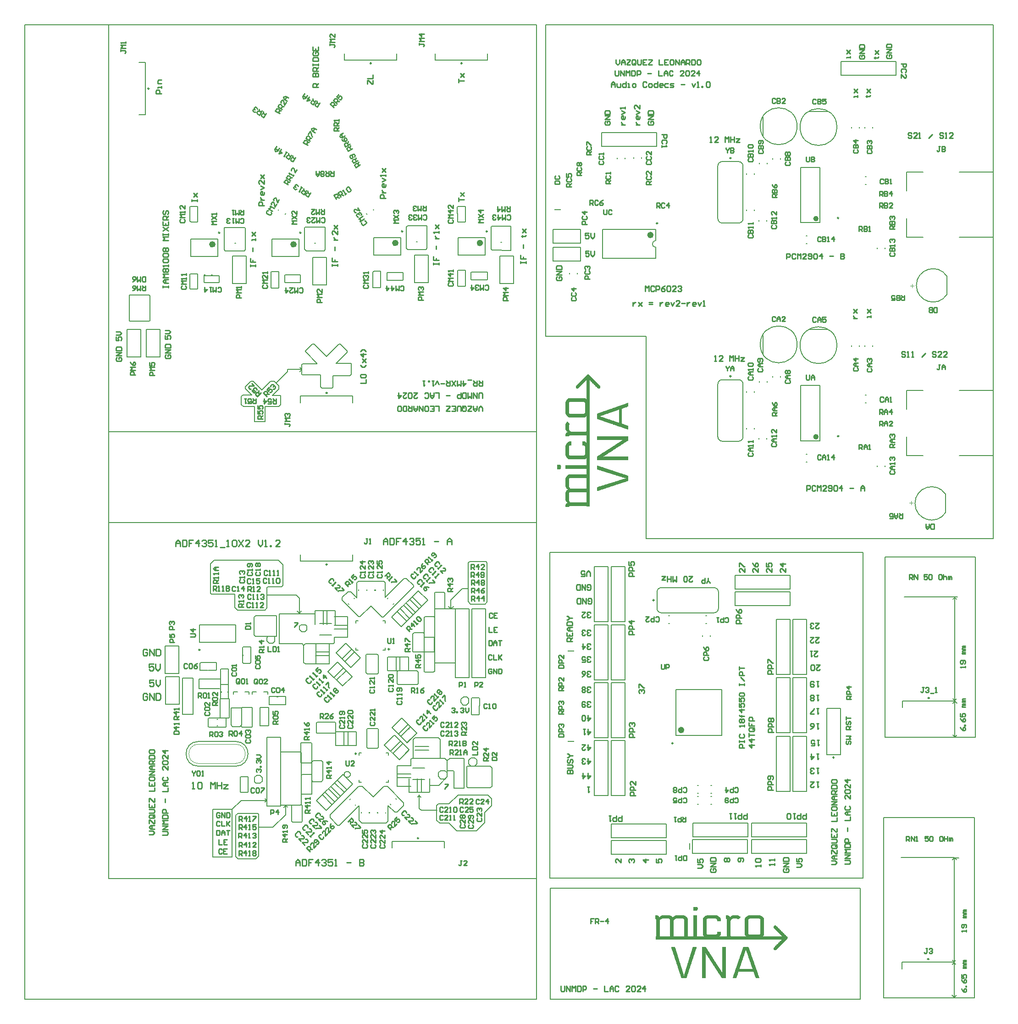
<source format=gto>
G04*
G04 #@! TF.GenerationSoftware,Altium Limited,Altium Designer,24.0.1 (36)*
G04*
G04 Layer_Color=65535*
%FSLAX44Y44*%
%MOMM*%
G71*
G04*
G04 #@! TF.SameCoordinates,B3AD537C-9D1A-4887-B287-0D13266BF09F*
G04*
G04*
G04 #@! TF.FilePolarity,Positive*
G04*
G01*
G75*
%ADD10C,0.2500*%
%ADD11C,0.0508*%
%ADD12C,0.1524*%
%ADD13C,0.6000*%
%ADD14C,0.2000*%
%ADD15C,0.1500*%
%ADD16C,0.5000*%
%ADD17C,0.2540*%
%ADD18C,0.1000*%
%ADD19R,1.2000X0.2000*%
%ADD20R,0.2000X1.2000*%
G36*
X2200529Y1936955D02*
X2200841D01*
Y1936643D01*
X2201153D01*
Y1935395D01*
X2201465D01*
Y1932274D01*
X2201153D01*
Y1931338D01*
X2200841D01*
Y1930713D01*
X2200529D01*
Y1930401D01*
X2199904D01*
Y1930089D01*
X2197408D01*
Y1929777D01*
X2196783D01*
Y1930089D01*
X2194287D01*
Y1930401D01*
X2193662D01*
Y1930713D01*
X2193350D01*
Y1931338D01*
X2193038D01*
Y1936643D01*
X2193350D01*
Y1936955D01*
X2193662D01*
Y1937267D01*
X2200529D01*
Y1936955D01*
D02*
G37*
G36*
X2316943Y1921038D02*
X2318191D01*
Y1920726D01*
X2318815D01*
Y1920414D01*
X2319127D01*
Y1920102D01*
X2319752D01*
Y1919790D01*
X2320064D01*
Y1919478D01*
X2320376D01*
Y1919166D01*
X2321000D01*
Y1918853D01*
X2321312D01*
Y1918541D01*
X2321624D01*
Y1918229D01*
X2321936D01*
Y1917917D01*
X2322248D01*
Y1917605D01*
X2322560D01*
Y1917293D01*
X2322873D01*
Y1916981D01*
X2323185D01*
Y1916669D01*
X2323497D01*
Y1915733D01*
X2323809D01*
Y1914796D01*
X2324121D01*
Y1886395D01*
X2323809D01*
Y1885146D01*
X2323497D01*
Y1884522D01*
X2323185D01*
Y1884210D01*
X2322873D01*
Y1883898D01*
X2322560D01*
Y1883586D01*
X2322248D01*
Y1883274D01*
X2321936D01*
Y1882962D01*
X2356892D01*
Y1883274D01*
X2356580D01*
Y1883586D01*
X2356268D01*
Y1883898D01*
X2355955D01*
Y1884210D01*
X2355643D01*
Y1884522D01*
X2355331D01*
Y1884834D01*
X2355019D01*
Y1885146D01*
X2354707D01*
Y1885459D01*
X2354395D01*
Y1885771D01*
X2354083D01*
Y1886083D01*
X2353771D01*
Y1886395D01*
X2353459D01*
Y1886707D01*
X2353147D01*
Y1887019D01*
X2352834D01*
Y1887331D01*
X2352522D01*
Y1887643D01*
X2352210D01*
Y1887955D01*
X2351898D01*
Y1888268D01*
X2351586D01*
Y1888580D01*
X2351274D01*
Y1888892D01*
X2350962D01*
Y1889204D01*
X2350650D01*
Y1889516D01*
X2350338D01*
Y1889828D01*
X2350025D01*
Y1890140D01*
X2349713D01*
Y1890452D01*
X2349401D01*
Y1890764D01*
X2349089D01*
Y1891077D01*
X2348777D01*
Y1891389D01*
X2348465D01*
Y1891701D01*
X2348153D01*
Y1892013D01*
X2347841D01*
Y1892325D01*
X2347529D01*
Y1892637D01*
X2347217D01*
Y1892949D01*
X2346904D01*
Y1893261D01*
X2346592D01*
Y1893573D01*
X2346280D01*
Y1893885D01*
X2345968D01*
Y1894198D01*
X2345656D01*
Y1894510D01*
X2345344D01*
Y1894822D01*
X2345032D01*
Y1895134D01*
X2344720D01*
Y1895446D01*
X2344408D01*
Y1895758D01*
X2344095D01*
Y1896070D01*
X2343784D01*
Y1896382D01*
X2343471D01*
Y1896694D01*
X2343159D01*
Y1897006D01*
X2342847D01*
Y1897319D01*
X2342535D01*
Y1897631D01*
X2342223D01*
Y1897943D01*
X2341911D01*
Y1898567D01*
X2341599D01*
Y1900752D01*
X2341911D01*
Y1901376D01*
X2342223D01*
Y1901688D01*
X2342535D01*
Y1902000D01*
X2342847D01*
Y1902312D01*
X2343471D01*
Y1902624D01*
X2345968D01*
Y1902312D01*
X2346592D01*
Y1902000D01*
X2346904D01*
Y1901688D01*
X2347217D01*
Y1901376D01*
X2347529D01*
Y1901064D01*
X2347841D01*
Y1900752D01*
X2348153D01*
Y1900439D01*
X2348465D01*
Y1900127D01*
X2348777D01*
Y1899815D01*
X2349089D01*
Y1899503D01*
X2349401D01*
Y1899191D01*
X2349713D01*
Y1898879D01*
X2350025D01*
Y1898567D01*
X2350338D01*
Y1898255D01*
X2350650D01*
Y1897943D01*
X2350962D01*
Y1897631D01*
X2351274D01*
Y1897319D01*
X2351586D01*
Y1897006D01*
X2351898D01*
Y1896694D01*
X2352210D01*
Y1896382D01*
X2352522D01*
Y1896070D01*
X2352834D01*
Y1895758D01*
X2353147D01*
Y1895446D01*
X2353459D01*
Y1895134D01*
X2353771D01*
Y1894822D01*
X2354083D01*
Y1894510D01*
X2354395D01*
Y1894198D01*
X2354707D01*
Y1893885D01*
X2355019D01*
Y1893573D01*
X2355331D01*
Y1893261D01*
X2355643D01*
Y1892949D01*
X2355955D01*
Y1892637D01*
X2356268D01*
Y1892325D01*
X2356580D01*
Y1892013D01*
X2356892D01*
Y1891701D01*
X2357204D01*
Y1891389D01*
X2357516D01*
Y1891077D01*
X2357828D01*
Y1890764D01*
X2358140D01*
Y1890452D01*
X2358452D01*
Y1890140D01*
X2358764D01*
Y1889828D01*
X2359076D01*
Y1889516D01*
X2359389D01*
Y1889204D01*
X2359701D01*
Y1888892D01*
X2360013D01*
Y1888580D01*
X2360325D01*
Y1888268D01*
X2360637D01*
Y1887955D01*
X2360949D01*
Y1887643D01*
X2361261D01*
Y1887331D01*
X2361573D01*
Y1887019D01*
X2361885D01*
Y1886707D01*
X2362198D01*
Y1886395D01*
X2362509D01*
Y1886083D01*
X2362822D01*
Y1885771D01*
X2363134D01*
Y1885459D01*
X2363446D01*
Y1885146D01*
X2363758D01*
Y1884834D01*
X2364070D01*
Y1884522D01*
X2364382D01*
Y1884210D01*
X2364694D01*
Y1883898D01*
X2365006D01*
Y1883586D01*
X2365318D01*
Y1883274D01*
X2365631D01*
Y1882962D01*
X2365943D01*
Y1882650D01*
X2366255D01*
Y1882338D01*
X2366567D01*
Y1882025D01*
X2366879D01*
Y1881401D01*
X2367191D01*
Y1880777D01*
X2367503D01*
Y1878905D01*
X2367191D01*
Y1878280D01*
X2366879D01*
Y1877656D01*
X2366567D01*
Y1877344D01*
X2366255D01*
Y1877032D01*
X2365943D01*
Y1876720D01*
X2365631D01*
Y1876408D01*
X2365318D01*
Y1876096D01*
X2365006D01*
Y1875783D01*
X2364694D01*
Y1875471D01*
X2364382D01*
Y1875159D01*
X2364070D01*
Y1874847D01*
X2363758D01*
Y1874535D01*
X2363446D01*
Y1874223D01*
X2363134D01*
Y1873911D01*
X2362822D01*
Y1873599D01*
X2362509D01*
Y1873287D01*
X2362198D01*
Y1872975D01*
X2361885D01*
Y1872662D01*
X2361573D01*
Y1872350D01*
X2361261D01*
Y1872038D01*
X2360949D01*
Y1871726D01*
X2360637D01*
Y1871414D01*
X2360325D01*
Y1871102D01*
X2360013D01*
Y1870790D01*
X2359701D01*
Y1870478D01*
X2359389D01*
Y1870166D01*
X2359076D01*
Y1869854D01*
X2358764D01*
Y1869541D01*
X2358452D01*
Y1869229D01*
X2358140D01*
Y1868917D01*
X2357828D01*
Y1868605D01*
X2357516D01*
Y1868293D01*
X2357204D01*
Y1867981D01*
X2356892D01*
Y1867669D01*
X2356580D01*
Y1867357D01*
X2356268D01*
Y1867045D01*
X2355955D01*
Y1866732D01*
X2355643D01*
Y1866420D01*
X2355331D01*
Y1866108D01*
X2355019D01*
Y1865796D01*
X2354707D01*
Y1865484D01*
X2354395D01*
Y1865172D01*
X2354083D01*
Y1864860D01*
X2353771D01*
Y1864548D01*
X2353459D01*
Y1864236D01*
X2353147D01*
Y1863924D01*
X2352834D01*
Y1863611D01*
X2352522D01*
Y1863299D01*
X2352210D01*
Y1862987D01*
X2351898D01*
Y1862675D01*
X2351586D01*
Y1862363D01*
X2351274D01*
Y1862051D01*
X2350962D01*
Y1861739D01*
X2350650D01*
Y1861427D01*
X2350338D01*
Y1861115D01*
X2350025D01*
Y1860803D01*
X2349713D01*
Y1860491D01*
X2349401D01*
Y1860178D01*
X2349089D01*
Y1859866D01*
X2348777D01*
Y1859554D01*
X2348465D01*
Y1859242D01*
X2348153D01*
Y1858930D01*
X2347841D01*
Y1858618D01*
X2347529D01*
Y1858306D01*
X2347217D01*
Y1857994D01*
X2346904D01*
Y1857682D01*
X2346280D01*
Y1857369D01*
X2345656D01*
Y1857057D01*
X2343471D01*
Y1857369D01*
X2342847D01*
Y1857682D01*
X2342535D01*
Y1857994D01*
X2342223D01*
Y1858306D01*
X2341911D01*
Y1858930D01*
X2341599D01*
Y1861115D01*
X2341911D01*
Y1861739D01*
X2342223D01*
Y1862363D01*
X2342535D01*
Y1862675D01*
X2342847D01*
Y1862987D01*
X2343159D01*
Y1863299D01*
X2343471D01*
Y1863611D01*
X2343784D01*
Y1863924D01*
X2344095D01*
Y1864236D01*
X2344408D01*
Y1864548D01*
X2344720D01*
Y1864860D01*
X2345032D01*
Y1865172D01*
X2345344D01*
Y1865484D01*
X2345656D01*
Y1865796D01*
X2345968D01*
Y1866108D01*
X2346280D01*
Y1866420D01*
X2346592D01*
Y1866732D01*
X2346904D01*
Y1867045D01*
X2347217D01*
Y1867357D01*
X2347529D01*
Y1867669D01*
X2347841D01*
Y1867981D01*
X2348153D01*
Y1868293D01*
X2348465D01*
Y1868605D01*
X2348777D01*
Y1868917D01*
X2349089D01*
Y1869229D01*
X2349401D01*
Y1869541D01*
X2349713D01*
Y1869854D01*
X2350025D01*
Y1870166D01*
X2350338D01*
Y1870478D01*
X2350650D01*
Y1870790D01*
X2350962D01*
Y1871102D01*
X2351274D01*
Y1871414D01*
X2351586D01*
Y1871726D01*
X2351898D01*
Y1872038D01*
X2352210D01*
Y1872350D01*
X2352522D01*
Y1872662D01*
X2352834D01*
Y1872975D01*
X2353147D01*
Y1873287D01*
X2353459D01*
Y1873599D01*
X2353771D01*
Y1873911D01*
X2354083D01*
Y1874223D01*
X2354395D01*
Y1874535D01*
X2354707D01*
Y1874847D01*
X2355019D01*
Y1875159D01*
X2355331D01*
Y1875471D01*
X2355643D01*
Y1875783D01*
X2355955D01*
Y1876096D01*
X2356268D01*
Y1876408D01*
X2356580D01*
Y1876720D01*
X2124064D01*
Y1882962D01*
X2124688D01*
Y1913860D01*
X2124376D01*
Y1914172D01*
X2124064D01*
Y1914484D01*
X2123752D01*
Y1914796D01*
X2123439D01*
Y1915108D01*
X2123127D01*
Y1921350D01*
X2127185D01*
Y1921038D01*
X2128121D01*
Y1920726D01*
X2128745D01*
Y1920414D01*
X2129057D01*
Y1920102D01*
X2129370D01*
Y1919790D01*
X2129682D01*
Y1919478D01*
X2129994D01*
Y1919166D01*
X2130306D01*
Y1918541D01*
X2130618D01*
Y1917917D01*
X2130930D01*
Y1918541D01*
X2131242D01*
Y1918853D01*
X2131554D01*
Y1919478D01*
X2132178D01*
Y1919790D01*
X2132491D01*
Y1920102D01*
X2133115D01*
Y1920414D01*
X2133739D01*
Y1920726D01*
X2134051D01*
Y1921038D01*
X2134987D01*
Y1921350D01*
X2150280D01*
Y1921038D01*
X2151217D01*
Y1920726D01*
X2151841D01*
Y1920414D01*
X2152465D01*
Y1920102D01*
X2152777D01*
Y1919790D01*
X2153401D01*
Y1919478D01*
X2153713D01*
Y1919166D01*
X2154026D01*
Y1918853D01*
X2154338D01*
Y1918229D01*
X2154650D01*
Y1917917D01*
X2154962D01*
Y1917293D01*
X2155274D01*
Y1917605D01*
X2155586D01*
Y1917917D01*
X2155898D01*
Y1918541D01*
X2156210D01*
Y1918853D01*
X2156834D01*
Y1919166D01*
X2157146D01*
Y1919478D01*
X2157459D01*
Y1919790D01*
X2158083D01*
Y1920102D01*
X2158395D01*
Y1920414D01*
X2159019D01*
Y1920726D01*
X2159643D01*
Y1921038D01*
X2160267D01*
Y1921350D01*
X2176497D01*
Y1921038D01*
X2177433D01*
Y1920726D01*
X2178057D01*
Y1920414D01*
X2178681D01*
Y1920102D01*
X2178994D01*
Y1919790D01*
X2179306D01*
Y1919478D01*
X2179930D01*
Y1919166D01*
X2180242D01*
Y1918853D01*
X2180554D01*
Y1918541D01*
X2180866D01*
Y1918229D01*
X2181178D01*
Y1917917D01*
X2181803D01*
Y1917605D01*
X2182115D01*
Y1916981D01*
X2182427D01*
Y1916669D01*
X2182739D01*
Y1916045D01*
X2183051D01*
Y1915108D01*
X2183363D01*
Y1882962D01*
X2193662D01*
Y1921350D01*
X2200529D01*
Y1882962D01*
X2213013D01*
Y1883274D01*
X2212701D01*
Y1883586D01*
X2212388D01*
Y1883898D01*
X2212076D01*
Y1884210D01*
X2211764D01*
Y1884522D01*
X2211452D01*
Y1885146D01*
X2211140D01*
Y1886395D01*
X2210828D01*
Y1914796D01*
X2211140D01*
Y1916045D01*
X2211452D01*
Y1916669D01*
X2211764D01*
Y1916981D01*
X2212076D01*
Y1917293D01*
X2212388D01*
Y1917605D01*
X2212701D01*
Y1917917D01*
X2213013D01*
Y1918229D01*
X2213325D01*
Y1918541D01*
X2213637D01*
Y1918853D01*
X2213949D01*
Y1919166D01*
X2214573D01*
Y1919478D01*
X2214885D01*
Y1919790D01*
X2215197D01*
Y1920102D01*
X2215822D01*
Y1920414D01*
X2216134D01*
Y1920726D01*
X2216758D01*
Y1921038D01*
X2217694D01*
Y1921350D01*
X2237045D01*
Y1921038D01*
X2237981D01*
Y1920726D01*
X2238605D01*
Y1920414D01*
X2239229D01*
Y1920102D01*
X2239541D01*
Y1919790D01*
X2240166D01*
Y1919478D01*
X2240478D01*
Y1919166D01*
X2240790D01*
Y1918853D01*
X2241102D01*
Y1918541D01*
X2241726D01*
Y1918229D01*
X2242038D01*
Y1917917D01*
X2242350D01*
Y1917605D01*
X2242662D01*
Y1917293D01*
X2242975D01*
Y1916669D01*
X2243287D01*
Y1916357D01*
X2243599D01*
Y1915420D01*
X2243911D01*
Y1910427D01*
X2237045D01*
Y1913548D01*
X2236732D01*
Y1914172D01*
X2236420D01*
Y1914484D01*
X2236108D01*
Y1914796D01*
X2235796D01*
Y1915108D01*
X2235172D01*
Y1915420D01*
X2219879D01*
Y1915108D01*
X2219255D01*
Y1914796D01*
X2218631D01*
Y1914484D01*
X2218318D01*
Y1914172D01*
X2218006D01*
Y1913236D01*
X2217694D01*
Y1887955D01*
X2218006D01*
Y1887019D01*
X2218318D01*
Y1886707D01*
X2218631D01*
Y1886395D01*
X2219255D01*
Y1886083D01*
X2219567D01*
Y1885771D01*
X2235172D01*
Y1886083D01*
X2235796D01*
Y1886395D01*
X2236108D01*
Y1886707D01*
X2236420D01*
Y1887019D01*
X2236732D01*
Y1887331D01*
X2237045D01*
Y1890764D01*
X2243911D01*
Y1885459D01*
X2243599D01*
Y1884834D01*
X2243287D01*
Y1884522D01*
X2242975D01*
Y1883898D01*
X2242662D01*
Y1883586D01*
X2242350D01*
Y1883274D01*
X2242038D01*
Y1882962D01*
X2255459D01*
Y1913860D01*
X2255146D01*
Y1914172D01*
X2254834D01*
Y1914484D01*
X2254522D01*
Y1914796D01*
X2254210D01*
Y1915108D01*
X2253898D01*
Y1915420D01*
X2253586D01*
Y1921350D01*
X2257955D01*
Y1921038D01*
X2258892D01*
Y1920726D01*
X2259204D01*
Y1920414D01*
X2259828D01*
Y1920102D01*
X2260140D01*
Y1919790D01*
X2260452D01*
Y1919478D01*
X2260764D01*
Y1919166D01*
X2261077D01*
Y1918541D01*
X2261389D01*
Y1917917D01*
X2261701D01*
Y1918541D01*
X2262013D01*
Y1919166D01*
X2262325D01*
Y1919478D01*
X2262949D01*
Y1919790D01*
X2263261D01*
Y1920102D01*
X2263885D01*
Y1920414D01*
X2264198D01*
Y1920726D01*
X2264822D01*
Y1921038D01*
X2265758D01*
Y1921350D01*
X2276057D01*
Y1921038D01*
X2276994D01*
Y1920726D01*
X2277930D01*
Y1920414D01*
X2278242D01*
Y1920102D01*
X2278866D01*
Y1919790D01*
X2279178D01*
Y1919478D01*
X2279491D01*
Y1919166D01*
X2279803D01*
Y1918853D01*
X2280427D01*
Y1918541D01*
X2280739D01*
Y1918229D01*
X2281051D01*
Y1917917D01*
X2280739D01*
Y1917605D01*
X2280427D01*
Y1917293D01*
X2280115D01*
Y1916981D01*
X2279803D01*
Y1916669D01*
X2279491D01*
Y1916357D01*
X2278866D01*
Y1916045D01*
X2278554D01*
Y1915733D01*
X2278242D01*
Y1915420D01*
X2277930D01*
Y1915108D01*
X2277618D01*
Y1914796D01*
X2276994D01*
Y1914484D01*
X2276682D01*
Y1914172D01*
X2276369D01*
Y1913860D01*
X2276057D01*
Y1914172D01*
X2275433D01*
Y1914484D01*
X2275121D01*
Y1914796D01*
X2274809D01*
Y1915108D01*
X2274185D01*
Y1915420D01*
X2266382D01*
Y1915108D01*
X2265758D01*
Y1914796D01*
X2265134D01*
Y1914484D01*
X2264510D01*
Y1914172D01*
X2264198D01*
Y1913860D01*
X2263573D01*
Y1913548D01*
X2263261D01*
Y1913236D01*
X2262949D01*
Y1912924D01*
X2262637D01*
Y1911363D01*
X2262325D01*
Y1883274D01*
X2262637D01*
Y1882962D01*
X2290414D01*
Y1883274D01*
X2290102D01*
Y1883586D01*
X2289790D01*
Y1883898D01*
X2289478D01*
Y1884210D01*
X2289166D01*
Y1884522D01*
X2288853D01*
Y1885146D01*
X2288541D01*
Y1886083D01*
X2288229D01*
Y1915108D01*
X2288541D01*
Y1916045D01*
X2288853D01*
Y1916669D01*
X2289166D01*
Y1916981D01*
X2289478D01*
Y1917293D01*
X2289790D01*
Y1917605D01*
X2290102D01*
Y1917917D01*
X2290414D01*
Y1918229D01*
X2290726D01*
Y1918541D01*
X2291038D01*
Y1918853D01*
X2291350D01*
Y1919166D01*
X2291974D01*
Y1919478D01*
X2292287D01*
Y1919790D01*
X2292599D01*
Y1920102D01*
X2292911D01*
Y1920414D01*
X2293535D01*
Y1920726D01*
X2294159D01*
Y1921038D01*
X2295096D01*
Y1921350D01*
X2316943D01*
Y1921038D01*
D02*
G37*
G36*
X2253274Y1805560D02*
X2246096D01*
Y1805873D01*
X2245783D01*
Y1806185D01*
X2245471D01*
Y1806809D01*
X2245159D01*
Y1807121D01*
X2244847D01*
Y1807745D01*
X2244535D01*
Y1808057D01*
X2244223D01*
Y1808681D01*
X2243911D01*
Y1808994D01*
X2243599D01*
Y1809618D01*
X2243287D01*
Y1809930D01*
X2242975D01*
Y1810554D01*
X2242662D01*
Y1810866D01*
X2242350D01*
Y1811490D01*
X2242038D01*
Y1812115D01*
X2241726D01*
Y1812427D01*
X2241414D01*
Y1813051D01*
X2241102D01*
Y1813363D01*
X2240790D01*
Y1813987D01*
X2240478D01*
Y1814299D01*
X2240166D01*
Y1814924D01*
X2239854D01*
Y1815236D01*
X2239541D01*
Y1815860D01*
X2239229D01*
Y1816172D01*
X2238917D01*
Y1816796D01*
X2238605D01*
Y1817108D01*
X2238293D01*
Y1817733D01*
X2237981D01*
Y1818357D01*
X2237669D01*
Y1818669D01*
X2237357D01*
Y1819293D01*
X2237045D01*
Y1819605D01*
X2236732D01*
Y1820229D01*
X2236420D01*
Y1820541D01*
X2236108D01*
Y1821166D01*
X2235796D01*
Y1821478D01*
X2235484D01*
Y1822102D01*
X2235172D01*
Y1822414D01*
X2234860D01*
Y1823038D01*
X2234548D01*
Y1823350D01*
X2234236D01*
Y1823974D01*
X2233924D01*
Y1824287D01*
X2233611D01*
Y1824911D01*
X2233299D01*
Y1825535D01*
X2232987D01*
Y1825847D01*
X2232675D01*
Y1826471D01*
X2232363D01*
Y1826783D01*
X2232051D01*
Y1827408D01*
X2231739D01*
Y1827720D01*
X2231427D01*
Y1828344D01*
X2231115D01*
Y1828656D01*
X2230802D01*
Y1829280D01*
X2230491D01*
Y1829592D01*
X2230178D01*
Y1830217D01*
X2229866D01*
Y1830529D01*
X2229554D01*
Y1831153D01*
X2229242D01*
Y1831777D01*
X2228930D01*
Y1832089D01*
X2228618D01*
Y1832713D01*
X2228306D01*
Y1833026D01*
X2227994D01*
Y1833650D01*
X2227681D01*
Y1833962D01*
X2227369D01*
Y1834586D01*
X2227057D01*
Y1834898D01*
X2226745D01*
Y1835522D01*
X2226433D01*
Y1835834D01*
X2226121D01*
Y1836459D01*
X2225809D01*
Y1836771D01*
X2225497D01*
Y1837395D01*
X2225185D01*
Y1837707D01*
X2224873D01*
Y1838331D01*
X2224561D01*
Y1838955D01*
X2224248D01*
Y1839267D01*
X2223936D01*
Y1839892D01*
X2223624D01*
Y1840204D01*
X2223312D01*
Y1840828D01*
X2223000D01*
Y1841140D01*
X2222688D01*
Y1841764D01*
X2222376D01*
Y1842077D01*
X2222064D01*
Y1842701D01*
X2221752D01*
Y1843013D01*
X2221440D01*
Y1843637D01*
X2221127D01*
Y1843949D01*
X2220815D01*
Y1844573D01*
X2220503D01*
Y1845197D01*
X2220191D01*
Y1845510D01*
X2219879D01*
Y1846134D01*
X2219567D01*
Y1846446D01*
X2219255D01*
Y1847070D01*
X2218943D01*
Y1847382D01*
X2218631D01*
Y1848006D01*
X2218318D01*
Y1848318D01*
X2218006D01*
Y1848943D01*
X2217694D01*
Y1849255D01*
X2217382D01*
Y1849879D01*
X2217070D01*
Y1850191D01*
X2216758D01*
Y1850815D01*
X2216446D01*
Y1851127D01*
X2216134D01*
Y1851752D01*
X2215822D01*
Y1850503D01*
X2216134D01*
Y1805560D01*
X2209267D01*
Y1826783D01*
Y1827096D01*
Y1863299D01*
X2216446D01*
Y1862675D01*
X2216758D01*
Y1862363D01*
X2217070D01*
Y1861739D01*
X2217382D01*
Y1861427D01*
X2217694D01*
Y1860803D01*
X2218006D01*
Y1860178D01*
X2218318D01*
Y1859866D01*
X2218631D01*
Y1859242D01*
X2218943D01*
Y1858930D01*
X2219255D01*
Y1858306D01*
X2219567D01*
Y1857994D01*
X2219879D01*
Y1857369D01*
X2220191D01*
Y1857057D01*
X2220503D01*
Y1856433D01*
X2220815D01*
Y1855809D01*
X2221127D01*
Y1855497D01*
X2221440D01*
Y1854873D01*
X2221752D01*
Y1854561D01*
X2222064D01*
Y1853936D01*
X2222376D01*
Y1853624D01*
X2222688D01*
Y1853000D01*
X2223000D01*
Y1852688D01*
X2223312D01*
Y1852064D01*
X2223624D01*
Y1851440D01*
X2223936D01*
Y1851127D01*
X2224248D01*
Y1850503D01*
X2224561D01*
Y1850191D01*
X2224873D01*
Y1849567D01*
X2225185D01*
Y1849255D01*
X2225497D01*
Y1848631D01*
X2225809D01*
Y1848318D01*
X2226121D01*
Y1847694D01*
X2226433D01*
Y1847070D01*
X2226745D01*
Y1846758D01*
X2227057D01*
Y1846134D01*
X2227369D01*
Y1845822D01*
X2227681D01*
Y1845197D01*
X2227994D01*
Y1844885D01*
X2228306D01*
Y1844261D01*
X2228618D01*
Y1843637D01*
X2228930D01*
Y1843325D01*
X2229242D01*
Y1842701D01*
X2229554D01*
Y1842388D01*
X2229866D01*
Y1841764D01*
X2230178D01*
Y1841452D01*
X2230491D01*
Y1840828D01*
X2230802D01*
Y1840516D01*
X2231115D01*
Y1839892D01*
X2231427D01*
Y1839267D01*
X2231739D01*
Y1838955D01*
X2232051D01*
Y1838331D01*
X2232363D01*
Y1838019D01*
X2232675D01*
Y1837395D01*
X2232987D01*
Y1837083D01*
X2233299D01*
Y1836459D01*
X2233611D01*
Y1836147D01*
X2233924D01*
Y1835522D01*
X2234236D01*
Y1834898D01*
X2234548D01*
Y1834586D01*
X2234860D01*
Y1833962D01*
X2235172D01*
Y1833650D01*
X2235484D01*
Y1833026D01*
X2235796D01*
Y1832713D01*
X2236108D01*
Y1832089D01*
X2236420D01*
Y1831777D01*
X2236732D01*
Y1831153D01*
X2237045D01*
Y1830529D01*
X2237357D01*
Y1830217D01*
X2237669D01*
Y1829592D01*
X2237981D01*
Y1829280D01*
X2238293D01*
Y1828656D01*
X2238605D01*
Y1828344D01*
X2238917D01*
Y1827720D01*
X2239229D01*
Y1827408D01*
X2239541D01*
Y1826783D01*
X2239854D01*
Y1826159D01*
X2240166D01*
Y1825847D01*
X2240478D01*
Y1825223D01*
X2240790D01*
Y1824911D01*
X2241102D01*
Y1824287D01*
X2241414D01*
Y1823974D01*
X2241726D01*
Y1823350D01*
X2242038D01*
Y1823038D01*
X2242350D01*
Y1822414D01*
X2242662D01*
Y1821790D01*
X2242975D01*
Y1821478D01*
X2243287D01*
Y1820853D01*
X2243599D01*
Y1820541D01*
X2243911D01*
Y1819917D01*
X2244223D01*
Y1819605D01*
X2244535D01*
Y1818981D01*
X2244847D01*
Y1818357D01*
X2245159D01*
Y1818045D01*
X2245471D01*
Y1817420D01*
X2245783D01*
Y1817108D01*
X2246096D01*
Y1816484D01*
X2246408D01*
Y1816172D01*
X2246720D01*
Y1817108D01*
X2246408D01*
Y1863299D01*
X2253274D01*
Y1805560D01*
D02*
G37*
G36*
X2199904Y1862987D02*
X2199592D01*
Y1862051D01*
X2199280D01*
Y1861115D01*
X2198968D01*
Y1860178D01*
X2198656D01*
Y1859242D01*
X2198344D01*
Y1858306D01*
X2198032D01*
Y1857369D01*
X2197720D01*
Y1856433D01*
X2197408D01*
Y1855497D01*
X2197096D01*
Y1854561D01*
X2196783D01*
Y1853624D01*
X2196471D01*
Y1852688D01*
X2196159D01*
Y1851752D01*
X2195847D01*
Y1850815D01*
X2195535D01*
Y1849879D01*
X2195223D01*
Y1848943D01*
X2194911D01*
Y1848006D01*
X2194599D01*
Y1847070D01*
X2194287D01*
Y1846134D01*
X2193974D01*
Y1845197D01*
X2193662D01*
Y1844261D01*
X2193350D01*
Y1843325D01*
X2193038D01*
Y1842388D01*
X2192726D01*
Y1841452D01*
X2192414D01*
Y1840516D01*
X2192102D01*
Y1839580D01*
X2191790D01*
Y1838643D01*
X2191478D01*
Y1837707D01*
X2191166D01*
Y1836771D01*
X2190853D01*
Y1835834D01*
X2190541D01*
Y1834898D01*
X2190229D01*
Y1833962D01*
X2189917D01*
Y1833026D01*
X2189605D01*
Y1832089D01*
X2189293D01*
Y1831153D01*
X2188981D01*
Y1830217D01*
X2188669D01*
Y1829280D01*
X2188357D01*
Y1828344D01*
X2188045D01*
Y1827408D01*
X2187733D01*
Y1826471D01*
X2187420D01*
Y1825535D01*
X2187108D01*
Y1824599D01*
X2186796D01*
Y1823662D01*
X2186484D01*
Y1822726D01*
X2186172D01*
Y1821790D01*
X2185860D01*
Y1820853D01*
X2185548D01*
Y1819917D01*
X2185236D01*
Y1818669D01*
X2184924D01*
Y1817733D01*
X2184612D01*
Y1816796D01*
X2184299D01*
Y1815860D01*
X2183987D01*
Y1814924D01*
X2183675D01*
Y1813987D01*
X2183363D01*
Y1813051D01*
X2183051D01*
Y1812115D01*
X2182739D01*
Y1811178D01*
X2182427D01*
Y1810242D01*
X2182115D01*
Y1809306D01*
X2181803D01*
Y1808369D01*
X2181490D01*
Y1807433D01*
X2181178D01*
Y1806497D01*
X2180866D01*
Y1805560D01*
X2171191D01*
Y1806497D01*
X2170879D01*
Y1806809D01*
Y1807433D01*
X2170567D01*
Y1808369D01*
X2170255D01*
Y1809306D01*
X2169943D01*
Y1810242D01*
X2169631D01*
Y1811178D01*
X2169319D01*
Y1812115D01*
X2169006D01*
Y1813051D01*
X2168694D01*
Y1813987D01*
X2168382D01*
Y1814924D01*
X2168070D01*
Y1815860D01*
X2167758D01*
Y1816796D01*
X2167446D01*
Y1817733D01*
X2167134D01*
Y1818669D01*
X2166822D01*
Y1819605D01*
X2166510D01*
Y1820541D01*
X2166198D01*
Y1821478D01*
X2165885D01*
Y1822414D01*
X2165573D01*
Y1823350D01*
X2165261D01*
Y1824287D01*
X2164949D01*
Y1825223D01*
X2164637D01*
Y1826471D01*
X2164325D01*
Y1827408D01*
X2164013D01*
Y1828344D01*
X2163701D01*
Y1829280D01*
X2163389D01*
Y1830217D01*
X2163076D01*
Y1831153D01*
X2162764D01*
Y1832089D01*
X2162452D01*
Y1833026D01*
X2162140D01*
Y1833962D01*
X2161828D01*
Y1834898D01*
X2161516D01*
Y1835834D01*
X2161204D01*
Y1836771D01*
X2160892D01*
Y1837707D01*
X2160580D01*
Y1838643D01*
X2160267D01*
Y1839580D01*
X2159955D01*
Y1840516D01*
X2159643D01*
Y1841452D01*
X2159331D01*
Y1842388D01*
X2159019D01*
Y1843325D01*
X2158707D01*
Y1844261D01*
X2158395D01*
Y1845197D01*
X2158083D01*
Y1846134D01*
X2157771D01*
Y1847070D01*
X2157459D01*
Y1848006D01*
X2157146D01*
Y1848943D01*
X2156834D01*
Y1849879D01*
X2156522D01*
Y1850815D01*
X2156210D01*
Y1851752D01*
X2155898D01*
Y1852688D01*
X2155586D01*
Y1853624D01*
X2155274D01*
Y1854561D01*
X2154962D01*
Y1855497D01*
X2154650D01*
Y1856433D01*
X2154338D01*
Y1857369D01*
X2154026D01*
Y1858306D01*
X2153713D01*
Y1859242D01*
X2153401D01*
Y1860178D01*
X2153089D01*
Y1861115D01*
X2152777D01*
Y1862051D01*
X2152465D01*
Y1862987D01*
X2152153D01*
Y1863299D01*
X2159643D01*
Y1862675D01*
X2159955D01*
Y1861739D01*
X2160267D01*
Y1860803D01*
X2160580D01*
Y1859554D01*
X2160892D01*
Y1858618D01*
X2161204D01*
Y1857682D01*
X2161516D01*
Y1856745D01*
X2161828D01*
Y1855497D01*
X2162140D01*
Y1854561D01*
X2162452D01*
Y1853624D01*
X2162764D01*
Y1852688D01*
X2163076D01*
Y1851752D01*
X2163389D01*
Y1850503D01*
X2163701D01*
Y1849567D01*
X2164013D01*
Y1848631D01*
X2164325D01*
Y1847694D01*
X2164637D01*
Y1846446D01*
X2164949D01*
Y1845510D01*
X2165261D01*
Y1844573D01*
X2165573D01*
Y1843637D01*
X2165885D01*
Y1842701D01*
X2166198D01*
Y1841452D01*
X2166510D01*
Y1840516D01*
X2166822D01*
Y1839580D01*
X2167134D01*
Y1838643D01*
X2167446D01*
Y1837395D01*
X2167758D01*
Y1836459D01*
X2168070D01*
Y1835522D01*
X2168382D01*
Y1834586D01*
X2168694D01*
Y1833650D01*
X2169006D01*
Y1832401D01*
X2169319D01*
Y1831465D01*
X2169631D01*
Y1830529D01*
X2169943D01*
Y1829592D01*
X2170255D01*
Y1828344D01*
X2170567D01*
Y1827408D01*
X2170879D01*
Y1826471D01*
X2171191D01*
Y1825535D01*
X2171503D01*
Y1824599D01*
X2171815D01*
Y1823350D01*
X2172127D01*
Y1822414D01*
X2172440D01*
Y1821478D01*
X2172752D01*
Y1820541D01*
X2173064D01*
Y1819293D01*
X2173376D01*
Y1818357D01*
X2173688D01*
Y1817420D01*
X2174000D01*
Y1816484D01*
X2174312D01*
Y1815548D01*
X2174624D01*
Y1814299D01*
X2174936D01*
Y1813363D01*
X2175248D01*
Y1812427D01*
X2175560D01*
Y1811178D01*
X2175873D01*
Y1810242D01*
X2176185D01*
Y1811490D01*
X2176497D01*
Y1812427D01*
X2176809D01*
Y1813363D01*
X2177121D01*
Y1814612D01*
X2177433D01*
Y1815548D01*
X2177745D01*
Y1816484D01*
X2178057D01*
Y1817420D01*
X2178369D01*
Y1818357D01*
X2178681D01*
Y1819605D01*
X2178994D01*
Y1820541D01*
X2179306D01*
Y1821478D01*
X2179618D01*
Y1822414D01*
X2179930D01*
Y1823662D01*
X2180242D01*
Y1824599D01*
X2180554D01*
Y1825535D01*
X2180866D01*
Y1826471D01*
X2181178D01*
Y1827408D01*
X2181490D01*
Y1828656D01*
X2181803D01*
Y1829592D01*
X2182115D01*
Y1830529D01*
X2182427D01*
Y1831465D01*
X2182739D01*
Y1832713D01*
X2183051D01*
Y1833650D01*
X2183363D01*
Y1834586D01*
X2183675D01*
Y1835522D01*
X2183987D01*
Y1836459D01*
X2184299D01*
Y1837707D01*
X2184612D01*
Y1838643D01*
X2184924D01*
Y1839580D01*
X2185236D01*
Y1840516D01*
X2185548D01*
Y1841764D01*
X2185860D01*
Y1842701D01*
X2186172D01*
Y1843637D01*
X2186484D01*
Y1844573D01*
X2186796D01*
Y1845510D01*
X2187108D01*
Y1846758D01*
X2187420D01*
Y1847694D01*
X2187733D01*
Y1848631D01*
X2188045D01*
Y1849567D01*
X2188357D01*
Y1850815D01*
X2188669D01*
Y1851752D01*
X2188981D01*
Y1852688D01*
X2189293D01*
Y1853624D01*
X2189605D01*
Y1854561D01*
X2189917D01*
Y1855809D01*
X2190229D01*
Y1856745D01*
X2190541D01*
Y1857682D01*
X2190853D01*
Y1858618D01*
X2191166D01*
Y1859866D01*
X2191478D01*
Y1860803D01*
X2191790D01*
Y1861739D01*
X2192102D01*
Y1862675D01*
X2192414D01*
Y1863299D01*
X2199904D01*
Y1862987D01*
D02*
G37*
G36*
X2295408Y1862675D02*
X2295720D01*
Y1861739D01*
X2296032D01*
Y1860803D01*
X2296344D01*
Y1860178D01*
X2296656D01*
Y1859242D01*
X2296968D01*
Y1858306D01*
X2297280D01*
Y1857369D01*
X2297592D01*
Y1856433D01*
X2297905D01*
Y1855497D01*
X2298217D01*
Y1854561D01*
X2298529D01*
Y1853936D01*
X2298841D01*
Y1853000D01*
X2299153D01*
Y1852064D01*
X2299465D01*
Y1851127D01*
X2299777D01*
Y1850191D01*
X2300089D01*
Y1849255D01*
X2300401D01*
Y1848318D01*
X2300713D01*
Y1847694D01*
X2301026D01*
Y1846758D01*
X2301338D01*
Y1845822D01*
X2301650D01*
Y1844885D01*
X2301962D01*
Y1843949D01*
X2302274D01*
Y1843013D01*
X2302586D01*
Y1842077D01*
X2302898D01*
Y1841452D01*
X2303210D01*
Y1840516D01*
X2303522D01*
Y1840204D01*
Y1839892D01*
Y1839580D01*
X2303834D01*
Y1838643D01*
X2304147D01*
Y1837707D01*
X2304459D01*
Y1836771D01*
X2304771D01*
Y1835834D01*
X2305083D01*
Y1835210D01*
X2305395D01*
Y1834274D01*
X2305707D01*
Y1833338D01*
X2306019D01*
Y1832401D01*
X2306331D01*
Y1831465D01*
X2306643D01*
Y1830529D01*
X2306955D01*
Y1829592D01*
X2307267D01*
Y1828968D01*
X2307580D01*
Y1828032D01*
X2307892D01*
Y1827096D01*
X2308204D01*
Y1826159D01*
X2308516D01*
Y1825223D01*
X2308828D01*
Y1824287D01*
X2309140D01*
Y1823350D01*
X2309452D01*
Y1822726D01*
X2309764D01*
Y1821790D01*
X2310076D01*
Y1820853D01*
X2310388D01*
Y1819917D01*
X2310701D01*
Y1818981D01*
X2311013D01*
Y1818045D01*
X2311325D01*
Y1817108D01*
X2311637D01*
Y1816484D01*
X2311949D01*
Y1815548D01*
X2312261D01*
Y1814612D01*
X2312573D01*
Y1813675D01*
X2312885D01*
Y1812739D01*
X2313197D01*
Y1811803D01*
X2313510D01*
Y1810866D01*
X2313822D01*
Y1810242D01*
X2314134D01*
Y1809306D01*
X2314446D01*
Y1808369D01*
X2314758D01*
Y1807433D01*
X2315070D01*
Y1806497D01*
X2315382D01*
Y1805560D01*
X2308516D01*
Y1806185D01*
X2308204D01*
Y1807121D01*
X2307892D01*
Y1808057D01*
X2307580D01*
Y1808681D01*
X2307267D01*
Y1809618D01*
X2306955D01*
Y1810554D01*
X2306643D01*
Y1811490D01*
X2306331D01*
Y1812427D01*
X2306019D01*
Y1813051D01*
X2305707D01*
Y1813987D01*
X2305395D01*
Y1814924D01*
X2305083D01*
Y1815860D01*
X2304771D01*
Y1816796D01*
X2304459D01*
Y1817108D01*
X2304147D01*
Y1817420D01*
X2276994D01*
Y1817108D01*
X2276682D01*
Y1816484D01*
X2276369D01*
Y1815548D01*
X2276057D01*
Y1814612D01*
X2275745D01*
Y1813675D01*
X2275433D01*
Y1812739D01*
X2275121D01*
Y1811803D01*
X2274809D01*
Y1811178D01*
X2274497D01*
Y1810242D01*
X2274185D01*
Y1809306D01*
X2273873D01*
Y1808369D01*
X2273560D01*
Y1807433D01*
X2273248D01*
Y1806497D01*
X2272936D01*
Y1805560D01*
X2265758D01*
Y1805873D01*
X2266070D01*
Y1806809D01*
X2266382D01*
Y1807745D01*
X2266694D01*
Y1808681D01*
X2267006D01*
Y1809618D01*
X2267319D01*
Y1810554D01*
X2267631D01*
Y1811490D01*
X2267943D01*
Y1812115D01*
X2268255D01*
Y1813051D01*
X2268567D01*
Y1813987D01*
X2268879D01*
Y1814924D01*
X2269191D01*
Y1815860D01*
X2269503D01*
Y1816796D01*
X2269815D01*
Y1817733D01*
X2270127D01*
Y1818669D01*
X2270439D01*
Y1819605D01*
X2270752D01*
Y1820541D01*
X2271064D01*
Y1821478D01*
X2271376D01*
Y1822414D01*
X2271688D01*
Y1823350D01*
X2272000D01*
Y1823974D01*
X2272312D01*
Y1824911D01*
X2272624D01*
Y1825847D01*
X2272936D01*
Y1826783D01*
X2273248D01*
Y1827720D01*
X2273560D01*
Y1828656D01*
X2273873D01*
Y1829592D01*
X2274185D01*
Y1830529D01*
X2274497D01*
Y1831465D01*
X2274809D01*
Y1832401D01*
X2275121D01*
Y1833338D01*
X2275433D01*
Y1834274D01*
X2275745D01*
Y1834898D01*
X2276057D01*
Y1835834D01*
X2276369D01*
Y1836771D01*
X2276682D01*
Y1837707D01*
X2276994D01*
Y1838643D01*
X2277306D01*
Y1839580D01*
X2277618D01*
Y1840516D01*
X2277930D01*
Y1841452D01*
X2278242D01*
Y1842388D01*
X2278554D01*
Y1843325D01*
X2278866D01*
Y1844261D01*
X2279178D01*
Y1845197D01*
X2279491D01*
Y1845822D01*
X2279803D01*
Y1846758D01*
X2280115D01*
Y1847694D01*
X2280427D01*
Y1848631D01*
X2280739D01*
Y1849567D01*
X2281051D01*
Y1850503D01*
X2281363D01*
Y1851440D01*
X2281675D01*
Y1852376D01*
X2281987D01*
Y1853312D01*
X2282299D01*
Y1854248D01*
X2282612D01*
Y1855185D01*
X2282924D01*
Y1856121D01*
X2283236D01*
Y1856745D01*
X2283548D01*
Y1857682D01*
X2283860D01*
Y1858618D01*
X2284172D01*
Y1859554D01*
X2284484D01*
Y1860491D01*
X2284796D01*
Y1861427D01*
X2285108D01*
Y1862363D01*
X2285420D01*
Y1863299D01*
X2295408D01*
Y1862675D01*
D02*
G37*
G36*
X2000051Y2919185D02*
X2000675D01*
Y2918873D01*
X2001299D01*
Y2918560D01*
X2001611D01*
Y2918248D01*
X2001924D01*
Y2917936D01*
X2002236D01*
Y2917624D01*
X2002548D01*
Y2917312D01*
X2002860D01*
Y2917000D01*
X2003172D01*
Y2916688D01*
X2003484D01*
Y2916376D01*
X2003796D01*
Y2916064D01*
X2004108D01*
Y2915752D01*
X2004420D01*
Y2915439D01*
X2004733D01*
Y2915127D01*
X2005045D01*
Y2914815D01*
X2005357D01*
Y2914503D01*
X2005669D01*
Y2914191D01*
X2005981D01*
Y2913879D01*
X2006293D01*
Y2913567D01*
X2006605D01*
Y2913255D01*
X2006917D01*
Y2912943D01*
X2007229D01*
Y2912631D01*
X2007541D01*
Y2912318D01*
X2007854D01*
Y2912007D01*
X2008166D01*
Y2911694D01*
X2008478D01*
Y2911382D01*
X2008790D01*
Y2911070D01*
X2009102D01*
Y2910758D01*
X2009414D01*
Y2910446D01*
X2009726D01*
Y2910134D01*
X2010038D01*
Y2909821D01*
X2010350D01*
Y2909510D01*
X2010662D01*
Y2909197D01*
X2010974D01*
Y2908885D01*
X2011287D01*
Y2908573D01*
X2011599D01*
Y2908261D01*
X2011911D01*
Y2907949D01*
X2012223D01*
Y2907637D01*
X2012535D01*
Y2907325D01*
X2012847D01*
Y2907013D01*
X2013159D01*
Y2906701D01*
X2013471D01*
Y2906389D01*
X2013784D01*
Y2906076D01*
X2014095D01*
Y2905764D01*
X2014408D01*
Y2905452D01*
X2014720D01*
Y2905140D01*
X2015032D01*
Y2904828D01*
X2015344D01*
Y2904516D01*
X2015656D01*
Y2904204D01*
X2015968D01*
Y2903892D01*
X2016280D01*
Y2903580D01*
X2016592D01*
Y2903268D01*
X2016904D01*
Y2902955D01*
X2017217D01*
Y2902643D01*
X2017529D01*
Y2902331D01*
X2017841D01*
Y2902019D01*
X2018153D01*
Y2901707D01*
X2018465D01*
Y2901395D01*
X2018777D01*
Y2901083D01*
X2019089D01*
Y2900771D01*
X2019401D01*
Y2900459D01*
X2019713D01*
Y2900146D01*
X2020025D01*
Y2899834D01*
X2020338D01*
Y2899522D01*
X2020650D01*
Y2899210D01*
X2020962D01*
Y2898898D01*
X2021274D01*
Y2898274D01*
X2021586D01*
Y2897650D01*
X2021898D01*
Y2895465D01*
X2021586D01*
Y2894841D01*
X2021274D01*
Y2894529D01*
X2020962D01*
Y2894217D01*
X2020650D01*
Y2893904D01*
X2020025D01*
Y2893593D01*
X2017841D01*
Y2893904D01*
X2017217D01*
Y2894217D01*
X2016592D01*
Y2894529D01*
X2016280D01*
Y2894841D01*
X2015968D01*
Y2895153D01*
X2015656D01*
Y2895465D01*
X2015344D01*
Y2895777D01*
X2015032D01*
Y2896089D01*
X2014720D01*
Y2896401D01*
X2014408D01*
Y2896713D01*
X2014095D01*
Y2897025D01*
X2013784D01*
Y2897338D01*
X2013471D01*
Y2897650D01*
X2013159D01*
Y2897962D01*
X2012847D01*
Y2898274D01*
X2012535D01*
Y2898586D01*
X2012223D01*
Y2898898D01*
X2011911D01*
Y2899210D01*
X2011599D01*
Y2899522D01*
X2011287D01*
Y2899834D01*
X2010974D01*
Y2900146D01*
X2010662D01*
Y2900459D01*
X2010350D01*
Y2900771D01*
X2010038D01*
Y2901083D01*
X2009726D01*
Y2901395D01*
X2009414D01*
Y2901707D01*
X2009102D01*
Y2902019D01*
X2008790D01*
Y2902331D01*
X2008478D01*
Y2902643D01*
X2008166D01*
Y2902955D01*
X2007854D01*
Y2903268D01*
X2007541D01*
Y2903580D01*
X2007229D01*
Y2903892D01*
X2006917D01*
Y2904204D01*
X2006605D01*
Y2904516D01*
X2006293D01*
Y2904828D01*
X2005981D01*
Y2905140D01*
X2005669D01*
Y2905452D01*
X2005357D01*
Y2905764D01*
X2005045D01*
Y2906076D01*
X2004733D01*
Y2906389D01*
X2004420D01*
Y2906701D01*
X2004108D01*
Y2907013D01*
X2003796D01*
Y2907325D01*
X2003484D01*
Y2907637D01*
X2003172D01*
Y2907949D01*
X2002860D01*
Y2908261D01*
X2002548D01*
Y2908573D01*
X2002236D01*
Y2676057D01*
X1995994D01*
Y2676682D01*
X1965096D01*
Y2676369D01*
X1964783D01*
Y2676057D01*
X1964471D01*
Y2675745D01*
X1964159D01*
Y2675433D01*
X1963847D01*
Y2675121D01*
X1957605D01*
Y2679178D01*
X1957917D01*
Y2680115D01*
X1958229D01*
Y2680739D01*
X1958541D01*
Y2681051D01*
X1958853D01*
Y2681363D01*
X1959166D01*
Y2681675D01*
X1959478D01*
Y2681987D01*
X1959790D01*
Y2682299D01*
X1960414D01*
Y2682611D01*
X1961038D01*
Y2682924D01*
X1960414D01*
Y2683236D01*
X1960102D01*
Y2683548D01*
X1959478D01*
Y2684172D01*
X1959166D01*
Y2684484D01*
X1958853D01*
Y2685108D01*
X1958541D01*
Y2685732D01*
X1958229D01*
Y2686045D01*
X1957917D01*
Y2686981D01*
X1957605D01*
Y2702274D01*
X1957917D01*
Y2703210D01*
X1958229D01*
Y2703835D01*
X1958541D01*
Y2704459D01*
X1958853D01*
Y2704771D01*
X1959166D01*
Y2705395D01*
X1959478D01*
Y2705707D01*
X1959790D01*
Y2706019D01*
X1960102D01*
Y2706331D01*
X1960726D01*
Y2706643D01*
X1961038D01*
Y2706955D01*
X1961662D01*
Y2707267D01*
X1961350D01*
Y2707580D01*
X1961038D01*
Y2707892D01*
X1960414D01*
Y2708204D01*
X1960102D01*
Y2708828D01*
X1959790D01*
Y2709140D01*
X1959478D01*
Y2709452D01*
X1959166D01*
Y2710076D01*
X1958853D01*
Y2710388D01*
X1958541D01*
Y2711013D01*
X1958229D01*
Y2711637D01*
X1957917D01*
Y2712261D01*
X1957605D01*
Y2728490D01*
X1957917D01*
Y2729427D01*
X1958229D01*
Y2730051D01*
X1958541D01*
Y2730675D01*
X1958853D01*
Y2730987D01*
X1959166D01*
Y2731299D01*
X1959478D01*
Y2731924D01*
X1959790D01*
Y2732236D01*
X1960102D01*
Y2732548D01*
X1960414D01*
Y2732860D01*
X1960726D01*
Y2733172D01*
X1961038D01*
Y2733796D01*
X1961350D01*
Y2734108D01*
X1961974D01*
Y2734420D01*
X1962287D01*
Y2734732D01*
X1962911D01*
Y2735045D01*
X1963847D01*
Y2735357D01*
X1995994D01*
Y2745656D01*
X1957605D01*
Y2752522D01*
X1995994D01*
Y2765006D01*
X1995681D01*
Y2764694D01*
X1995369D01*
Y2764382D01*
X1995057D01*
Y2764070D01*
X1994745D01*
Y2763758D01*
X1994433D01*
Y2763446D01*
X1993809D01*
Y2763134D01*
X1992560D01*
Y2762822D01*
X1964159D01*
Y2763134D01*
X1962911D01*
Y2763446D01*
X1962287D01*
Y2763758D01*
X1961974D01*
Y2764070D01*
X1961662D01*
Y2764382D01*
X1961350D01*
Y2764694D01*
X1961038D01*
Y2765006D01*
X1960726D01*
Y2765319D01*
X1960414D01*
Y2765630D01*
X1960102D01*
Y2765943D01*
X1959790D01*
Y2766567D01*
X1959478D01*
Y2766879D01*
X1959166D01*
Y2767191D01*
X1958853D01*
Y2767815D01*
X1958541D01*
Y2768127D01*
X1958229D01*
Y2768752D01*
X1957917D01*
Y2769688D01*
X1957605D01*
Y2789038D01*
X1957917D01*
Y2789974D01*
X1958229D01*
Y2790599D01*
X1958541D01*
Y2791223D01*
X1958853D01*
Y2791535D01*
X1959166D01*
Y2792159D01*
X1959478D01*
Y2792471D01*
X1959790D01*
Y2792784D01*
X1960102D01*
Y2793095D01*
X1960414D01*
Y2793720D01*
X1960726D01*
Y2794032D01*
X1961038D01*
Y2794344D01*
X1961350D01*
Y2794656D01*
X1961662D01*
Y2794968D01*
X1962287D01*
Y2795280D01*
X1962599D01*
Y2795592D01*
X1963535D01*
Y2795905D01*
X1968529D01*
Y2789038D01*
X1965408D01*
Y2788726D01*
X1964783D01*
Y2788414D01*
X1964471D01*
Y2788102D01*
X1964159D01*
Y2787790D01*
X1963847D01*
Y2787166D01*
X1963535D01*
Y2771873D01*
X1963847D01*
Y2771248D01*
X1964159D01*
Y2770624D01*
X1964471D01*
Y2770312D01*
X1964783D01*
Y2770000D01*
X1965720D01*
Y2769688D01*
X1991000D01*
Y2770000D01*
X1991936D01*
Y2770312D01*
X1992248D01*
Y2770624D01*
X1992560D01*
Y2771248D01*
X1992873D01*
Y2771560D01*
X1993185D01*
Y2787166D01*
X1992873D01*
Y2787790D01*
X1992560D01*
Y2788102D01*
X1992248D01*
Y2788414D01*
X1991936D01*
Y2788726D01*
X1991624D01*
Y2789038D01*
X1988191D01*
Y2795905D01*
X1993497D01*
Y2795592D01*
X1994121D01*
Y2795280D01*
X1994433D01*
Y2794968D01*
X1995057D01*
Y2794656D01*
X1995369D01*
Y2794344D01*
X1995681D01*
Y2794032D01*
X1995994D01*
Y2807452D01*
X1965096D01*
Y2807140D01*
X1964783D01*
Y2806828D01*
X1964471D01*
Y2806516D01*
X1964159D01*
Y2806204D01*
X1963847D01*
Y2805892D01*
X1963535D01*
Y2805580D01*
X1957605D01*
Y2809949D01*
X1957917D01*
Y2810885D01*
X1958229D01*
Y2811198D01*
X1958541D01*
Y2811822D01*
X1958853D01*
Y2812134D01*
X1959166D01*
Y2812446D01*
X1959478D01*
Y2812758D01*
X1959790D01*
Y2813070D01*
X1960414D01*
Y2813382D01*
X1961038D01*
Y2813694D01*
X1960414D01*
Y2814006D01*
X1959790D01*
Y2814319D01*
X1959478D01*
Y2814943D01*
X1959166D01*
Y2815255D01*
X1958853D01*
Y2815879D01*
X1958541D01*
Y2816191D01*
X1958229D01*
Y2816815D01*
X1957917D01*
Y2817751D01*
X1957605D01*
Y2828051D01*
X1957917D01*
Y2828987D01*
X1958229D01*
Y2829924D01*
X1958541D01*
Y2830236D01*
X1958853D01*
Y2830860D01*
X1959166D01*
Y2831172D01*
X1959478D01*
Y2831484D01*
X1959790D01*
Y2831796D01*
X1960102D01*
Y2832420D01*
X1960414D01*
Y2832733D01*
X1960726D01*
Y2833045D01*
X1961038D01*
Y2832733D01*
X1961350D01*
Y2832420D01*
X1961662D01*
Y2832108D01*
X1961974D01*
Y2831796D01*
X1962287D01*
Y2831484D01*
X1962599D01*
Y2830860D01*
X1962911D01*
Y2830548D01*
X1963223D01*
Y2830236D01*
X1963535D01*
Y2829924D01*
X1963847D01*
Y2829612D01*
X1964159D01*
Y2828987D01*
X1964471D01*
Y2828675D01*
X1964783D01*
Y2828363D01*
X1965096D01*
Y2828051D01*
X1964783D01*
Y2827427D01*
X1964471D01*
Y2827115D01*
X1964159D01*
Y2826803D01*
X1963847D01*
Y2826178D01*
X1963535D01*
Y2818376D01*
X1963847D01*
Y2817751D01*
X1964159D01*
Y2817127D01*
X1964471D01*
Y2816503D01*
X1964783D01*
Y2816191D01*
X1965096D01*
Y2815567D01*
X1965408D01*
Y2815255D01*
X1965720D01*
Y2814943D01*
X1966032D01*
Y2814631D01*
X1967592D01*
Y2814319D01*
X1995681D01*
Y2814631D01*
X1995994D01*
Y2842408D01*
X1995681D01*
Y2842096D01*
X1995369D01*
Y2841783D01*
X1995057D01*
Y2841471D01*
X1994745D01*
Y2841159D01*
X1994433D01*
Y2840847D01*
X1993809D01*
Y2840535D01*
X1992873D01*
Y2840223D01*
X1963847D01*
Y2840535D01*
X1962911D01*
Y2840847D01*
X1962287D01*
Y2841159D01*
X1961974D01*
Y2841471D01*
X1961662D01*
Y2841783D01*
X1961350D01*
Y2842096D01*
X1961038D01*
Y2842408D01*
X1960726D01*
Y2842720D01*
X1960414D01*
Y2843032D01*
X1960102D01*
Y2843344D01*
X1959790D01*
Y2843968D01*
X1959478D01*
Y2844280D01*
X1959166D01*
Y2844592D01*
X1958853D01*
Y2844904D01*
X1958541D01*
Y2845529D01*
X1958229D01*
Y2846153D01*
X1957917D01*
Y2847089D01*
X1957605D01*
Y2868936D01*
X1957917D01*
Y2870185D01*
X1958229D01*
Y2870809D01*
X1958541D01*
Y2871121D01*
X1958853D01*
Y2871745D01*
X1959166D01*
Y2872057D01*
X1959478D01*
Y2872369D01*
X1959790D01*
Y2872993D01*
X1960102D01*
Y2873306D01*
X1960414D01*
Y2873618D01*
X1960726D01*
Y2873930D01*
X1961038D01*
Y2874242D01*
X1961350D01*
Y2874554D01*
X1961662D01*
Y2874866D01*
X1961974D01*
Y2875178D01*
X1962287D01*
Y2875490D01*
X1963223D01*
Y2875803D01*
X1964159D01*
Y2876115D01*
X1992560D01*
Y2875803D01*
X1993809D01*
Y2875490D01*
X1994433D01*
Y2875178D01*
X1994745D01*
Y2874866D01*
X1995057D01*
Y2874554D01*
X1995369D01*
Y2874242D01*
X1995681D01*
Y2873930D01*
X1995994D01*
Y2908885D01*
X1995681D01*
Y2908573D01*
X1995369D01*
Y2908261D01*
X1995057D01*
Y2907949D01*
X1994745D01*
Y2907637D01*
X1994433D01*
Y2907325D01*
X1994121D01*
Y2907013D01*
X1993809D01*
Y2906701D01*
X1993497D01*
Y2906389D01*
X1993185D01*
Y2906076D01*
X1992873D01*
Y2905764D01*
X1992560D01*
Y2905452D01*
X1992248D01*
Y2905140D01*
X1991936D01*
Y2904828D01*
X1991624D01*
Y2904516D01*
X1991312D01*
Y2904204D01*
X1991000D01*
Y2903892D01*
X1990688D01*
Y2903580D01*
X1990376D01*
Y2903268D01*
X1990064D01*
Y2902955D01*
X1989752D01*
Y2902643D01*
X1989440D01*
Y2902331D01*
X1989127D01*
Y2902019D01*
X1988815D01*
Y2901707D01*
X1988503D01*
Y2901395D01*
X1988191D01*
Y2901083D01*
X1987879D01*
Y2900771D01*
X1987567D01*
Y2900459D01*
X1987255D01*
Y2900146D01*
X1986943D01*
Y2899834D01*
X1986631D01*
Y2899522D01*
X1986319D01*
Y2899210D01*
X1986006D01*
Y2898898D01*
X1985694D01*
Y2898586D01*
X1985382D01*
Y2898274D01*
X1985070D01*
Y2897962D01*
X1984758D01*
Y2897650D01*
X1984446D01*
Y2897338D01*
X1984134D01*
Y2897025D01*
X1983822D01*
Y2896713D01*
X1983510D01*
Y2896401D01*
X1983197D01*
Y2896089D01*
X1982885D01*
Y2895777D01*
X1982573D01*
Y2895465D01*
X1982261D01*
Y2895153D01*
X1981949D01*
Y2894841D01*
X1981637D01*
Y2894529D01*
X1981325D01*
Y2894217D01*
X1981013D01*
Y2893904D01*
X1980388D01*
Y2893593D01*
X1978204D01*
Y2893904D01*
X1977580D01*
Y2894217D01*
X1977267D01*
Y2894529D01*
X1976955D01*
Y2894841D01*
X1976643D01*
Y2895465D01*
X1976331D01*
Y2897962D01*
X1976643D01*
Y2898586D01*
X1976955D01*
Y2898898D01*
X1977267D01*
Y2899210D01*
X1977580D01*
Y2899522D01*
X1977892D01*
Y2899834D01*
X1978204D01*
Y2900146D01*
X1978516D01*
Y2900459D01*
X1978828D01*
Y2900771D01*
X1979140D01*
Y2901083D01*
X1979452D01*
Y2901395D01*
X1979764D01*
Y2901707D01*
X1980076D01*
Y2902019D01*
X1980388D01*
Y2902331D01*
X1980701D01*
Y2902643D01*
X1981013D01*
Y2902955D01*
X1981325D01*
Y2903268D01*
X1981637D01*
Y2903580D01*
X1981949D01*
Y2903892D01*
X1982261D01*
Y2904204D01*
X1982573D01*
Y2904516D01*
X1982885D01*
Y2904828D01*
X1983197D01*
Y2905140D01*
X1983510D01*
Y2905452D01*
X1983822D01*
Y2905764D01*
X1984134D01*
Y2906076D01*
X1984446D01*
Y2906389D01*
X1984758D01*
Y2906701D01*
X1985070D01*
Y2907013D01*
X1985382D01*
Y2907325D01*
X1985694D01*
Y2907637D01*
X1986006D01*
Y2907949D01*
X1986319D01*
Y2908261D01*
X1986631D01*
Y2908573D01*
X1986943D01*
Y2908885D01*
X1987255D01*
Y2909197D01*
X1987567D01*
Y2909510D01*
X1987879D01*
Y2909821D01*
X1988191D01*
Y2910134D01*
X1988503D01*
Y2910446D01*
X1988815D01*
Y2910758D01*
X1989127D01*
Y2911070D01*
X1989440D01*
Y2911382D01*
X1989752D01*
Y2911694D01*
X1990064D01*
Y2912007D01*
X1990376D01*
Y2912318D01*
X1990688D01*
Y2912631D01*
X1991000D01*
Y2912943D01*
X1991312D01*
Y2913255D01*
X1991624D01*
Y2913567D01*
X1991936D01*
Y2913879D01*
X1992248D01*
Y2914191D01*
X1992560D01*
Y2914503D01*
X1992873D01*
Y2914815D01*
X1993185D01*
Y2915127D01*
X1993497D01*
Y2915439D01*
X1993809D01*
Y2915752D01*
X1994121D01*
Y2916064D01*
X1994433D01*
Y2916376D01*
X1994745D01*
Y2916688D01*
X1995057D01*
Y2917000D01*
X1995369D01*
Y2917312D01*
X1995681D01*
Y2917624D01*
X1995994D01*
Y2917936D01*
X1996306D01*
Y2918248D01*
X1996618D01*
Y2918560D01*
X1996930D01*
Y2918873D01*
X1997554D01*
Y2919185D01*
X1998178D01*
Y2919497D01*
X2000051D01*
Y2919185D01*
D02*
G37*
G36*
X2073395Y2860510D02*
X2072771D01*
Y2860197D01*
X2071834D01*
Y2859885D01*
X2070898D01*
Y2859573D01*
X2070274D01*
Y2859261D01*
X2069338D01*
Y2858949D01*
X2068401D01*
Y2858637D01*
X2067465D01*
Y2858325D01*
X2066529D01*
Y2858013D01*
X2065905D01*
Y2857701D01*
X2064968D01*
Y2857389D01*
X2064032D01*
Y2857076D01*
X2063096D01*
Y2856764D01*
X2062159D01*
Y2856452D01*
X2061847D01*
Y2856140D01*
X2061535D01*
Y2828987D01*
X2061847D01*
Y2828675D01*
X2062471D01*
Y2828363D01*
X2063408D01*
Y2828051D01*
X2064344D01*
Y2827739D01*
X2065280D01*
Y2827427D01*
X2066217D01*
Y2827115D01*
X2067153D01*
Y2826803D01*
X2067777D01*
Y2826490D01*
X2068713D01*
Y2826178D01*
X2069650D01*
Y2825866D01*
X2070586D01*
Y2825554D01*
X2071522D01*
Y2825242D01*
X2072459D01*
Y2824930D01*
X2073395D01*
Y2817751D01*
X2073083D01*
Y2818064D01*
X2072146D01*
Y2818376D01*
X2071210D01*
Y2818688D01*
X2070274D01*
Y2819000D01*
X2069338D01*
Y2819312D01*
X2068401D01*
Y2819624D01*
X2067465D01*
Y2819936D01*
X2066841D01*
Y2820248D01*
X2065905D01*
Y2820561D01*
X2064968D01*
Y2820872D01*
X2064032D01*
Y2821185D01*
X2063096D01*
Y2821497D01*
X2062159D01*
Y2821809D01*
X2061223D01*
Y2822121D01*
X2060287D01*
Y2822433D01*
X2059350D01*
Y2822745D01*
X2058414D01*
Y2823057D01*
X2057478D01*
Y2823369D01*
X2056541D01*
Y2823682D01*
X2055605D01*
Y2823994D01*
X2054981D01*
Y2824306D01*
X2054045D01*
Y2824618D01*
X2053108D01*
Y2824930D01*
X2052172D01*
Y2825242D01*
X2051236D01*
Y2825554D01*
X2050299D01*
Y2825866D01*
X2049363D01*
Y2826178D01*
X2048427D01*
Y2826490D01*
X2047490D01*
Y2826803D01*
X2046554D01*
Y2827115D01*
X2045618D01*
Y2827427D01*
X2044682D01*
Y2827739D01*
X2044057D01*
Y2828051D01*
X2043121D01*
Y2828363D01*
X2042185D01*
Y2828675D01*
X2041248D01*
Y2828987D01*
X2040312D01*
Y2829299D01*
X2039376D01*
Y2829612D01*
X2038439D01*
Y2829924D01*
X2037503D01*
Y2830236D01*
X2036567D01*
Y2830548D01*
X2035631D01*
Y2830860D01*
X2034694D01*
Y2831172D01*
X2033758D01*
Y2831484D01*
X2033134D01*
Y2831796D01*
X2032198D01*
Y2832108D01*
X2031261D01*
Y2832420D01*
X2030325D01*
Y2832733D01*
X2029388D01*
Y2833045D01*
X2028452D01*
Y2833357D01*
X2027516D01*
Y2833669D01*
X2026580D01*
Y2833981D01*
X2025643D01*
Y2834293D01*
X2024707D01*
Y2834605D01*
X2023771D01*
Y2834917D01*
X2022834D01*
Y2835229D01*
X2022210D01*
Y2835541D01*
X2021274D01*
Y2835854D01*
X2020338D01*
Y2836165D01*
X2019401D01*
Y2836478D01*
X2018465D01*
Y2836790D01*
X2017529D01*
Y2837102D01*
X2016592D01*
Y2837414D01*
X2015656D01*
Y2847401D01*
X2016280D01*
Y2847713D01*
X2017217D01*
Y2848026D01*
X2018153D01*
Y2848338D01*
X2018777D01*
Y2848650D01*
X2019713D01*
Y2848962D01*
X2020650D01*
Y2849274D01*
X2021586D01*
Y2849586D01*
X2022522D01*
Y2849898D01*
X2023459D01*
Y2850210D01*
X2024395D01*
Y2850522D01*
X2025019D01*
Y2850834D01*
X2025955D01*
Y2851147D01*
X2026892D01*
Y2851459D01*
X2027828D01*
Y2851771D01*
X2028764D01*
Y2852083D01*
X2029701D01*
Y2852395D01*
X2030637D01*
Y2852707D01*
X2031261D01*
Y2853019D01*
X2032198D01*
Y2853331D01*
X2033134D01*
Y2853643D01*
X2034070D01*
Y2853955D01*
X2035006D01*
Y2854268D01*
X2035943D01*
Y2854579D01*
X2036879D01*
Y2854892D01*
X2037503D01*
Y2855204D01*
X2038439D01*
Y2855516D01*
X2039376D01*
Y2855828D01*
X2040312D01*
Y2856140D01*
X2041248D01*
Y2856452D01*
X2042185D01*
Y2856764D01*
X2043121D01*
Y2857076D01*
X2043745D01*
Y2857389D01*
X2044682D01*
Y2857701D01*
X2045618D01*
Y2858013D01*
X2046554D01*
Y2858325D01*
X2047490D01*
Y2858637D01*
X2048427D01*
Y2858949D01*
X2049363D01*
Y2859261D01*
X2049987D01*
Y2859573D01*
X2050924D01*
Y2859885D01*
X2051860D01*
Y2860197D01*
X2052796D01*
Y2860510D01*
X2053732D01*
Y2860822D01*
X2054669D01*
Y2861134D01*
X2055605D01*
Y2861446D01*
X2056229D01*
Y2861758D01*
X2057166D01*
Y2862070D01*
X2058102D01*
Y2862382D01*
X2059038D01*
Y2862694D01*
X2059975D01*
Y2863006D01*
X2060911D01*
Y2863318D01*
X2061847D01*
Y2863631D01*
X2062471D01*
Y2863943D01*
X2063408D01*
Y2864255D01*
X2064344D01*
Y2864567D01*
X2065280D01*
Y2864879D01*
X2066217D01*
Y2865191D01*
X2067153D01*
Y2865503D01*
X2068089D01*
Y2865815D01*
X2068713D01*
Y2866127D01*
X2069650D01*
Y2866440D01*
X2070586D01*
Y2866752D01*
X2071522D01*
Y2867064D01*
X2072459D01*
Y2867376D01*
X2073395D01*
Y2860510D01*
D02*
G37*
G36*
Y2798089D02*
X2073083D01*
Y2797777D01*
X2072771D01*
Y2797465D01*
X2072146D01*
Y2797153D01*
X2071834D01*
Y2796841D01*
X2071210D01*
Y2796529D01*
X2070898D01*
Y2796217D01*
X2070274D01*
Y2795905D01*
X2069962D01*
Y2795592D01*
X2069338D01*
Y2795280D01*
X2069026D01*
Y2794968D01*
X2068401D01*
Y2794656D01*
X2068089D01*
Y2794344D01*
X2067465D01*
Y2794032D01*
X2066841D01*
Y2793720D01*
X2066529D01*
Y2793408D01*
X2065905D01*
Y2793095D01*
X2065592D01*
Y2792784D01*
X2064968D01*
Y2792471D01*
X2064656D01*
Y2792159D01*
X2064032D01*
Y2791847D01*
X2063720D01*
Y2791535D01*
X2063096D01*
Y2791223D01*
X2062784D01*
Y2790911D01*
X2062159D01*
Y2790599D01*
X2061847D01*
Y2790287D01*
X2061223D01*
Y2789974D01*
X2060599D01*
Y2789662D01*
X2060287D01*
Y2789350D01*
X2059662D01*
Y2789038D01*
X2059350D01*
Y2788726D01*
X2058726D01*
Y2788414D01*
X2058414D01*
Y2788102D01*
X2057790D01*
Y2787790D01*
X2057478D01*
Y2787478D01*
X2056853D01*
Y2787166D01*
X2056541D01*
Y2786854D01*
X2055917D01*
Y2786541D01*
X2055605D01*
Y2786229D01*
X2054981D01*
Y2785917D01*
X2054669D01*
Y2785605D01*
X2054045D01*
Y2785293D01*
X2053420D01*
Y2784981D01*
X2053108D01*
Y2784669D01*
X2052484D01*
Y2784357D01*
X2052172D01*
Y2784044D01*
X2051548D01*
Y2783733D01*
X2051236D01*
Y2783420D01*
X2050612D01*
Y2783108D01*
X2050299D01*
Y2782796D01*
X2049675D01*
Y2782484D01*
X2049363D01*
Y2782172D01*
X2048739D01*
Y2781860D01*
X2048427D01*
Y2781548D01*
X2047803D01*
Y2781236D01*
X2047178D01*
Y2780923D01*
X2046866D01*
Y2780612D01*
X2046242D01*
Y2780299D01*
X2045930D01*
Y2779987D01*
X2045306D01*
Y2779675D01*
X2044994D01*
Y2779363D01*
X2044369D01*
Y2779051D01*
X2044057D01*
Y2778739D01*
X2043433D01*
Y2778427D01*
X2043121D01*
Y2778115D01*
X2042497D01*
Y2777802D01*
X2042185D01*
Y2777491D01*
X2041561D01*
Y2777178D01*
X2041248D01*
Y2776866D01*
X2040624D01*
Y2776554D01*
X2040000D01*
Y2776242D01*
X2039688D01*
Y2775930D01*
X2039064D01*
Y2775618D01*
X2038752D01*
Y2775306D01*
X2038127D01*
Y2774994D01*
X2037815D01*
Y2774681D01*
X2037191D01*
Y2774370D01*
X2036879D01*
Y2774057D01*
X2036255D01*
Y2773745D01*
X2035943D01*
Y2773433D01*
X2035318D01*
Y2773121D01*
X2035006D01*
Y2772809D01*
X2034382D01*
Y2772497D01*
X2033758D01*
Y2772185D01*
X2033446D01*
Y2771873D01*
X2032822D01*
Y2771560D01*
X2032510D01*
Y2771248D01*
X2031885D01*
Y2770936D01*
X2031573D01*
Y2770624D01*
X2030949D01*
Y2770312D01*
X2030637D01*
Y2770000D01*
X2030013D01*
Y2769688D01*
X2029701D01*
Y2769376D01*
X2029076D01*
Y2769064D01*
X2028764D01*
Y2768752D01*
X2028140D01*
Y2768440D01*
X2027828D01*
Y2768127D01*
X2027204D01*
Y2767815D01*
X2028452D01*
Y2768127D01*
X2073395D01*
Y2761261D01*
X2015656D01*
Y2768440D01*
X2016280D01*
Y2768752D01*
X2016592D01*
Y2769064D01*
X2017217D01*
Y2769376D01*
X2017529D01*
Y2769688D01*
X2018153D01*
Y2770000D01*
X2018777D01*
Y2770312D01*
X2019089D01*
Y2770624D01*
X2019713D01*
Y2770936D01*
X2020025D01*
Y2771248D01*
X2020650D01*
Y2771560D01*
X2020962D01*
Y2771873D01*
X2021586D01*
Y2772185D01*
X2021898D01*
Y2772497D01*
X2022522D01*
Y2772809D01*
X2023147D01*
Y2773121D01*
X2023459D01*
Y2773433D01*
X2024083D01*
Y2773745D01*
X2024395D01*
Y2774057D01*
X2025019D01*
Y2774370D01*
X2025331D01*
Y2774681D01*
X2025955D01*
Y2774994D01*
X2026268D01*
Y2775306D01*
X2026892D01*
Y2775618D01*
X2027516D01*
Y2775930D01*
X2027828D01*
Y2776242D01*
X2028452D01*
Y2776554D01*
X2028764D01*
Y2776866D01*
X2029388D01*
Y2777178D01*
X2029701D01*
Y2777491D01*
X2030325D01*
Y2777802D01*
X2030637D01*
Y2778115D01*
X2031261D01*
Y2778427D01*
X2031885D01*
Y2778739D01*
X2032198D01*
Y2779051D01*
X2032822D01*
Y2779363D01*
X2033134D01*
Y2779675D01*
X2033758D01*
Y2779987D01*
X2034070D01*
Y2780299D01*
X2034694D01*
Y2780612D01*
X2035318D01*
Y2780923D01*
X2035631D01*
Y2781236D01*
X2036255D01*
Y2781548D01*
X2036567D01*
Y2781860D01*
X2037191D01*
Y2782172D01*
X2037503D01*
Y2782484D01*
X2038127D01*
Y2782796D01*
X2038439D01*
Y2783108D01*
X2039064D01*
Y2783420D01*
X2039688D01*
Y2783733D01*
X2040000D01*
Y2784044D01*
X2040624D01*
Y2784357D01*
X2040936D01*
Y2784669D01*
X2041561D01*
Y2784981D01*
X2041873D01*
Y2785293D01*
X2042497D01*
Y2785605D01*
X2042809D01*
Y2785917D01*
X2043433D01*
Y2786229D01*
X2044057D01*
Y2786541D01*
X2044369D01*
Y2786854D01*
X2044994D01*
Y2787166D01*
X2045306D01*
Y2787478D01*
X2045930D01*
Y2787790D01*
X2046242D01*
Y2788102D01*
X2046866D01*
Y2788414D01*
X2047178D01*
Y2788726D01*
X2047803D01*
Y2789038D01*
X2048427D01*
Y2789350D01*
X2048739D01*
Y2789662D01*
X2049363D01*
Y2789974D01*
X2049675D01*
Y2790287D01*
X2050299D01*
Y2790599D01*
X2050612D01*
Y2790911D01*
X2051236D01*
Y2791223D01*
X2051548D01*
Y2791535D01*
X2052172D01*
Y2791847D01*
X2052796D01*
Y2792159D01*
X2053108D01*
Y2792471D01*
X2053732D01*
Y2792784D01*
X2054045D01*
Y2793095D01*
X2054669D01*
Y2793408D01*
X2054981D01*
Y2793720D01*
X2055605D01*
Y2794032D01*
X2055917D01*
Y2794344D01*
X2056541D01*
Y2794656D01*
X2057166D01*
Y2794968D01*
X2057478D01*
Y2795280D01*
X2058102D01*
Y2795592D01*
X2058414D01*
Y2795905D01*
X2059038D01*
Y2796217D01*
X2059350D01*
Y2796529D01*
X2059975D01*
Y2796841D01*
X2060599D01*
Y2797153D01*
X2060911D01*
Y2797465D01*
X2061535D01*
Y2797777D01*
X2061847D01*
Y2798089D01*
X2062471D01*
Y2798401D01*
X2062784D01*
Y2798713D01*
X2061847D01*
Y2798401D01*
X2015656D01*
Y2805268D01*
X2073395D01*
Y2798089D01*
D02*
G37*
G36*
X1946682Y2753146D02*
X1947618D01*
Y2752834D01*
X1948242D01*
Y2752522D01*
X1948554D01*
Y2751898D01*
X1948866D01*
Y2749401D01*
X1949178D01*
Y2748777D01*
X1948866D01*
Y2747529D01*
Y2747216D01*
Y2746280D01*
X1948554D01*
Y2745656D01*
X1948242D01*
Y2745344D01*
X1947618D01*
Y2745032D01*
X1942312D01*
Y2745344D01*
X1942000D01*
Y2745656D01*
X1941688D01*
Y2752522D01*
X1942000D01*
Y2752834D01*
X1942312D01*
Y2753146D01*
X1943560D01*
Y2753459D01*
X1946682D01*
Y2753146D01*
D02*
G37*
G36*
X2015968Y2751586D02*
X2016904D01*
Y2751274D01*
X2017841D01*
Y2750962D01*
X2018777D01*
Y2750650D01*
X2019713D01*
Y2750338D01*
X2020650D01*
Y2750026D01*
X2021586D01*
Y2749713D01*
X2022522D01*
Y2749401D01*
X2023459D01*
Y2749089D01*
X2024395D01*
Y2748777D01*
X2025331D01*
Y2748465D01*
X2026268D01*
Y2748153D01*
X2027204D01*
Y2747841D01*
X2028140D01*
Y2747529D01*
X2029076D01*
Y2747216D01*
X2030013D01*
Y2746905D01*
X2030949D01*
Y2746592D01*
X2031885D01*
Y2746280D01*
X2032822D01*
Y2745968D01*
X2033758D01*
Y2745656D01*
X2034694D01*
Y2745344D01*
X2035631D01*
Y2745032D01*
X2036567D01*
Y2744720D01*
X2037503D01*
Y2744408D01*
X2038439D01*
Y2744095D01*
X2039376D01*
Y2743783D01*
X2040312D01*
Y2743471D01*
X2041248D01*
Y2743159D01*
X2042185D01*
Y2742847D01*
X2043121D01*
Y2742535D01*
X2044057D01*
Y2742223D01*
X2044994D01*
Y2741911D01*
X2045930D01*
Y2741599D01*
X2046866D01*
Y2741287D01*
X2047803D01*
Y2740974D01*
X2048739D01*
Y2740663D01*
X2049675D01*
Y2740350D01*
X2050612D01*
Y2740038D01*
X2051548D01*
Y2739726D01*
X2052484D01*
Y2739414D01*
X2053420D01*
Y2739102D01*
X2054357D01*
Y2738790D01*
X2055293D01*
Y2738478D01*
X2056229D01*
Y2738166D01*
X2057166D01*
Y2737853D01*
X2058102D01*
Y2737542D01*
X2059038D01*
Y2737229D01*
X2060287D01*
Y2736917D01*
X2061223D01*
Y2736605D01*
X2062159D01*
Y2736293D01*
X2063096D01*
Y2735981D01*
X2064032D01*
Y2735669D01*
X2064968D01*
Y2735357D01*
X2065905D01*
Y2735045D01*
X2066841D01*
Y2734732D01*
X2067777D01*
Y2734420D01*
X2068713D01*
Y2734108D01*
X2069650D01*
Y2733796D01*
X2070586D01*
Y2733484D01*
X2071522D01*
Y2733172D01*
X2072459D01*
Y2732860D01*
X2073395D01*
Y2723185D01*
X2072459D01*
Y2722873D01*
X2071522D01*
Y2722560D01*
X2070586D01*
Y2722249D01*
X2069650D01*
Y2721936D01*
X2068713D01*
Y2721624D01*
X2067777D01*
Y2721312D01*
X2066841D01*
Y2721000D01*
X2065905D01*
Y2720688D01*
X2064968D01*
Y2720376D01*
X2064032D01*
Y2720064D01*
X2063096D01*
Y2719752D01*
X2062159D01*
Y2719439D01*
X2061223D01*
Y2719128D01*
X2060287D01*
Y2718815D01*
X2059350D01*
Y2718503D01*
X2058414D01*
Y2718191D01*
X2057478D01*
Y2717879D01*
X2056541D01*
Y2717567D01*
X2055605D01*
Y2717255D01*
X2054669D01*
Y2716943D01*
X2053732D01*
Y2716631D01*
X2052484D01*
Y2716318D01*
X2051548D01*
Y2716006D01*
X2050612D01*
Y2715694D01*
X2049675D01*
Y2715382D01*
X2048739D01*
Y2715070D01*
X2047803D01*
Y2714758D01*
X2046866D01*
Y2714446D01*
X2045930D01*
Y2714134D01*
X2044994D01*
Y2713822D01*
X2044057D01*
Y2713510D01*
X2043121D01*
Y2713197D01*
X2042185D01*
Y2712885D01*
X2041248D01*
Y2712573D01*
X2040312D01*
Y2712261D01*
X2039376D01*
Y2711949D01*
X2038439D01*
Y2711637D01*
X2037503D01*
Y2711325D01*
X2036567D01*
Y2711013D01*
X2035631D01*
Y2710701D01*
X2034694D01*
Y2710388D01*
X2033758D01*
Y2710076D01*
X2032822D01*
Y2709764D01*
X2031885D01*
Y2709452D01*
X2030949D01*
Y2709140D01*
X2030013D01*
Y2708828D01*
X2029076D01*
Y2708516D01*
X2028140D01*
Y2708204D01*
X2027204D01*
Y2707892D01*
X2026268D01*
Y2707580D01*
X2025331D01*
Y2707267D01*
X2024395D01*
Y2706955D01*
X2023459D01*
Y2706643D01*
X2022522D01*
Y2706331D01*
X2021586D01*
Y2706019D01*
X2020650D01*
Y2705707D01*
X2019713D01*
Y2705395D01*
X2018777D01*
Y2705083D01*
X2017841D01*
Y2704771D01*
X2016904D01*
Y2704459D01*
X2015968D01*
Y2704146D01*
X2015656D01*
Y2711637D01*
X2016280D01*
Y2711949D01*
X2017217D01*
Y2712261D01*
X2018153D01*
Y2712573D01*
X2019401D01*
Y2712885D01*
X2020338D01*
Y2713197D01*
X2021274D01*
Y2713510D01*
X2022210D01*
Y2713822D01*
X2023459D01*
Y2714134D01*
X2024395D01*
Y2714446D01*
X2025331D01*
Y2714758D01*
X2026268D01*
Y2715070D01*
X2027204D01*
Y2715382D01*
X2028452D01*
Y2715694D01*
X2029388D01*
Y2716006D01*
X2030325D01*
Y2716318D01*
X2031261D01*
Y2716631D01*
X2032510D01*
Y2716943D01*
X2033446D01*
Y2717255D01*
X2034382D01*
Y2717567D01*
X2035318D01*
Y2717879D01*
X2036255D01*
Y2718191D01*
X2037503D01*
Y2718503D01*
X2038439D01*
Y2718815D01*
X2039376D01*
Y2719128D01*
X2040312D01*
Y2719439D01*
X2041561D01*
Y2719752D01*
X2042497D01*
Y2720064D01*
X2043433D01*
Y2720376D01*
X2044369D01*
Y2720688D01*
X2045306D01*
Y2721000D01*
X2046554D01*
Y2721312D01*
X2047490D01*
Y2721624D01*
X2048427D01*
Y2721936D01*
X2049363D01*
Y2722249D01*
X2050612D01*
Y2722560D01*
X2051548D01*
Y2722873D01*
X2052484D01*
Y2723185D01*
X2053420D01*
Y2723497D01*
X2054357D01*
Y2723809D01*
X2055605D01*
Y2724121D01*
X2056541D01*
Y2724433D01*
X2057478D01*
Y2724745D01*
X2058414D01*
Y2725057D01*
X2059662D01*
Y2725369D01*
X2060599D01*
Y2725681D01*
X2061535D01*
Y2725994D01*
X2062471D01*
Y2726306D01*
X2063408D01*
Y2726618D01*
X2064656D01*
Y2726930D01*
X2065592D01*
Y2727242D01*
X2066529D01*
Y2727554D01*
X2067777D01*
Y2727866D01*
X2068713D01*
Y2728178D01*
X2067465D01*
Y2728490D01*
X2066529D01*
Y2728802D01*
X2065592D01*
Y2729115D01*
X2064344D01*
Y2729427D01*
X2063408D01*
Y2729739D01*
X2062471D01*
Y2730051D01*
X2061535D01*
Y2730363D01*
X2060599D01*
Y2730675D01*
X2059350D01*
Y2730987D01*
X2058414D01*
Y2731299D01*
X2057478D01*
Y2731612D01*
X2056541D01*
Y2731924D01*
X2055293D01*
Y2732236D01*
X2054357D01*
Y2732548D01*
X2053420D01*
Y2732860D01*
X2052484D01*
Y2733172D01*
X2051548D01*
Y2733484D01*
X2050299D01*
Y2733796D01*
X2049363D01*
Y2734108D01*
X2048427D01*
Y2734420D01*
X2047490D01*
Y2734732D01*
X2046242D01*
Y2735045D01*
X2045306D01*
Y2735357D01*
X2044369D01*
Y2735669D01*
X2043433D01*
Y2735981D01*
X2042497D01*
Y2736293D01*
X2041248D01*
Y2736605D01*
X2040312D01*
Y2736917D01*
X2039376D01*
Y2737229D01*
X2038439D01*
Y2737542D01*
X2037191D01*
Y2737853D01*
X2036255D01*
Y2738166D01*
X2035318D01*
Y2738478D01*
X2034382D01*
Y2738790D01*
X2033446D01*
Y2739102D01*
X2032198D01*
Y2739414D01*
X2031261D01*
Y2739726D01*
X2030325D01*
Y2740038D01*
X2029388D01*
Y2740350D01*
X2028140D01*
Y2740663D01*
X2027204D01*
Y2740974D01*
X2026268D01*
Y2741287D01*
X2025331D01*
Y2741599D01*
X2024395D01*
Y2741911D01*
X2023147D01*
Y2742223D01*
X2022210D01*
Y2742535D01*
X2021274D01*
Y2742847D01*
X2020338D01*
Y2743159D01*
X2019089D01*
Y2743471D01*
X2018153D01*
Y2743783D01*
X2017217D01*
Y2744095D01*
X2016280D01*
Y2744408D01*
X2015656D01*
Y2751898D01*
X2015968D01*
Y2751586D01*
D02*
G37*
%LPC*%
G36*
X2315070Y1915420D02*
X2297280D01*
Y1915108D01*
X2296656D01*
Y1914796D01*
X2296032D01*
Y1914484D01*
X2295720D01*
Y1914172D01*
X2295408D01*
Y1913236D01*
X2295096D01*
Y1887643D01*
X2295408D01*
Y1887019D01*
X2295720D01*
Y1886707D01*
X2296032D01*
Y1886395D01*
X2296656D01*
Y1886083D01*
X2296968D01*
Y1885771D01*
X2315382D01*
Y1886083D01*
X2315694D01*
Y1886395D01*
X2316006D01*
Y1886707D01*
X2316631D01*
Y1887019D01*
X2316943D01*
Y1899191D01*
Y1899503D01*
Y1913860D01*
X2316631D01*
Y1914484D01*
X2316006D01*
Y1914796D01*
X2315694D01*
Y1915108D01*
X2315070D01*
Y1915420D01*
D02*
G37*
G36*
X2174624D02*
X2160892D01*
Y1915108D01*
X2160267D01*
Y1914796D01*
X2159955D01*
Y1914484D01*
X2159331D01*
Y1914172D01*
X2158707D01*
Y1913860D01*
X2158395D01*
Y1913548D01*
X2158083D01*
Y1913236D01*
X2157771D01*
Y1912924D01*
X2157459D01*
Y1912299D01*
X2157146D01*
Y1897006D01*
Y1896694D01*
Y1882962D01*
X2176497D01*
Y1913548D01*
X2176185D01*
Y1914172D01*
X2175873D01*
Y1914484D01*
X2175560D01*
Y1914796D01*
X2174936D01*
Y1915108D01*
X2174624D01*
Y1915420D01*
D02*
G37*
G36*
X2148408D02*
X2135612D01*
Y1915108D01*
X2134987D01*
Y1914796D01*
X2134363D01*
Y1914484D01*
X2133739D01*
Y1914172D01*
X2133427D01*
Y1913860D01*
X2132803D01*
Y1913548D01*
X2132491D01*
Y1913236D01*
X2132178D01*
Y1912924D01*
X2131866D01*
Y1882962D01*
X2150280D01*
Y1913548D01*
X2149968D01*
Y1914172D01*
X2149656D01*
Y1914484D01*
X2149344D01*
Y1914796D01*
X2149032D01*
Y1915108D01*
X2148408D01*
Y1915420D01*
D02*
G37*
G36*
X2290726Y1858306D02*
X2290414D01*
Y1857682D01*
X2290102D01*
Y1856433D01*
X2289790D01*
Y1855497D01*
X2289478D01*
Y1854561D01*
X2289166D01*
Y1853624D01*
X2288853D01*
Y1852688D01*
X2288541D01*
Y1851752D01*
X2288229D01*
Y1851127D01*
X2287917D01*
Y1850191D01*
X2287605D01*
Y1849255D01*
X2287293D01*
Y1848318D01*
X2286981D01*
Y1847382D01*
X2286669D01*
Y1846446D01*
X2286357D01*
Y1845510D01*
X2286045D01*
Y1844573D01*
X2285733D01*
Y1843637D01*
X2285420D01*
Y1842701D01*
X2285108D01*
Y1841764D01*
X2284796D01*
Y1840828D01*
X2284484D01*
Y1839892D01*
X2284172D01*
Y1838955D01*
X2283860D01*
Y1838019D01*
X2283548D01*
Y1837083D01*
X2283236D01*
Y1836147D01*
X2282924D01*
Y1835210D01*
X2282612D01*
Y1834274D01*
X2282299D01*
Y1833338D01*
X2281987D01*
Y1832401D01*
X2281675D01*
Y1831465D01*
X2281363D01*
Y1830529D01*
X2281051D01*
Y1829592D01*
X2280739D01*
Y1828656D01*
X2280427D01*
Y1827720D01*
X2280115D01*
Y1826783D01*
X2279803D01*
Y1825847D01*
X2279491D01*
Y1824911D01*
X2279178D01*
Y1823974D01*
X2278866D01*
Y1823038D01*
X2278554D01*
Y1822726D01*
X2302586D01*
Y1823350D01*
X2302274D01*
Y1824287D01*
X2301962D01*
Y1825223D01*
X2301650D01*
Y1826159D01*
X2301338D01*
Y1827096D01*
X2301026D01*
Y1827720D01*
X2300713D01*
Y1828656D01*
X2300401D01*
Y1829592D01*
X2300089D01*
Y1830529D01*
X2299777D01*
Y1831465D01*
X2299465D01*
Y1832401D01*
X2299153D01*
Y1833338D01*
X2298841D01*
Y1834274D01*
X2298529D01*
Y1835210D01*
X2298217D01*
Y1836147D01*
X2297905D01*
Y1836771D01*
X2297592D01*
Y1837707D01*
X2297280D01*
Y1838643D01*
X2296968D01*
Y1839580D01*
X2296656D01*
Y1840516D01*
X2296344D01*
Y1841452D01*
X2296032D01*
Y1842388D01*
X2295720D01*
Y1843325D01*
X2295408D01*
Y1844261D01*
X2295096D01*
Y1845197D01*
X2294783D01*
Y1846134D01*
X2294471D01*
Y1846758D01*
X2294159D01*
Y1847694D01*
X2293847D01*
Y1848631D01*
X2293535D01*
Y1849567D01*
X2293223D01*
Y1850503D01*
X2292911D01*
Y1851440D01*
X2292599D01*
Y1852376D01*
X2292287D01*
Y1853312D01*
X2291974D01*
Y1854248D01*
X2291662D01*
Y1855185D01*
X2291350D01*
Y1855809D01*
X2291038D01*
Y1856745D01*
X2290726D01*
Y1858306D01*
D02*
G37*
G36*
X1991936Y2868936D02*
X1965096D01*
Y2868624D01*
X1964471D01*
Y2868000D01*
X1964159D01*
Y2867688D01*
X1963847D01*
Y2867064D01*
X1963535D01*
Y2849274D01*
X1963847D01*
Y2848650D01*
X1964159D01*
Y2848026D01*
X1964471D01*
Y2847713D01*
X1964783D01*
Y2847401D01*
X1965720D01*
Y2847089D01*
X1991312D01*
Y2847401D01*
X1991936D01*
Y2847713D01*
X1992248D01*
Y2848026D01*
X1992560D01*
Y2848650D01*
X1992873D01*
Y2848962D01*
X1993185D01*
Y2867376D01*
X1992873D01*
Y2867688D01*
X1992560D01*
Y2868000D01*
X1992248D01*
Y2868624D01*
X1991936D01*
Y2868936D01*
D02*
G37*
G36*
X1995994Y2728490D02*
X1965408D01*
Y2728178D01*
X1964783D01*
Y2727866D01*
X1964471D01*
Y2727554D01*
X1964159D01*
Y2726930D01*
X1963847D01*
Y2726618D01*
X1963535D01*
Y2712885D01*
X1963847D01*
Y2712261D01*
X1964159D01*
Y2711949D01*
X1964471D01*
Y2711325D01*
X1964783D01*
Y2710701D01*
X1965096D01*
Y2710388D01*
X1965408D01*
Y2710076D01*
X1965720D01*
Y2709764D01*
X1966032D01*
Y2709452D01*
X1966656D01*
Y2709140D01*
X1995994D01*
Y2728490D01*
D02*
G37*
G36*
Y2702274D02*
X1965408D01*
Y2701962D01*
X1964783D01*
Y2701650D01*
X1964471D01*
Y2701338D01*
X1964159D01*
Y2701025D01*
X1963847D01*
Y2700401D01*
X1963535D01*
Y2687605D01*
X1963847D01*
Y2686981D01*
X1964159D01*
Y2686357D01*
X1964471D01*
Y2685732D01*
X1964783D01*
Y2685421D01*
X1965096D01*
Y2684796D01*
X1965408D01*
Y2684484D01*
X1965720D01*
Y2684172D01*
X1966032D01*
Y2683860D01*
X1995994D01*
Y2702274D01*
D02*
G37*
G36*
X2056229Y2854579D02*
X2055605D01*
Y2854268D01*
X2054669D01*
Y2853955D01*
X2053732D01*
Y2853643D01*
X2052796D01*
Y2853331D01*
X2051860D01*
Y2853019D01*
X2051236D01*
Y2852707D01*
X2050299D01*
Y2852395D01*
X2049363D01*
Y2852083D01*
X2048427D01*
Y2851771D01*
X2047490D01*
Y2851459D01*
X2046554D01*
Y2851147D01*
X2045618D01*
Y2850834D01*
X2044682D01*
Y2850522D01*
X2043745D01*
Y2850210D01*
X2042809D01*
Y2849898D01*
X2042185D01*
Y2849586D01*
X2041248D01*
Y2849274D01*
X2040312D01*
Y2848962D01*
X2039376D01*
Y2848650D01*
X2038439D01*
Y2848338D01*
X2037503D01*
Y2848026D01*
X2036567D01*
Y2847713D01*
X2035631D01*
Y2847401D01*
X2034694D01*
Y2847089D01*
X2033758D01*
Y2846777D01*
X2032822D01*
Y2846465D01*
X2032198D01*
Y2846153D01*
X2031261D01*
Y2845841D01*
X2030325D01*
Y2845529D01*
X2029388D01*
Y2845217D01*
X2028452D01*
Y2844904D01*
X2027516D01*
Y2844592D01*
X2026580D01*
Y2844280D01*
X2025643D01*
Y2843968D01*
X2024707D01*
Y2843656D01*
X2023771D01*
Y2843344D01*
X2023147D01*
Y2843032D01*
X2022210D01*
Y2842720D01*
X2020650D01*
Y2842408D01*
X2021274D01*
Y2842096D01*
X2022522D01*
Y2841783D01*
X2023459D01*
Y2841471D01*
X2024395D01*
Y2841159D01*
X2025331D01*
Y2840847D01*
X2026268D01*
Y2840535D01*
X2027204D01*
Y2840223D01*
X2027828D01*
Y2839911D01*
X2028764D01*
Y2839599D01*
X2029701D01*
Y2839286D01*
X2030637D01*
Y2838975D01*
X2031573D01*
Y2838662D01*
X2032510D01*
Y2838350D01*
X2033446D01*
Y2838038D01*
X2034382D01*
Y2837726D01*
X2035318D01*
Y2837414D01*
X2036255D01*
Y2837102D01*
X2037191D01*
Y2836790D01*
X2038127D01*
Y2836478D01*
X2039064D01*
Y2836165D01*
X2040000D01*
Y2835854D01*
X2040936D01*
Y2835541D01*
X2041873D01*
Y2835229D01*
X2042809D01*
Y2834917D01*
X2043745D01*
Y2834605D01*
X2044682D01*
Y2834293D01*
X2045618D01*
Y2833981D01*
X2046554D01*
Y2833669D01*
X2047490D01*
Y2833357D01*
X2048427D01*
Y2833045D01*
X2049363D01*
Y2832733D01*
X2050299D01*
Y2832420D01*
X2051236D01*
Y2832108D01*
X2052172D01*
Y2831796D01*
X2053108D01*
Y2831484D01*
X2054045D01*
Y2831172D01*
X2054981D01*
Y2830860D01*
X2055917D01*
Y2830548D01*
X2056229D01*
Y2854579D01*
D02*
G37*
%LPD*%
D10*
X1188634Y3447190D02*
G03*
X1188634Y3447190I-1250J0D01*
G01*
X2628250Y1840750D02*
G03*
X2628250Y1840750I-1250J0D01*
G01*
X2629250Y2322750D02*
G03*
X2629250Y2322750I-1250J0D01*
G01*
X1686250Y2063884D02*
G03*
X1686250Y2063884I-1250J0D01*
G01*
X1517350Y2569116D02*
G03*
X1517350Y2569116I-1250J0D01*
G01*
X1632325Y2412730D02*
G03*
X1632325Y2412730I-1250J0D01*
G01*
X1282550Y2411600D02*
G03*
X1282550Y2411600I-1250J0D01*
G01*
X1571175Y2219970D02*
G03*
X1571175Y2219970I-1250J0D01*
G01*
X1517570Y2885590D02*
G03*
X1517570Y2885590I-1250J0D01*
G01*
X1319060Y3181320D02*
G03*
X1319060Y3181320I-1250J0D01*
G01*
X1468920D02*
G03*
X1468920Y3181320I-1250J0D01*
G01*
X1656880Y3183860D02*
G03*
X1656880Y3183860I-1250J0D01*
G01*
X1813090D02*
G03*
X1813090Y3183860I-1250J0D01*
G01*
X1766490Y3494016D02*
G03*
X1766490Y3494016I-1250J0D01*
G01*
X1598825D02*
G03*
X1598825Y3494016I-1250J0D01*
G01*
X2121008Y2503091D02*
G03*
X2121008Y2503091I-1250J0D01*
G01*
X2156078Y2239081D02*
G03*
X2156078Y2239081I-1250J0D01*
G01*
X2453508Y2212911D02*
G03*
X2453508Y2212911I-1250J0D01*
G01*
X2263120Y3319110D02*
G03*
X2263120Y3319110I-1250J0D01*
G01*
X2127530Y3198710D02*
G03*
X2127530Y3198710I-1250J0D01*
G01*
X2263120Y2916520D02*
G03*
X2263120Y2916520I-1250J0D01*
G01*
X2461956Y3208530D02*
G03*
X2461956Y3208530I-1250J0D01*
G01*
Y2805940D02*
G03*
X2461956Y2805940I-1250J0D01*
G01*
D11*
X1279710Y2237380D02*
G03*
X1279710Y2201820I0J-17780D01*
G01*
X1348290D02*
G03*
X1348290Y2237380I0J17780D01*
G01*
X1279710D02*
X1348290D01*
X1279710Y2201820D02*
X1348290D01*
D12*
X1279710Y2242460D02*
G03*
X1279710Y2196740I0J-22860D01*
G01*
X1348290D02*
G03*
X1348290Y2242460I0J22860D01*
G01*
X1279710D02*
X1348290D01*
X1279710Y2196740D02*
X1348290D01*
D13*
X1308260Y3159820D02*
G03*
X1308260Y3159820I-3000J0D01*
G01*
X1458120D02*
G03*
X1458120Y3159820I-3000J0D01*
G01*
X1646080Y3162360D02*
G03*
X1646080Y3162360I-3000J0D01*
G01*
X1802290D02*
G03*
X1802290Y3162360I-3000J0D01*
G01*
X2173828Y2263581D02*
G03*
X2173828Y2263581I-3000J0D01*
G01*
X2117180Y3177110D02*
G03*
X2117180Y3177110I-3000J0D01*
G01*
D14*
X2239758Y2518091D02*
G03*
X2231508Y2526341I-8250J0D01*
G01*
X2231508Y2479841D02*
G03*
X2239758Y2488091I0J8250D01*
G01*
X2126258Y2488091D02*
G03*
X2134508Y2479841I8250J0D01*
G01*
Y2526341D02*
G03*
X2126258Y2518091I0J-8250D01*
G01*
X2276870Y3199110D02*
G03*
X2285120Y3207360I0J8250D01*
G01*
X2238620Y3207360D02*
G03*
X2246870Y3199110I8250J-0D01*
G01*
X2246870Y3312610D02*
G03*
X2238620Y3304360I0J-8250D01*
G01*
X2285120D02*
G03*
X2276870Y3312610I-8250J0D01*
G01*
X2124180Y3166960D02*
G03*
X2124180Y3154260I0J-6350D01*
G01*
X2276870Y2796520D02*
G03*
X2285120Y2804770I0J8250D01*
G01*
X2238620Y2804770D02*
G03*
X2246870Y2796520I8250J-0D01*
G01*
X2246870Y2910020D02*
G03*
X2238620Y2901770I0J-8250D01*
G01*
X2285120D02*
G03*
X2276870Y2910020I-8250J0D01*
G01*
X1422855Y2904145D02*
X1444030Y2925320D01*
Y2929030D01*
X1447740D01*
X1181548Y3398930D02*
Y3495450D01*
X1169550D02*
X1181548D01*
X1169550Y3398930D02*
X1181548D01*
X1836360Y3087780D02*
Y3138580D01*
Y3087780D02*
X1861760D01*
Y3138580D01*
X1836360D02*
X1861760D01*
X2578740Y1834914D02*
X2675260D01*
X2578740Y1822916D02*
Y1834914D01*
X2675260Y1822916D02*
Y1834914D01*
Y1833740D02*
X2678000Y1831000D01*
X2675260Y1833740D02*
Y1834260D01*
Y1835327D01*
Y1834914D02*
Y1835740D01*
Y1836260D01*
X2678000Y1839000D01*
X2672000D02*
X2675260Y1835740D01*
X2672000Y1831000D02*
X2675260Y1834260D01*
X2672000Y1839000D02*
X2675260Y1835740D01*
X2672000Y1831000D02*
X2675260Y1834260D01*
Y1834914D02*
Y2027740D01*
Y1769260D02*
Y1822916D01*
Y1770260D02*
X2679000Y1774000D01*
X2671000D02*
X2675260Y1769740D01*
Y1770260D01*
X2545000Y1769000D02*
X2675000D01*
X2675260Y1769260D02*
Y1769740D01*
X2675000Y1769000D02*
X2675260Y1769260D01*
X2671000Y1774000D02*
X2675260Y1769740D01*
X2675000Y1769000D02*
X2712000D01*
X2545000D02*
Y2102000D01*
X2712000Y1769000D02*
Y2102000D01*
X2577000Y2028000D02*
X2675000D01*
X2545000Y2102000D02*
X2712000D01*
X2672000Y2024000D02*
X2675260Y2027260D01*
X2672000Y2024000D02*
X2675260Y2027260D01*
X2675740D02*
X2679000Y2024000D01*
X2675260Y2027260D02*
X2675740D01*
X2675260D02*
Y2027740D01*
X2683740D01*
X2675000Y2028000D02*
X2675260Y2027740D01*
X2587000Y2855910D02*
Y2890610D01*
Y2770210D02*
Y2804910D01*
X2684500Y2890610D02*
X2747000D01*
X2587000D02*
X2617500D01*
X2587000Y2770210D02*
X2617500D01*
X2684500D02*
X2747000D01*
Y2890610D01*
X959000Y3565000D02*
X959000Y1767000D01*
X959000Y3565000D02*
X1904000D01*
X959000Y1767000D02*
X959000Y1767000D01*
X959000Y1767000D02*
X1904000D01*
X1929000D02*
Y1972000D01*
X2502000Y1972000D01*
X1929000Y1767000D02*
X2502000D01*
Y1972000D01*
X1114000Y2814000D02*
X1506000D01*
X1114000D02*
Y2819000D01*
Y2646000D02*
X1532000D01*
X1793000D02*
X1904000D01*
X1532000D02*
X1793000D01*
X1114000Y1989000D02*
X1904000D01*
X1114000D02*
Y2005000D01*
Y2814000D01*
X1506000D02*
X1904000D01*
X1114000Y2819000D02*
Y3565000D01*
X1904000Y1767000D02*
Y3565000D01*
X1928328Y2591431D02*
X2506328D01*
Y1990431D02*
Y2591431D01*
X1928328Y1990431D02*
X2506328D01*
X1928328D02*
Y2591431D01*
X1921000Y3565000D02*
X2747000D01*
X2747000Y2617000D01*
X2106000D02*
X2747000D01*
X2106000D02*
Y2990000D01*
X1921000D02*
X2106000D01*
X1921000D02*
Y3565000D01*
X2676740Y2250740D02*
X2680000Y2254000D01*
X2676260Y2250740D02*
X2676740D01*
X2673000Y2254000D02*
X2676260Y2250740D01*
X2673000Y2254000D02*
X2676260Y2250740D01*
Y2250000D02*
Y2250740D01*
X2676740Y2316260D02*
X2680000Y2313000D01*
X2676260Y2316260D02*
X2676740D01*
X2673000Y2313000D02*
X2676260Y2316260D01*
X2673000Y2313000D02*
X2676260Y2316260D01*
Y2316914D01*
X2676196Y2250000D02*
X2714000D01*
Y2583000D01*
X2547000D02*
X2714000D01*
X2547000Y2250000D02*
Y2583000D01*
Y2250000D02*
X2676196D01*
X2676260Y2249936D01*
Y2304916D01*
Y2318260D02*
X2679000Y2321000D01*
X2676260Y2317740D02*
Y2318260D01*
X2673000Y2321000D02*
X2676260Y2317740D01*
X2673000Y2321000D02*
X2676260Y2317740D01*
Y2316914D02*
Y2317740D01*
Y2507740D02*
X2679000Y2505000D01*
X2676260Y2507740D02*
Y2508240D01*
X2673000Y2505000D02*
X2675740Y2507740D01*
X2676260D01*
Y2508740D01*
Y2316914D02*
Y2508740D01*
X2620955Y2509099D02*
X2680901D01*
X2583099D02*
X2620955D01*
X2579740Y2316914D02*
X2676260D01*
X2579740Y2304916D02*
Y2316914D01*
X2676260Y2304916D02*
Y2316914D01*
X1297250Y2373750D02*
X1298750D01*
X1297250Y2388250D02*
X1298750D01*
X1361750Y2400650D02*
Y2402150D01*
X1376250Y2400650D02*
Y2402150D01*
X1636740Y2058048D02*
X1733260D01*
X1636740Y2046050D02*
Y2058048D01*
X1733260Y2046050D02*
Y2058048D01*
X1335250Y2360650D02*
Y2362150D01*
X1320750Y2360650D02*
Y2362150D01*
X1424550Y2324950D02*
X1426050D01*
X1424550Y2310450D02*
X1426050D01*
X1673994Y2509616D02*
X1691716Y2491894D01*
X1658084Y2493706D02*
X1675806Y2475984D01*
X1636084Y2471606D02*
X1653806Y2453884D01*
X1651994Y2487516D02*
X1669716Y2469794D01*
X1509750Y2458469D02*
Y2483531D01*
X1532250Y2458469D02*
Y2483531D01*
X1530169Y2434650D02*
X1555231D01*
X1530169Y2457150D02*
X1555231D01*
X1496269Y2407750D02*
X1521331D01*
X1496269Y2385250D02*
X1521331Y2385250D01*
X1544840Y2394617D02*
X1562562Y2412338D01*
X1560750Y2378707D02*
X1578472Y2396428D01*
X1534627Y2355580D02*
X1552349Y2373301D01*
X1518717Y2371490D02*
X1536439Y2389211D01*
X1644750Y2372969D02*
Y2398031D01*
X1667250Y2372969D02*
Y2398031D01*
X1590250Y2521050D02*
Y2522550D01*
X1575750Y2521050D02*
Y2522550D01*
X1639096Y2495843D02*
X1640157Y2496904D01*
X1628843Y2506096D02*
X1629904Y2507157D01*
X1566496Y2506757D02*
X1567557Y2505696D01*
X1556243Y2496504D02*
X1557304Y2495443D01*
X1467840Y2574952D02*
X1564360D01*
Y2586950D01*
X1467840Y2574952D02*
Y2586950D01*
X1373290Y2329647D02*
Y2333870D01*
X1344290D02*
X1351906D01*
X1365674D02*
X1373290D01*
X1344290Y2329647D02*
Y2333870D01*
X1407580Y2329647D02*
Y2333870D01*
X1378580D02*
X1386196D01*
X1399964D02*
X1407580D01*
X1378580Y2329647D02*
Y2333870D01*
X1334060Y2332720D02*
Y2334720D01*
X1322560Y2332720D02*
Y2334720D01*
X1313300Y2271650D02*
X1315300D01*
X1313300Y2283150D02*
X1315300D01*
X1570575Y2411230D02*
X1574825D01*
X1570575D02*
Y2415480D01*
Y2465230D02*
X1574825D01*
X1570575Y2460980D02*
Y2465230D01*
X1620325D02*
X1624575D01*
Y2460980D02*
Y2465230D01*
X1620325Y2411230D02*
X1624575D01*
Y2415480D01*
X1590850Y2520950D02*
Y2522450D01*
X1605350Y2520950D02*
Y2522450D01*
X1503600Y2460450D02*
X1525600D01*
X1503600Y2438950D02*
X1525600D01*
X1348300Y2425600D02*
Y2457600D01*
X1281300Y2425600D02*
Y2457600D01*
X1348300D01*
X1281300Y2425600D02*
X1348300D01*
X1545594Y2344584D02*
X1563316Y2362306D01*
X1529684Y2360494D02*
X1547406Y2378216D01*
X1533684Y2405894D02*
X1551406Y2423616D01*
X1549594Y2389984D02*
X1567316Y2407706D01*
X1495969Y2423150D02*
X1521031D01*
X1495969Y2400650D02*
X1521031Y2400650D01*
X1530169Y2449950D02*
X1555231D01*
X1530169Y2472450D02*
X1555231D01*
X1494650Y2458469D02*
Y2483531D01*
X1517150Y2458469D02*
Y2483531D01*
X1646784Y2482506D02*
X1664506Y2464784D01*
X1662694Y2498416D02*
X1680416Y2480694D01*
X1685494Y2520616D02*
X1703216Y2502894D01*
X1669584Y2504706D02*
X1687306Y2486984D01*
X1535694Y2171216D02*
X1553416Y2153494D01*
X1519784Y2155306D02*
X1537506Y2137584D01*
X1683850Y2149169D02*
Y2174231D01*
X1706350Y2149169D02*
Y2174231D01*
X1646569Y2182350D02*
X1671631D01*
X1646569Y2159850D02*
X1671631D01*
X1548450Y2235069D02*
Y2260131D01*
X1570950Y2235069D02*
Y2260131D01*
X1679469Y2211050D02*
X1704531D01*
X1679469Y2233550D02*
X1704531Y2233550D01*
X1650494Y2208584D02*
X1668216Y2226306D01*
X1634584Y2224494D02*
X1652306Y2242216D01*
X1637006Y2267810D02*
X1654728Y2285531D01*
X1652916Y2251900D02*
X1670638Y2269621D01*
X1675400Y2172250D02*
X1697400D01*
X1675400Y2193750D02*
X1697400D01*
X1580150Y2110250D02*
Y2111750D01*
X1594650Y2110250D02*
Y2111750D01*
X1595650Y2110250D02*
Y2111750D01*
X1610150Y2110250D02*
Y2111750D01*
X1643696Y2137257D02*
X1644757Y2136196D01*
X1633443Y2127004D02*
X1634504Y2125943D01*
X1559243Y2135296D02*
X1560304Y2136357D01*
X1569496Y2125043D02*
X1570557Y2126104D01*
X1625350Y2110150D02*
Y2111650D01*
X1610850Y2110150D02*
Y2111650D01*
X1555850Y2235069D02*
Y2260131D01*
X1533350Y2235069D02*
Y2260131D01*
X1648886Y2256213D02*
X1666607Y2273935D01*
X1664796Y2240303D02*
X1682517Y2258025D01*
X1638594Y2220184D02*
X1656316Y2237906D01*
X1622684Y2236094D02*
X1640406Y2253816D01*
X1679569Y2226650D02*
X1704631D01*
X1679569Y2249150D02*
X1704631Y2249150D01*
X1646669Y2197850D02*
X1671731D01*
X1646669Y2175350D02*
X1671731D01*
X1668750Y2149169D02*
Y2174231D01*
X1691250Y2149169D02*
Y2174231D01*
X1523994Y2159816D02*
X1541716Y2142094D01*
X1508084Y2143906D02*
X1525806Y2126184D01*
X1576425Y2217220D02*
Y2221470D01*
X1580675D01*
X1576425Y2167470D02*
Y2171720D01*
Y2167470D02*
X1580675D01*
X1630425D02*
Y2171720D01*
X1626175Y2167470D02*
X1630425D01*
Y2217220D02*
Y2221470D01*
X1626175D02*
X1630425D01*
X1546894Y2181816D02*
X1564616Y2164094D01*
X1530984Y2165906D02*
X1548706Y2148184D01*
X1651250Y2373469D02*
Y2398531D01*
X1628750Y2373469D02*
Y2398531D01*
X1497284Y2132906D02*
X1515006Y2115184D01*
X1513194Y2148816D02*
X1530916Y2131094D01*
X1606350Y2520950D02*
Y2522450D01*
X1620850Y2520950D02*
Y2522450D01*
X1754300Y2486820D02*
X1779700D01*
Y2359820D02*
Y2486820D01*
X1754300Y2359820D02*
Y2486820D01*
Y2359820D02*
X1779700D01*
X1784300Y2486820D02*
X1809700D01*
Y2359820D02*
Y2486820D01*
X1784300Y2359820D02*
Y2486820D01*
Y2359820D02*
X1809700D01*
X1406400Y2250000D02*
X1431800D01*
Y2123000D02*
Y2250000D01*
X1406400Y2123000D02*
Y2250000D01*
Y2123000D02*
X1431800D01*
X1218400Y2367700D02*
X1243800D01*
X1218400D02*
Y2418500D01*
X1243800D01*
Y2367700D02*
Y2418500D01*
X1218600Y2362300D02*
X1244000D01*
Y2311500D02*
Y2362300D01*
X1218600Y2311500D02*
X1244000D01*
X1218600D02*
Y2362300D01*
X1357050Y2161950D02*
Y2163450D01*
X1371550Y2161950D02*
Y2163450D01*
X1798350Y2307150D02*
Y2308650D01*
X1783850Y2307150D02*
Y2308650D01*
X1719600Y2097000D02*
Y2124300D01*
X1722700Y2127400D01*
X1742300D01*
X1758700Y2143800D01*
X1814500D01*
X1813600Y2116700D02*
X1821200Y2124300D01*
X1808500Y2092300D02*
Y2111600D01*
X1793300Y2077100D02*
X1808500Y2092300D01*
X1756400Y2077100D02*
X1793300D01*
X1742000Y2091500D02*
X1756400Y2077100D01*
X1725100Y2091500D02*
X1742000D01*
X1808500Y2111600D02*
X1813600Y2116700D01*
X1821200Y2133900D02*
Y2137100D01*
X1819525Y2138775D02*
X1821200Y2137100D01*
Y2124300D02*
Y2137100D01*
X1814500Y2143800D02*
X1821200Y2137100D01*
X1719600Y2097000D02*
X1725100Y2091500D01*
X1658069Y2159850D02*
X1668500D01*
Y2148800D02*
Y2159850D01*
Y2148800D02*
X1705981D01*
X1706350Y2149169D01*
Y2161700D01*
X1706550Y2161500D01*
X1723200D01*
X1739100Y2177400D01*
Y2206700D01*
X1734750Y2211050D02*
X1739100Y2206700D01*
X1679469Y2211050D02*
X1734750D01*
X1679419Y2211100D02*
X1679469Y2211050D01*
X1673400Y2211100D02*
X1679419D01*
X1671731Y2209431D02*
X1673400Y2211100D01*
X1671731Y2197850D02*
Y2209431D01*
X1676410Y2211100D02*
Y2245990D01*
X1679569Y2249150D01*
X1722350D01*
X1725700Y2245800D01*
Y2211300D02*
Y2245800D01*
X1622684Y2236094D02*
X1622984D01*
X1650339Y2208739D01*
X1668550Y2265750D02*
Y2266669D01*
X1546194Y2181816D02*
X1546894D01*
X1515706Y2115184D02*
X1564616Y2164094D01*
X1505590Y2124600D02*
X1506145Y2124045D01*
X1739300Y2188700D02*
X1749900D01*
X1751500Y2187100D01*
Y2156400D02*
Y2187100D01*
Y2156400D02*
X1770400D01*
X1743700Y2211300D02*
X1770200D01*
X1739100Y2206700D02*
X1743700Y2211300D01*
X1693770Y2115300D02*
X1719700D01*
X1687240Y2128360D02*
Y2144100D01*
Y2142041D02*
Y2144100D01*
Y2141940D02*
Y2142041D01*
Y2142760D02*
Y2144100D01*
Y2142760D02*
X1690400Y2139600D01*
X1687240Y2142740D02*
Y2144100D01*
X1684200Y2139700D02*
X1687240Y2142740D01*
X1497284Y2132906D02*
X1546194Y2181816D01*
X1590200Y2231400D02*
Y2232200D01*
Y2231400D02*
X1592000Y2229600D01*
X1609800D01*
X1611600Y2231400D01*
Y2265000D01*
X1610400Y2266200D02*
X1611600Y2265000D01*
X1591500Y2266200D02*
X1610400D01*
X1590200Y2264900D02*
X1591500Y2266200D01*
X1590200Y2232200D02*
Y2264900D01*
X1522500Y2101700D02*
Y2106900D01*
X1575500Y2159900D01*
X1582200D01*
X1602400Y2139700D01*
X1602600D01*
X1622300Y2159400D01*
X1628500D01*
X1658500Y2129400D01*
Y2123900D02*
Y2129400D01*
X1646400Y2111800D02*
X1658500Y2123900D01*
X1641900Y2111800D02*
X1646400D01*
X1629600Y2124100D02*
X1641900Y2111800D01*
X1629600Y2095600D02*
Y2124100D01*
X1626000Y2092000D02*
X1629600Y2095600D01*
X1581200Y2092000D02*
X1626000D01*
X1576200Y2097000D02*
X1581200Y2092000D01*
X1576200Y2097000D02*
Y2123900D01*
X1539700Y2087400D02*
X1576200Y2123900D01*
X1536800Y2087400D02*
X1539700D01*
X1522500Y2101700D02*
X1536800Y2087400D01*
X1589200Y2369200D02*
Y2370700D01*
Y2369200D02*
X1591600Y2366800D01*
X1609800D01*
X1611400Y2368400D01*
Y2401400D01*
X1609300Y2403500D02*
X1611400Y2401400D01*
X1590400Y2403500D02*
X1609300D01*
X1589200Y2402300D02*
X1590400Y2403500D01*
X1589200Y2369200D02*
Y2402300D01*
X1533684Y2405773D02*
Y2405894D01*
Y2405773D02*
X1560750Y2378707D01*
X1551406Y2388051D02*
X1560750Y2378707D01*
X1551406Y2423494D02*
Y2423616D01*
Y2423494D02*
X1578472Y2396428D01*
X1653806Y2453884D02*
X1703016Y2503094D01*
X1685494Y2520616D02*
X1703016Y2503094D01*
X1685094Y2520616D02*
X1685494D01*
X1636084Y2471606D02*
X1685094Y2520616D01*
X1687240Y2119160D02*
Y2128360D01*
X1688873Y2117527D02*
X1691100Y2115300D01*
X1687240Y2119160D02*
X1688873Y2117527D01*
X1691100Y2115300D02*
X1693770D01*
X1521331Y2385250D02*
Y2422850D01*
X1521581Y2423100D01*
X1528900D01*
X1530169Y2424369D01*
Y2434650D01*
X1555231D01*
Y2472450D01*
X1532250D02*
X1555231D01*
X1532250D02*
Y2483531D01*
X1494650D02*
X1532250D01*
X1494650Y2471000D02*
Y2483531D01*
Y2471000D02*
Y2477265D01*
X1494416Y2477500D02*
X1494650Y2477265D01*
X1428700Y2477500D02*
X1494416D01*
X1428700D02*
X1428900Y2477300D01*
Y2435375D02*
Y2456525D01*
Y2422700D02*
X1470900D01*
X1474100Y2419500D01*
Y2388000D02*
Y2419500D01*
Y2388000D02*
X1476850Y2385250D01*
X1496269D01*
Y2422850D01*
X1477450D02*
X1496269D01*
X1474100Y2419500D02*
X1477450Y2422850D01*
X1406700Y2512950D02*
X1459950D01*
X1465800Y2507100D01*
Y2477600D02*
Y2507100D01*
Y2477600D02*
Y2478800D01*
X1469800Y2482800D01*
X1465800Y2477600D02*
Y2478900D01*
X1461900Y2482800D02*
X1465800Y2478900D01*
X1428900Y2422700D02*
Y2435375D01*
Y2456525D02*
Y2477300D01*
X1544800Y2503400D02*
Y2508000D01*
Y2503400D02*
X1575700Y2472500D01*
X1578200D01*
X1598100Y2492400D01*
X1598400D01*
X1618500Y2472300D01*
X1621400D01*
X1676600Y2527500D01*
Y2530400D01*
X1663800Y2543200D02*
X1676600Y2530400D01*
X1659000Y2543200D02*
X1663800D01*
X1624500Y2508700D02*
X1659000Y2543200D01*
X1624500Y2508700D02*
Y2535600D01*
X1621900Y2538200D02*
X1624500Y2535600D01*
X1575000Y2538200D02*
X1621900D01*
X1572100Y2535300D02*
X1575000Y2538200D01*
X1572100Y2507600D02*
Y2535300D01*
X1560900Y2518800D02*
X1572100Y2507600D01*
X1555600Y2518800D02*
X1560900D01*
X1544800Y2508000D02*
X1555600Y2518800D01*
X1250500Y2310125D02*
Y2340175D01*
Y2359700D02*
X1270100D01*
Y2292900D02*
Y2359700D01*
X1280900Y2340200D02*
X1318600D01*
X1281000Y2357900D02*
X1319300D01*
X1319500Y2286500D02*
X1320500Y2285500D01*
X1335800D01*
X1336550Y2286250D01*
X1393300Y2271600D02*
Y2305100D01*
Y2271600D02*
X1393700Y2271200D01*
X1408600D01*
X1409500Y2272100D01*
Y2304900D01*
X1409300Y2305100D02*
X1409500Y2304900D01*
X1393300Y2305100D02*
X1409300D01*
X1410000Y2310600D02*
Y2325400D01*
Y2310600D02*
X1410100Y2310500D01*
X1441000D01*
Y2325600D01*
X1440800Y2325400D02*
X1441000Y2325600D01*
X1417700Y2325400D02*
X1433100D01*
X1299200Y2286000D02*
X1320000D01*
X1297800Y2284600D02*
X1299200Y2286000D01*
X1297800Y2270000D02*
Y2284600D01*
Y2270000D02*
X1299300Y2268500D01*
X1329700D01*
X1330500Y2269300D01*
Y2284600D01*
X1283050Y2373450D02*
X1297050D01*
X1282600Y2373900D02*
X1283050Y2373450D01*
X1282600Y2373900D02*
Y2386800D01*
X1283750Y2387950D01*
X1298550D01*
X1298600Y2387900D01*
X1312100D01*
X1313100Y2386900D01*
Y2374500D02*
Y2386900D01*
X1312050Y2373450D02*
X1313100Y2374500D01*
X1298550Y2373450D02*
X1312050D01*
X1361450Y2402650D02*
Y2416150D01*
X1362600Y2417300D01*
X1375200D01*
X1375950Y2416550D01*
Y2401150D02*
Y2416550D01*
Y2401150D02*
X1376000Y2401100D01*
Y2388500D02*
Y2401100D01*
X1374300Y2386800D02*
X1376000Y2388500D01*
X1362600Y2386800D02*
X1374300D01*
X1361450Y2387950D02*
X1362600Y2386800D01*
X1361450Y2387950D02*
Y2402650D01*
X1320750Y2362150D02*
Y2375850D01*
X1321600Y2376700D01*
X1334200D01*
X1335250Y2375650D01*
Y2360650D02*
Y2375650D01*
X1250500Y2340175D02*
Y2359700D01*
X1269300Y2292100D02*
X1270100Y2292900D01*
X1250500Y2292100D02*
X1269300D01*
X1250500D02*
Y2310125D01*
X1280900Y2340200D02*
Y2357900D01*
X1281000D01*
X1320750Y2321700D02*
Y2360650D01*
X1335250Y2322400D02*
Y2360650D01*
X1320900Y2347800D02*
X1334900D01*
X1320750Y2321700D02*
X1334550D01*
X1335250Y2322400D01*
X1319500Y2286500D02*
Y2320450D01*
X1320750Y2321700D01*
X1336550Y2286250D02*
Y2320400D01*
X1334900Y2322050D02*
X1336550Y2320400D01*
X1410000Y2325400D02*
X1417700D01*
X1433100D02*
X1440800D01*
X1340200Y2272600D02*
Y2304500D01*
Y2272600D02*
X1342800Y2270000D01*
X1356200D01*
X1359100Y2272900D01*
Y2303500D01*
X1358100Y2304500D02*
X1359100Y2303500D01*
X1340200Y2304500D02*
X1358100D01*
X1357650Y2271450D02*
X1360100Y2269000D01*
X1377900D01*
X1378500Y2269600D01*
Y2304100D01*
X1377700Y2304900D02*
X1378500Y2304100D01*
X1359500Y2304900D02*
X1377700D01*
X1359100Y2304500D02*
X1359500Y2304900D01*
X1469000Y2239900D02*
X1487500D01*
X1488600Y2238800D01*
Y2204100D02*
Y2238800D01*
X1487000Y2202500D02*
X1488600Y2204100D01*
X1470200Y2202500D02*
X1487000D01*
X1469000Y2203700D02*
X1470200Y2202500D01*
X1469000Y2203700D02*
Y2239900D01*
X1488600Y2170200D02*
Y2204100D01*
Y2170200D02*
X1490400Y2168400D01*
X1506500D01*
X1509300Y2171200D01*
Y2204300D01*
X1506700Y2206900D02*
X1509300Y2204300D01*
X1491400Y2206900D02*
X1506700D01*
X1488600Y2204100D02*
X1491400Y2206900D01*
X1471000Y2181600D02*
X1488800D01*
X1469600Y2180200D02*
X1471000Y2181600D01*
X1469600Y2145900D02*
Y2180200D01*
Y2145900D02*
X1470600Y2144900D01*
X1488600D01*
Y2170200D01*
X1451900Y2095400D02*
X1453700Y2093600D01*
X1470000D01*
X1471400Y2095000D01*
Y2123900D01*
X1469800Y2125500D02*
X1471400Y2123900D01*
X1431700Y2222800D02*
X1468000D01*
X1469100Y2221700D01*
X1451900Y2095400D02*
Y2124000D01*
X1469100Y2126200D02*
Y2221700D01*
X1432300Y2124700D02*
X1467600D01*
X1469100Y2126200D01*
X1348800Y2030300D02*
Y2106000D01*
X1352500Y2109700D01*
X1388800D01*
X1390700Y2107800D01*
Y2030900D02*
Y2107800D01*
X1385900Y2026100D02*
X1390700Y2030900D01*
X1353000Y2026100D02*
X1385900D01*
X1348800Y2030300D02*
X1353000Y2026100D01*
X1390900Y2083900D02*
X1417400D01*
X1440400Y2106900D01*
Y2124387D01*
X1443700Y2121087D01*
X1440400Y2124387D02*
X1443700Y2121087D01*
X1440400Y2123900D02*
Y2124387D01*
X1437500Y2121000D02*
X1440400Y2123900D01*
X1357050Y2163450D02*
Y2176650D01*
X1358000Y2177600D01*
X1371600D01*
X1371550Y2177550D02*
X1371600Y2177600D01*
X1371550Y2161950D02*
Y2177550D01*
X1371500Y2161900D02*
X1371550Y2161950D01*
X1371500Y2149500D02*
Y2161900D01*
X1370700Y2148700D02*
X1371500Y2149500D01*
X1358100Y2148700D02*
X1370700D01*
X1357050Y2149750D02*
X1358100Y2148700D01*
X1357050Y2149750D02*
Y2162700D01*
X1533350Y2260131D02*
Y2276650D01*
X1532000Y2278000D02*
X1533350Y2276650D01*
X1499100Y2278000D02*
X1532000D01*
X1497500Y2276400D02*
X1499100Y2278000D01*
X1497500Y2258600D02*
Y2276400D01*
Y2258600D02*
X1498200Y2257900D01*
X1533100D01*
X1533350Y2235069D02*
X1570950D01*
Y2260131D01*
X1533350D02*
X1570950D01*
X1637006Y2267810D02*
X1654728Y2285531D01*
X1655011D01*
X1682517Y2258025D01*
X1650339Y2208739D02*
X1668700Y2227100D01*
X1664300Y2239808D02*
X1682517Y2258025D01*
X1664300Y2231500D02*
X1668700Y2227100D01*
X1770400Y2156400D02*
Y2211100D01*
X1646569Y2159850D02*
X1658069D01*
X1646569D02*
X1646669Y2159950D01*
Y2197850D01*
X1818400Y2156700D02*
X1821600Y2159900D01*
Y2193500D01*
X1818300Y2196800D02*
X1821600Y2193500D01*
X1776300Y2196800D02*
X1818300D01*
X1775300Y2195800D02*
X1776300Y2196800D01*
X1775300Y2158500D02*
Y2195800D01*
Y2158500D02*
X1777100Y2156700D01*
X1818400D01*
X1784600Y2291700D02*
X1797300D01*
X1798350Y2292750D01*
Y2308650D01*
X1798500Y2308800D01*
Y2322000D01*
X1797200Y2323300D02*
X1798500Y2322000D01*
X1785100Y2323300D02*
X1797200D01*
X1783850Y2322050D02*
X1785100Y2323300D01*
X1783850Y2307150D02*
Y2322050D01*
Y2292450D02*
Y2307150D01*
Y2292450D02*
X1784600Y2291700D01*
X1764300Y2320400D02*
X1768950Y2325050D01*
X1764300Y2314100D02*
Y2320400D01*
Y2314100D02*
X1768800Y2309600D01*
X1774400D01*
X1778700Y2313900D01*
Y2321100D01*
X1774750Y2325050D02*
X1778700Y2321100D01*
X1768950Y2325050D02*
X1774750D01*
X1783100Y2196700D02*
X1783700D01*
X1778500Y2201300D02*
X1783100Y2196700D01*
X1778500Y2201300D02*
Y2207700D01*
X1782800Y2212000D01*
X1789900D01*
X1793600Y2208300D01*
Y2201100D02*
Y2208300D01*
X1789300Y2196800D02*
X1793600Y2201100D01*
X1783000Y2196800D02*
X1789300D01*
X1722900Y2177900D02*
Y2184800D01*
Y2177900D02*
X1727300Y2173500D01*
X1735200D01*
X1738700Y2177000D01*
Y2184700D01*
X1734700Y2188700D02*
X1738700Y2184700D01*
X1726800Y2188700D02*
X1734700D01*
X1722900Y2184800D02*
X1726800Y2188700D01*
X1383100Y2168100D02*
Y2176100D01*
Y2168100D02*
X1386000Y2165200D01*
X1393700D01*
X1397700Y2169200D01*
Y2175800D01*
X1393400Y2180100D02*
X1397700Y2175800D01*
X1387100Y2180100D02*
X1393400D01*
X1383100Y2176100D02*
X1387100Y2180100D01*
X1629250Y2398031D02*
X1667250D01*
Y2372969D02*
Y2398031D01*
X1629250Y2372969D02*
X1667250D01*
X1646500Y2349100D02*
Y2367800D01*
Y2349100D02*
X1648300Y2347300D01*
X1683300D01*
X1685000Y2349000D01*
Y2370800D01*
X1682831Y2372969D02*
X1685000Y2370800D01*
X1648250Y2372969D02*
X1682831D01*
X1646500Y2371219D02*
X1648250Y2372969D01*
X1646500Y2367800D02*
Y2371219D01*
X1696600Y2407900D02*
X1696900D01*
X1696300Y2407600D02*
X1696600Y2407900D01*
X1696300Y2371600D02*
Y2407600D01*
Y2371600D02*
X1697800Y2370100D01*
X1713700D01*
X1715600Y2372000D01*
Y2407800D01*
X1715500Y2407900D02*
X1715600Y2407800D01*
X1696900Y2407900D02*
X1715500D01*
X1676300D02*
X1696900D01*
X1675500Y2408700D02*
X1676300Y2407900D01*
X1675500Y2408700D02*
Y2440800D01*
X1696450Y2408050D02*
Y2441250D01*
Y2408050D02*
Y2471350D01*
X1697800Y2472700D01*
X1714300D01*
X1715500Y2471500D01*
Y2407900D02*
Y2471500D01*
X1715400Y2408000D02*
X1715500Y2407900D01*
X1715400Y2408000D02*
Y2435100D01*
X1715200Y2434900D02*
X1715400Y2435100D01*
X1697000Y2434900D02*
X1715200D01*
X1694700Y2443000D02*
X1696450Y2441250D01*
X1675500Y2440800D02*
X1677700Y2443000D01*
X1694700D01*
X1715500Y2387700D02*
X1753600D01*
X1753900Y2388000D01*
Y2486400D01*
X1753400Y2486900D02*
X1753900Y2486400D01*
X1715900Y2486900D02*
X1753400D01*
X1715500Y2486500D02*
X1715900Y2486900D01*
X1715500Y2471500D02*
Y2486500D01*
X1715900Y2486900D02*
Y2516700D01*
X1716900Y2517700D01*
X1733100D01*
X1734650Y2516150D01*
Y2486900D02*
Y2516150D01*
X1780200Y2574300D02*
X1781200D01*
X1777800Y2571900D02*
X1780200Y2574300D01*
X1777800Y2500400D02*
Y2571900D01*
Y2500400D02*
X1782100Y2496100D01*
X1809100D01*
X1812800Y2499800D01*
Y2571800D01*
X1810300Y2574300D02*
X1812800Y2571800D01*
X1780200Y2574300D02*
X1810300D01*
X1766900Y2524400D02*
X1777900D01*
X1745600Y2503100D02*
X1766900Y2524400D01*
X1745600Y2487100D02*
Y2503100D01*
X1741200Y2491500D02*
X1745600Y2487100D01*
X1741200Y2491500D02*
X1745600Y2487100D01*
X1745700D01*
X1750200Y2491600D01*
X1518717Y2371461D02*
Y2371490D01*
Y2371461D02*
X1545594Y2344584D01*
X1536439Y2389183D02*
Y2389211D01*
Y2389183D02*
X1563316Y2362306D01*
X1640406Y2253816D02*
X1641984D01*
X1664300Y2231500D01*
Y2239808D02*
Y2240516D01*
X1637006Y2267810D02*
X1664300Y2240516D01*
X1549400Y2179800D02*
Y2184300D01*
X1551800Y2186700D01*
X1556600D01*
X1559800Y2183500D01*
Y2179800D02*
Y2183500D01*
X1556800Y2176800D02*
X1559800Y2179800D01*
X1552300Y2176800D02*
X1556800D01*
X1385000Y2436100D02*
X1388300D01*
X1382400Y2438700D02*
X1385000Y2436100D01*
X1382400Y2438700D02*
Y2471600D01*
X1385600Y2474800D01*
X1423300D01*
X1423800Y2474300D01*
Y2436200D02*
Y2474300D01*
X1385100Y2436200D02*
X1423800D01*
X1407900Y2436100D02*
X1408200D01*
X1405900Y2434100D02*
X1407900Y2436100D01*
X1405900Y2427800D02*
Y2434100D01*
Y2427800D02*
X1410000Y2423700D01*
X1416600D01*
X1420200Y2427300D01*
Y2436000D01*
X1301800Y2516200D02*
Y2570100D01*
Y2516200D02*
X1303900Y2514100D01*
X1346500D01*
Y2489400D02*
Y2514100D01*
Y2489400D02*
X1351400Y2484500D01*
X1402200D01*
X1406200Y2488500D01*
Y2526000D01*
X1407900Y2527700D01*
X1433000D01*
X1435500Y2530200D01*
Y2568400D01*
X1426900Y2577000D02*
X1435500Y2568400D01*
X1308700Y2577000D02*
X1426900D01*
X1301800Y2570100D02*
X1308700Y2577000D01*
X1467600Y2456400D02*
X1468000D01*
X1466500Y2455300D02*
X1467600Y2456400D01*
X1466500Y2449400D02*
Y2455300D01*
Y2449400D02*
X1470700Y2445200D01*
X1476500D01*
X1479500Y2448200D01*
Y2455700D01*
X1477300Y2457900D02*
X1479500Y2455700D01*
X1469300Y2457900D02*
X1477300D01*
X1467800Y2456400D02*
X1469300Y2457900D01*
X1306500Y2028900D02*
Y2117200D01*
Y2028900D02*
X1342000D01*
Y2116900D01*
X1341700Y2117200D02*
X1342000Y2116900D01*
X1306500Y2117200D02*
X1341700D01*
X1342000Y2116900D02*
X1358300Y2133200D01*
X1405822D01*
X1402621Y2136400D02*
X1405822Y2133200D01*
X1402621Y2136400D02*
X1405822Y2133200D01*
X1405000D02*
X1405822D01*
X1402500Y2130700D02*
X1405000Y2133200D01*
X1278460Y3090840D02*
Y3092340D01*
X1263960Y3090840D02*
Y3092340D01*
X1263960Y3215300D02*
Y3216800D01*
X1278460Y3215300D02*
Y3216800D01*
X1303480Y3089420D02*
X1304980D01*
X1303480Y3103920D02*
X1304980D01*
X1427116Y3222836D02*
X1427866Y3224135D01*
X1439674Y3215586D02*
X1440424Y3216884D01*
X1453340Y3089420D02*
X1454840D01*
X1453340Y3103920D02*
X1454840D01*
X1616281Y3094650D02*
Y3096150D01*
X1601780Y3094650D02*
Y3096150D01*
X1589676Y3216884D02*
X1590426Y3215586D01*
X1602234Y3224134D02*
X1602984Y3222836D01*
X1797510Y3094500D02*
X1799010D01*
X1797510Y3109000D02*
X1799010D01*
X1772490Y3096830D02*
Y3098330D01*
X1757990Y3096830D02*
Y3098330D01*
X1757990Y3215300D02*
Y3216800D01*
X1772490Y3215300D02*
Y3216800D01*
X1641300Y3093230D02*
X1642800D01*
X1641300Y3107730D02*
X1642800D01*
X1468060Y2879754D02*
X1564580D01*
X1468060Y2867756D02*
Y2879754D01*
X1564580Y2867756D02*
Y2879754D01*
X1265260Y3169820D02*
X1315260D01*
X1265260Y3137820D02*
X1315260D01*
Y3169820D01*
X1265260Y3137820D02*
Y3169820D01*
X1415120D02*
X1465120D01*
X1415120Y3137820D02*
X1465120D01*
Y3169820D01*
X1415120Y3137820D02*
Y3169820D01*
X1603080Y3172360D02*
X1653080D01*
X1603080Y3140360D02*
X1653080D01*
Y3172360D01*
X1603080Y3140360D02*
Y3172360D01*
X1759290D02*
X1809290D01*
X1759290Y3140360D02*
X1809290D01*
Y3172360D01*
X1759290Y3140360D02*
Y3172360D01*
X1346660Y3147840D02*
X1348160D01*
X1346660Y3162340D02*
X1348160D01*
X1493980Y3147840D02*
X1495480D01*
X1493980Y3162340D02*
X1495480D01*
X1681940Y3150380D02*
X1683440D01*
X1681940Y3164880D02*
X1683440D01*
X1838150Y3149110D02*
X1839650D01*
X1838150Y3163610D02*
X1839650D01*
X1342330Y3138580D02*
X1367730D01*
Y3087780D02*
Y3138580D01*
X1342330Y3087780D02*
X1367730D01*
X1342330D02*
Y3138580D01*
X1490920Y3136040D02*
X1516320D01*
Y3085240D02*
Y3136040D01*
X1490920Y3085240D02*
X1516320D01*
X1490920D02*
Y3136040D01*
X1678880Y3089050D02*
Y3139850D01*
Y3089050D02*
X1704280D01*
Y3139850D01*
X1678880D02*
X1704280D01*
X1183580Y3002690D02*
X1208980D01*
Y2951890D02*
Y3002690D01*
X1183580Y2951890D02*
X1208980D01*
X1183580D02*
Y3002690D01*
X1148020Y2951890D02*
Y3002690D01*
Y2951890D02*
X1173420D01*
Y3002690D01*
X1148020D02*
X1173420D01*
X1413820Y3093380D02*
Y3094880D01*
X1428320Y3093380D02*
Y3094880D01*
X1716980Y3499852D02*
X1813500D01*
Y3511850D01*
X1716980Y3499852D02*
Y3511850D01*
X1549315Y3499852D02*
X1645835D01*
Y3511850D01*
X1549315Y3499852D02*
Y3511850D01*
X1439750Y3089420D02*
X1454090D01*
X1438850Y3090320D02*
X1439750Y3089420D01*
X1438850Y3090320D02*
Y3103020D01*
X1439750Y3103920D01*
X1467160D01*
X1468060Y3103020D01*
Y3089790D02*
Y3103020D01*
X1467690Y3089420D02*
X1468060Y3089790D01*
X1454840Y3089420D02*
X1467690D01*
X1413820Y3079790D02*
Y3094130D01*
Y3079790D02*
X1414720Y3078890D01*
X1427420D01*
X1428320Y3079790D01*
Y3094880D01*
X1413820D02*
Y3108470D01*
X1414720Y3109370D01*
X1427420D01*
X1428320Y3108470D01*
Y3094880D02*
Y3108470D01*
X1304980Y3089420D02*
X1317300D01*
X1318200Y3090320D01*
Y3101750D01*
X1291530D02*
X1318200D01*
X1291530D02*
Y3104290D01*
X1290260Y3103020D02*
X1291530Y3104290D01*
X1290260Y3090320D02*
Y3103020D01*
Y3090320D02*
X1291160Y3089420D01*
X1304230D01*
X1263960Y3078520D02*
Y3090840D01*
Y3078520D02*
X1264860Y3077620D01*
X1277560D01*
X1278460Y3078520D01*
Y3092340D01*
X1263960D02*
Y3104660D01*
X1264860Y3105560D01*
X1277560D01*
X1278460Y3104660D01*
Y3092340D02*
Y3104660D01*
X1151830Y3019200D02*
Y3053490D01*
Y3019200D02*
X1153100Y3017930D01*
X1188660D01*
X1189930Y3019200D01*
Y3064920D01*
X1188660Y3066190D02*
X1189930Y3064920D01*
X1153770Y3066190D02*
X1188660D01*
X1151830D02*
X1153770D01*
X1151830Y3061110D02*
Y3066190D01*
X1329260Y3147840D02*
X1346660D01*
X1327090Y3150010D02*
X1329260Y3147840D01*
X1327090Y3150010D02*
Y3190650D01*
X1365190D01*
X1366460Y3189380D01*
Y3150010D02*
Y3189380D01*
X1364290Y3147840D02*
X1366460Y3150010D01*
X1348160Y3147840D02*
X1364290D01*
X1263960Y3202980D02*
Y3215300D01*
Y3202980D02*
X1266130Y3200810D01*
X1277560D01*
X1278460Y3201710D01*
Y3216800D01*
X1263960D02*
Y3229120D01*
X1264860Y3230020D01*
X1277560D01*
X1278460Y3229120D01*
Y3216800D02*
Y3229120D01*
X1479120Y3147840D02*
X1493980D01*
X1475680Y3151280D02*
X1479120Y3147840D01*
X1475680Y3190650D02*
X1476950Y3191920D01*
X1512510D01*
X1513780Y3190650D01*
X1601780Y3080160D02*
Y3094650D01*
Y3080160D02*
X1615380D01*
X1616281Y3081060D01*
Y3096150D01*
X1615380Y3110640D02*
X1616281Y3109740D01*
Y3096150D02*
Y3109740D01*
X1627710Y3093230D02*
X1641300D01*
X1627710D02*
Y3107730D01*
X1641300D01*
X1656390D01*
X1657290Y3106830D01*
Y3094130D02*
Y3106830D01*
X1656390Y3093230D02*
X1657290Y3094130D01*
X1642800Y3093230D02*
X1656390D01*
X1495480Y3147840D02*
X1511610D01*
X1513780Y3150010D01*
Y3190650D01*
X1475680Y3151280D02*
Y3190650D01*
X1603950Y3110640D02*
X1615380D01*
X1601780Y3096150D02*
Y3108470D01*
X1603950Y3110640D01*
X1665810Y3150380D02*
X1681940D01*
X1663640Y3152550D02*
X1665810Y3150380D01*
X1663640Y3152550D02*
Y3191920D01*
X1666180Y3194460D01*
X1700470D01*
X1701740Y3193190D01*
Y3152550D02*
Y3193190D01*
X1699570Y3150380D02*
X1701740Y3152550D01*
X1683440Y3150380D02*
X1699570D01*
X1757990Y3083600D02*
Y3096830D01*
Y3083600D02*
X1758890Y3082700D01*
X1771590D01*
X1772490Y3083600D01*
Y3098330D01*
X1757990D02*
Y3111010D01*
X1758890Y3111910D01*
X1771590D01*
X1772490Y3111010D01*
Y3098330D02*
Y3111010D01*
X1783920Y3094500D02*
X1797510D01*
X1783020Y3095400D02*
X1783920Y3094500D01*
X1783020Y3095400D02*
Y3108100D01*
X1783920Y3109000D01*
X1799010D01*
X1812600D01*
X1813500Y3108100D01*
Y3095400D02*
Y3108100D01*
X1812600Y3094500D02*
X1813500Y3095400D01*
X1799010Y3094500D02*
X1812600D01*
X1822020Y3149110D02*
X1838150D01*
X1819850Y3151280D02*
X1822020Y3149110D01*
X1819850Y3151280D02*
Y3191920D01*
X1821120Y3193190D01*
X1856680D01*
Y3148740D02*
Y3193190D01*
X1840020Y3148740D02*
X1856680D01*
X1772490Y3201710D02*
Y3215300D01*
X1771590Y3200810D02*
X1772490Y3201710D01*
X1758890Y3200810D02*
X1771590D01*
X1757990Y3201711D02*
X1758890Y3200810D01*
X1757990Y3201711D02*
Y3216800D01*
X1757620Y3217169D02*
X1757990Y3216800D01*
X1757620Y3217169D02*
Y3228750D01*
X1758890Y3230020D01*
X1771590D01*
X1772490Y3229120D01*
Y3216800D02*
Y3229120D01*
X1507430Y2894740D02*
X1526480D01*
X1527750Y2896010D01*
Y2917600D01*
X1559500D01*
X1562040Y2920140D01*
Y2939190D01*
X1560770Y2940460D02*
X1562040Y2939190D01*
X1534100Y2940460D02*
X1560770D01*
X1534100D02*
X1554420Y2960780D01*
Y2963320D01*
X1541720Y2976020D02*
X1554420Y2963320D01*
X1539180Y2976020D02*
X1541720D01*
X1516320Y2953160D02*
X1539180Y2976020D01*
X1493460D02*
X1516320Y2953160D01*
X1489650Y2976020D02*
X1493460D01*
X1476950Y2963320D02*
X1489650Y2976020D01*
X1476950Y2962050D02*
Y2963320D01*
Y2962050D02*
X1498540Y2940460D01*
Y2939190D02*
Y2940460D01*
X1471870Y2939190D02*
X1498540D01*
X1470600Y2937920D02*
X1471870Y2939190D01*
X1470600Y2920140D02*
Y2937920D01*
Y2920140D02*
X1471870Y2918870D01*
X1504890D01*
Y2897280D02*
Y2918870D01*
Y2897280D02*
X1507430Y2894740D01*
X1382970Y2833000D02*
X1403000D01*
Y2860974D01*
X1427974D01*
X1431000Y2864000D01*
Y2881000D01*
X1416220D02*
X1431000D01*
X1416220D02*
X1428000Y2892780D01*
Y2899000D01*
X1419560Y2907440D02*
X1428000Y2899000D01*
X1412440Y2907440D02*
X1419560D01*
X1396500Y2891500D02*
X1412440Y2907440D01*
X1380560D02*
X1396500Y2891500D01*
X1376620Y2907440D02*
X1380560D01*
X1366460Y2897280D02*
X1376620Y2907440D01*
X1366460Y2893470D02*
Y2897280D01*
Y2893470D02*
X1377930Y2882000D01*
X1362000D02*
X1377930D01*
X1359000Y2879000D02*
X1362000Y2882000D01*
X1359000Y2864000D02*
Y2879000D01*
Y2864000D02*
X1362550Y2860450D01*
X1382970D01*
Y2833000D02*
Y2860450D01*
X1447740Y2929030D02*
X1470600D01*
X1466790Y2925220D02*
X1470600Y2929030D01*
X1466790Y2925220D02*
X1470600Y2929030D01*
X1466790Y2932840D02*
X1470600Y2929030D01*
X2216548Y2460281D02*
X2218048D01*
X2216548Y2474781D02*
X2218048D01*
X2147968D02*
X2149468D01*
X2147968Y2460281D02*
X2149468D01*
X2210048Y2436301D02*
Y2437801D01*
X2224548Y2436301D02*
Y2437801D01*
X2126258Y2488091D02*
X2126258Y2488091D01*
Y2518091D01*
X2239758Y2488091D02*
Y2518091D01*
X2134508Y2526341D02*
X2231508D01*
X2134508Y2479841D02*
X2231508D01*
X2143638Y2064941D02*
Y2090341D01*
X2042038Y2064941D02*
X2143638D01*
X2042038Y2090341D02*
X2143638D01*
X2042038Y2064941D02*
Y2090341D01*
X2270638Y2492931D02*
Y2518331D01*
X2372238D01*
X2270638Y2492931D02*
X2372238D01*
Y2518331D01*
X2042038Y2457371D02*
X2067438D01*
Y2355771D02*
Y2457371D01*
X2042038Y2355771D02*
Y2457371D01*
Y2355771D02*
X2067438D01*
X2042038Y2244011D02*
X2067438D01*
Y2142411D02*
Y2244011D01*
X2042038Y2142411D02*
Y2244011D01*
Y2142411D02*
X2067438D01*
X2042038Y2350691D02*
X2067438D01*
Y2249091D02*
Y2350691D01*
X2042038Y2249091D02*
Y2350691D01*
Y2249091D02*
X2067438D01*
X2042038Y2565321D02*
X2067438D01*
Y2463721D02*
Y2565321D01*
X2042038Y2463721D02*
Y2565321D01*
Y2463721D02*
X2067438D01*
X2346838Y2468141D02*
X2372238D01*
Y2366541D02*
Y2468141D01*
X2346838Y2366541D02*
Y2468141D01*
Y2366541D02*
X2372238D01*
X2377318Y2258591D02*
X2402718D01*
X2377318D02*
Y2360191D01*
X2402718Y2258591D02*
Y2360191D01*
X2377318D02*
X2402718D01*
X2377318Y2150641D02*
X2402718D01*
X2377318D02*
Y2252241D01*
X2402718Y2150641D02*
Y2252241D01*
X2377318D02*
X2402718D01*
X2191898Y2035731D02*
Y2061131D01*
X2293498D01*
X2191898Y2035731D02*
X2293498D01*
Y2061131D01*
X2270638Y2523411D02*
Y2548811D01*
X2372238D01*
X2270638Y2523411D02*
X2372238D01*
Y2548811D01*
X2192241Y2066621D02*
Y2092021D01*
X2293841D01*
X2192241Y2066621D02*
X2293841D01*
Y2092021D01*
X2301118Y2066211D02*
Y2091611D01*
X2402718D01*
X2301118Y2066211D02*
X2402718D01*
Y2091611D01*
X2010288Y2565321D02*
X2035688D01*
Y2463721D02*
Y2565321D01*
X2010288Y2463721D02*
Y2565321D01*
Y2463721D02*
X2035688D01*
X2010288Y2457371D02*
X2035688D01*
Y2355771D02*
Y2457371D01*
X2010288Y2355771D02*
Y2457371D01*
Y2355771D02*
X2035688D01*
X2143638Y2034461D02*
Y2059861D01*
X2042038Y2034461D02*
X2143638D01*
X2042038Y2059861D02*
X2143638D01*
X2042038Y2034461D02*
Y2059861D01*
X2301118Y2035731D02*
Y2061131D01*
X2402718D01*
X2301118Y2035731D02*
X2402718D01*
Y2061131D01*
X2346838Y2150641D02*
X2372238D01*
X2346838D02*
Y2252241D01*
X2372238Y2150641D02*
Y2252241D01*
X2346838D02*
X2372238D01*
X2010288Y2350691D02*
X2035688D01*
Y2249091D02*
Y2350691D01*
X2010288Y2249091D02*
Y2350691D01*
Y2249091D02*
X2035688D01*
X2201308Y2161091D02*
X2202808D01*
X2201308Y2146591D02*
X2202808D01*
X2245828Y2253581D02*
Y2338581D01*
X2160828Y2253581D02*
Y2338581D01*
X2245828D01*
X2160828Y2253581D02*
X2245828D01*
X2346838Y2360191D02*
X2372238D01*
Y2258591D02*
Y2360191D01*
X2346838Y2258591D02*
Y2360191D01*
Y2258591D02*
X2372238D01*
X2225798Y2126271D02*
X2227298D01*
X2225798Y2140771D02*
X2227298D01*
X2225438Y2146591D02*
X2226938D01*
X2225438Y2161091D02*
X2226938D01*
X2439548Y2217721D02*
Y2303321D01*
X2464948D01*
Y2217721D02*
Y2303321D01*
X2439548Y2217721D02*
X2464948D01*
X2377318Y2468141D02*
X2402718D01*
Y2366541D02*
Y2468141D01*
X2377318Y2366541D02*
Y2468141D01*
Y2366541D02*
X2402718D01*
X2010288Y2244011D02*
X2035688D01*
Y2142411D02*
Y2244011D01*
X2010288Y2142411D02*
Y2244011D01*
Y2142411D02*
X2035688D01*
X2201308Y2140771D02*
X2202808D01*
X2201308Y2126271D02*
X2202808D01*
X2587000Y3258500D02*
Y3293200D01*
Y3172800D02*
Y3207500D01*
X2684500Y3293200D02*
X2747000D01*
X2587000D02*
X2617500D01*
X2587000Y3172800D02*
X2617500D01*
X2684500D02*
X2747000D01*
Y3293200D01*
X2246870Y3312610D02*
X2246870Y3312610D01*
X2276870D01*
X2246870Y3199110D02*
X2276870D01*
X2285120Y3207360D02*
Y3304360D01*
X2238620Y3207360D02*
Y3304360D01*
X2322220Y3360280D02*
Y3394780D01*
X2567940Y3471760D02*
Y3497160D01*
X2466340Y3471760D02*
X2567940D01*
X2466340Y3497160D02*
X2567940D01*
X2466340Y3471760D02*
Y3497160D01*
X2406930Y3405060D02*
X2441430D01*
X2125980Y3340950D02*
Y3366350D01*
X2024380Y3340950D02*
X2125980D01*
X2024380Y3366350D02*
X2125980D01*
X2024380Y3340950D02*
Y3366350D01*
X2026180Y3187110D02*
X2124180D01*
X2026180Y3134110D02*
X2124180D01*
Y3166960D02*
Y3187110D01*
Y3134110D02*
Y3154260D01*
X2026180Y3134110D02*
Y3187110D01*
X1985010Y3161880D02*
Y3187280D01*
X1934210Y3161880D02*
X1985010D01*
X1934210D02*
Y3187280D01*
X1985010D01*
Y3128860D02*
Y3154260D01*
X1934210Y3128860D02*
X1985010D01*
X1934210D02*
Y3154260D01*
X1985010D01*
X2246870Y2910020D02*
X2246870Y2910020D01*
X2276870D01*
X2246870Y2796520D02*
X2276870D01*
X2285120Y2804770D02*
Y2901770D01*
X2238620Y2804770D02*
Y2901770D01*
X2406930Y3002470D02*
X2441430D01*
X2322220Y2957690D02*
Y2992190D01*
X2485760Y3374490D02*
Y3375990D01*
X2500260Y3374490D02*
Y3375990D01*
X2509890Y3374490D02*
Y3375990D01*
X2524390Y3374490D02*
Y3375990D01*
X2052479Y3318156D02*
Y3319656D01*
X2066979Y3318156D02*
Y3319656D01*
X2083170Y3318610D02*
Y3320110D01*
X2097670Y3318610D02*
Y3320110D01*
X2339710Y3317340D02*
Y3318840D01*
X2354210Y3317340D02*
Y3318840D01*
X2427177Y3199780D02*
Y3301780D01*
X2391203D02*
X2427177D01*
X2391203Y3199780D02*
Y3301780D01*
Y3199780D02*
X2427177D01*
X2305950Y3222090D02*
Y3223590D01*
X2291450Y3222090D02*
Y3223590D01*
Y3289400D02*
Y3290900D01*
X2305950Y3289400D02*
Y3290900D01*
X2315580Y3308450D02*
Y3309950D01*
X2330080Y3308450D02*
Y3309950D01*
X2328810Y3203040D02*
Y3204540D01*
X2314310Y3203040D02*
Y3204540D01*
X2427177Y2797190D02*
Y2899190D01*
X2391203D02*
X2427177D01*
X2391203Y2797190D02*
Y2899190D01*
Y2797190D02*
X2427177D01*
X2402090Y3160980D02*
X2403590D01*
X2402090Y3175480D02*
X2403590D01*
X2511310Y3284700D02*
X2512810D01*
X2511310Y3270200D02*
X2512810D01*
X2305950Y2819500D02*
Y2821000D01*
X2291450Y2819500D02*
Y2821000D01*
Y2886810D02*
Y2888310D01*
X2305950Y2886810D02*
Y2888310D01*
X2485760Y2971900D02*
Y2973400D01*
X2500260Y2971900D02*
Y2973400D01*
X2509890Y2971900D02*
Y2973400D01*
X2524390Y2971900D02*
Y2973400D01*
X2511310Y2882110D02*
X2512810D01*
X2511310Y2867610D02*
X2512810D01*
X2532750Y2749650D02*
Y2751150D01*
X2547250Y2749650D02*
Y2751150D01*
X2315580Y2905860D02*
Y2907360D01*
X2330080Y2905860D02*
Y2907360D01*
X2339710Y2914750D02*
Y2916250D01*
X2354210Y2914750D02*
Y2916250D01*
X2328810Y2800450D02*
Y2801950D01*
X2314310Y2800450D02*
Y2801950D01*
X2402090Y2758390D02*
X2403590D01*
X2402090Y2772890D02*
X2403590D01*
X2532750Y3152240D02*
Y3153740D01*
X2547250Y3152240D02*
Y3153740D01*
X1979560Y3105250D02*
Y3106750D01*
X1965060Y3105250D02*
Y3106750D01*
D15*
X2384970Y3377780D02*
G03*
X2384970Y3377780I-34000J0D01*
G01*
X2458430Y3376310D02*
G03*
X2458430Y3376310I-34000J0D01*
G01*
X2659153Y2698558D02*
G03*
X2659149Y2664940I-25751J-16806D01*
G01*
X2661677Y3100938D02*
G03*
X2661674Y3067320I-25751J-16806D01*
G01*
X2458430Y2973720D02*
G03*
X2458430Y2973720I-34000J0D01*
G01*
X2384970Y2975190D02*
G03*
X2384970Y2975190I-34000J0D01*
G01*
X2659150Y2664940D02*
Y2698558D01*
X2661674Y3067320D02*
Y3100938D01*
D16*
X2422177Y3207280D02*
G03*
X2422177Y3207280I-2500J0D01*
G01*
Y2804690D02*
G03*
X2422177Y2804690I-2500J0D01*
G01*
D17*
X2287695Y2230971D02*
X2277699D01*
Y2235970D01*
X2279365Y2237636D01*
X2282697D01*
X2284363Y2235970D01*
Y2230971D01*
X2277699Y2240968D02*
Y2244300D01*
Y2242634D01*
X2287695D01*
Y2240968D01*
Y2244300D01*
X2279365Y2255963D02*
X2277699Y2254297D01*
Y2250965D01*
X2279365Y2249299D01*
X2286029D01*
X2287695Y2250965D01*
Y2254297D01*
X2286029Y2255963D01*
X2287695Y2269292D02*
Y2272625D01*
Y2270959D01*
X2277699D01*
X2279365Y2269292D01*
Y2277623D02*
X2277699Y2279289D01*
Y2282621D01*
X2279365Y2284288D01*
X2281031D01*
X2282697Y2282621D01*
X2284363Y2284288D01*
X2286029D01*
X2287695Y2282621D01*
Y2279289D01*
X2286029Y2277623D01*
X2284363D01*
X2282697Y2279289D01*
X2281031Y2277623D01*
X2279365D01*
X2282697Y2279289D02*
Y2282621D01*
X2287695Y2289286D02*
X2279365D01*
X2282697D01*
Y2287620D01*
Y2290952D01*
Y2289286D01*
X2279365D01*
X2277699Y2290952D01*
X2287695Y2300949D02*
X2277699D01*
X2282697Y2295950D01*
Y2302615D01*
X2277699Y2312612D02*
Y2305947D01*
X2282697D01*
X2281031Y2309279D01*
Y2310946D01*
X2282697Y2312612D01*
X2286029D01*
X2287695Y2310946D01*
Y2307613D01*
X2286029Y2305947D01*
X2277699Y2322608D02*
Y2315944D01*
X2282697D01*
X2281031Y2319276D01*
Y2320942D01*
X2282697Y2322608D01*
X2286029D01*
X2287695Y2320942D01*
Y2317610D01*
X2286029Y2315944D01*
X2279365Y2325941D02*
X2277699Y2327607D01*
Y2330939D01*
X2279365Y2332605D01*
X2286029D01*
X2287695Y2330939D01*
Y2327607D01*
X2286029Y2325941D01*
X2279365D01*
X2277699Y2345934D02*
Y2349267D01*
Y2347601D01*
X2287695D01*
Y2345934D01*
Y2349267D01*
Y2354265D02*
X2281031Y2360930D01*
X2287695Y2364262D02*
X2277699D01*
Y2369260D01*
X2279365Y2370926D01*
X2282697D01*
X2284363Y2369260D01*
Y2364262D01*
X2277699Y2374259D02*
Y2380923D01*
Y2377591D01*
X2287695D01*
X2305788Y2235970D02*
X2295791D01*
X2300789Y2230971D01*
Y2237636D01*
X2305788Y2245967D02*
X2295791D01*
X2300789Y2240968D01*
Y2247633D01*
X2295791Y2250965D02*
Y2257630D01*
Y2254297D01*
X2305788D01*
X2304122Y2267626D02*
X2297457D01*
X2295791Y2265960D01*
Y2262628D01*
X2297457Y2260962D01*
X2304122D01*
X2305788Y2262628D01*
Y2265960D01*
X2302455Y2264294D02*
X2305788Y2267626D01*
Y2265960D02*
X2304122Y2267626D01*
X2295791Y2277623D02*
Y2270959D01*
X2300789D01*
Y2274291D01*
Y2270959D01*
X2305788D01*
Y2280955D02*
X2295791D01*
Y2285954D01*
X2297457Y2287620D01*
X2300789D01*
X2302455Y2285954D01*
Y2280955D01*
X2688463Y1786538D02*
X2689962Y1783539D01*
X2692961Y1780540D01*
X2695960D01*
X2697460Y1782039D01*
Y1785039D01*
X2695960Y1786538D01*
X2694461D01*
X2692961Y1785039D01*
Y1780540D01*
X2697460Y1789537D02*
X2695960D01*
Y1791037D01*
X2697460D01*
Y1789537D01*
X2688463Y1803033D02*
X2689962Y1800034D01*
X2692961Y1797035D01*
X2695960D01*
X2697460Y1798534D01*
Y1801533D01*
X2695960Y1803033D01*
X2694461D01*
X2692961Y1801533D01*
Y1797035D01*
X2688463Y1812030D02*
Y1806032D01*
X2692961D01*
X2691462Y1809031D01*
Y1810530D01*
X2692961Y1812030D01*
X2695960D01*
X2697460Y1810530D01*
Y1807531D01*
X2695960Y1806032D01*
X2697460Y1824026D02*
X2691462D01*
Y1825526D01*
X2692961Y1827025D01*
X2697460D01*
X2692961D01*
X2691462Y1828524D01*
X2692961Y1830024D01*
X2697460D01*
Y1833023D02*
X2691462D01*
Y1834523D01*
X2692961Y1836022D01*
X2697460D01*
X2692961D01*
X2691462Y1837522D01*
X2692961Y1839021D01*
X2697460D01*
X2697460Y1891540D02*
Y1894539D01*
Y1893040D01*
X2688463D01*
X2689962Y1891540D01*
X2695960Y1899038D02*
X2697460Y1900537D01*
Y1903536D01*
X2695960Y1905036D01*
X2689962D01*
X2688463Y1903536D01*
Y1900537D01*
X2689962Y1899038D01*
X2691462D01*
X2692961Y1900537D01*
Y1905036D01*
X2697460Y1917032D02*
X2691462D01*
Y1918531D01*
X2692961Y1920031D01*
X2697460D01*
X2692961D01*
X2691462Y1921530D01*
X2692961Y1923030D01*
X2697460D01*
Y1926029D02*
X2691462D01*
Y1927528D01*
X2692961Y1929028D01*
X2697460D01*
X2692961D01*
X2691462Y1930527D01*
X2692961Y1932027D01*
X2697460D01*
X1949000Y1790997D02*
Y1782666D01*
X1950666Y1781000D01*
X1953998D01*
X1955665Y1782666D01*
Y1790997D01*
X1958997Y1781000D02*
Y1790997D01*
X1965661Y1781000D01*
Y1790997D01*
X1968994Y1781000D02*
Y1790997D01*
X1972326Y1787664D01*
X1975658Y1790997D01*
Y1781000D01*
X1978990Y1790997D02*
Y1781000D01*
X1983989D01*
X1985655Y1782666D01*
Y1789331D01*
X1983989Y1790997D01*
X1978990D01*
X1988987Y1781000D02*
Y1790997D01*
X1993985D01*
X1995652Y1789331D01*
Y1785998D01*
X1993985Y1784332D01*
X1988987D01*
X2008981Y1785998D02*
X2015645D01*
X2028974Y1790997D02*
Y1781000D01*
X2035639D01*
X2038971D02*
Y1787664D01*
X2042303Y1790997D01*
X2045636Y1787664D01*
Y1781000D01*
Y1785998D01*
X2038971D01*
X2055632Y1789331D02*
X2053966Y1790997D01*
X2050634D01*
X2048968Y1789331D01*
Y1782666D01*
X2050634Y1781000D01*
X2053966D01*
X2055632Y1782666D01*
X2075626Y1781000D02*
X2068961D01*
X2075626Y1787664D01*
Y1789331D01*
X2073960Y1790997D01*
X2070627D01*
X2068961Y1789331D01*
X2078958D02*
X2080624Y1790997D01*
X2083956D01*
X2085623Y1789331D01*
Y1782666D01*
X2083956Y1781000D01*
X2080624D01*
X2078958Y1782666D01*
Y1789331D01*
X2095619Y1781000D02*
X2088955D01*
X2095619Y1787664D01*
Y1789331D01*
X2093953Y1790997D01*
X2090621D01*
X2088955Y1789331D01*
X2103950Y1781000D02*
Y1790997D01*
X2098952Y1785998D01*
X2105616D01*
X2009538Y1915537D02*
X2003540D01*
Y1911039D01*
X2006539D01*
X2003540D01*
Y1906540D01*
X2012537D02*
Y1915537D01*
X2017036D01*
X2018535Y1914038D01*
Y1911039D01*
X2017036Y1909539D01*
X2012537D01*
X2015536D02*
X2018535Y1906540D01*
X2021534Y1911039D02*
X2027532D01*
X2035030Y1906540D02*
Y1915537D01*
X2030531Y1911039D01*
X2036529D01*
X2686463Y2268538D02*
X2687962Y2265539D01*
X2690961Y2262540D01*
X2693960D01*
X2695460Y2264039D01*
Y2267039D01*
X2693960Y2268538D01*
X2692461D01*
X2690961Y2267039D01*
Y2262540D01*
X2695460Y2271537D02*
X2693960D01*
Y2273037D01*
X2695460D01*
Y2271537D01*
X2686463Y2285033D02*
X2687962Y2282034D01*
X2690961Y2279035D01*
X2693960D01*
X2695460Y2280534D01*
Y2283533D01*
X2693960Y2285033D01*
X2692461D01*
X2690961Y2283533D01*
Y2279035D01*
X2686463Y2294030D02*
Y2288032D01*
X2690961D01*
X2689462Y2291031D01*
Y2292530D01*
X2690961Y2294030D01*
X2693960D01*
X2695460Y2292530D01*
Y2289531D01*
X2693960Y2288032D01*
X2695460Y2306026D02*
X2689462D01*
Y2307525D01*
X2690961Y2309025D01*
X2695460D01*
X2690961D01*
X2689462Y2310524D01*
X2690961Y2312024D01*
X2695460D01*
Y2315023D02*
X2689462D01*
Y2316523D01*
X2690961Y2318022D01*
X2695460D01*
X2690961D01*
X2689462Y2319521D01*
X2690961Y2321021D01*
X2695460D01*
X2695460Y2378540D02*
Y2381539D01*
Y2380040D01*
X2686463D01*
X2687962Y2378540D01*
X2693960Y2386037D02*
X2695460Y2387537D01*
Y2390536D01*
X2693960Y2392036D01*
X2687962D01*
X2686463Y2390536D01*
Y2387537D01*
X2687962Y2386037D01*
X2689462D01*
X2690961Y2387537D01*
Y2392036D01*
X2695460Y2404032D02*
X2689462D01*
Y2405531D01*
X2690961Y2407031D01*
X2695460D01*
X2690961D01*
X2689462Y2408530D01*
X2690961Y2410030D01*
X2695460D01*
Y2413029D02*
X2689462D01*
Y2414528D01*
X2690961Y2416028D01*
X2695460D01*
X2690961D01*
X2689462Y2417527D01*
X2690961Y2419027D01*
X2695460D01*
X1620940Y2605840D02*
Y2613837D01*
X1624939Y2617836D01*
X1628937Y2613837D01*
Y2605840D01*
Y2611838D01*
X1620940D01*
X1632936Y2617836D02*
Y2605840D01*
X1638934D01*
X1640934Y2607839D01*
Y2615837D01*
X1638934Y2617836D01*
X1632936D01*
X1652930D02*
X1644932D01*
Y2611838D01*
X1648931D01*
X1644932D01*
Y2605840D01*
X1662926D02*
Y2617836D01*
X1656928Y2611838D01*
X1664926D01*
X1668925Y2615837D02*
X1670924Y2617836D01*
X1674922D01*
X1676922Y2615837D01*
Y2613837D01*
X1674922Y2611838D01*
X1672923D01*
X1674922D01*
X1676922Y2609839D01*
Y2607839D01*
X1674922Y2605840D01*
X1670924D01*
X1668925Y2607839D01*
X1688918Y2617836D02*
X1680921D01*
Y2611838D01*
X1684919Y2613837D01*
X1686919D01*
X1688918Y2611838D01*
Y2607839D01*
X1686919Y2605840D01*
X1682920D01*
X1680921Y2607839D01*
X1692917Y2605840D02*
X1696915D01*
X1694916D01*
Y2617836D01*
X1692917Y2615837D01*
X1714910Y2611838D02*
X1722907D01*
X1738902Y2605840D02*
Y2613837D01*
X1742901Y2617836D01*
X1746899Y2613837D01*
Y2605840D01*
Y2611838D01*
X1738902D01*
X1267940Y2155240D02*
X1271939D01*
X1269939D01*
Y2167236D01*
X1267940Y2165237D01*
X1277937D02*
X1279936Y2167236D01*
X1283935D01*
X1285934Y2165237D01*
Y2157239D01*
X1283935Y2155240D01*
X1279936D01*
X1277937Y2157239D01*
Y2165237D01*
X1301929Y2155240D02*
Y2167236D01*
X1305928Y2163237D01*
X1309926Y2167236D01*
Y2155240D01*
X1313925Y2167236D02*
Y2155240D01*
Y2161238D01*
X1321923D01*
Y2167236D01*
Y2155240D01*
X1325921Y2163237D02*
X1333919D01*
X1325921Y2155240D01*
X1333919D01*
X1237940Y2602339D02*
Y2610337D01*
X1241939Y2614336D01*
X1245937Y2610337D01*
Y2602339D01*
Y2608337D01*
X1237940D01*
X1249936Y2614336D02*
Y2602339D01*
X1255934D01*
X1257934Y2604339D01*
Y2612336D01*
X1255934Y2614336D01*
X1249936D01*
X1269930D02*
X1261932D01*
Y2608337D01*
X1265931D01*
X1261932D01*
Y2602339D01*
X1279926D02*
Y2614336D01*
X1273928Y2608337D01*
X1281926D01*
X1285925Y2612336D02*
X1287924Y2614336D01*
X1291922D01*
X1293922Y2612336D01*
Y2610337D01*
X1291922Y2608337D01*
X1289923D01*
X1291922D01*
X1293922Y2606338D01*
Y2604339D01*
X1291922Y2602339D01*
X1287924D01*
X1285925Y2604339D01*
X1305918Y2614336D02*
X1297921D01*
Y2608337D01*
X1301919Y2610337D01*
X1303919D01*
X1305918Y2608337D01*
Y2604339D01*
X1303919Y2602339D01*
X1299920D01*
X1297921Y2604339D01*
X1309917Y2602339D02*
X1313915D01*
X1311916D01*
Y2614336D01*
X1309917Y2612336D01*
X1319913Y2600340D02*
X1327911D01*
X1331910Y2602339D02*
X1335908D01*
X1333909D01*
Y2614336D01*
X1331910Y2612336D01*
X1341906D02*
X1343906Y2614336D01*
X1347904D01*
X1349904Y2612336D01*
Y2604339D01*
X1347904Y2602339D01*
X1343906D01*
X1341906Y2604339D01*
Y2612336D01*
X1353902Y2614336D02*
X1361900Y2602339D01*
Y2614336D02*
X1353902Y2602339D01*
X1373896D02*
X1365899D01*
X1373896Y2610337D01*
Y2612336D01*
X1371897Y2614336D01*
X1367898D01*
X1365899Y2612336D01*
X1389891Y2614336D02*
Y2606338D01*
X1393889Y2602339D01*
X1397888Y2606338D01*
Y2614336D01*
X1401887Y2602339D02*
X1405886D01*
X1403886D01*
Y2614336D01*
X1401887Y2612336D01*
X1411884Y2602339D02*
Y2604339D01*
X1413883D01*
Y2602339D01*
X1411884D01*
X1429878D02*
X1421880D01*
X1429878Y2610337D01*
Y2612336D01*
X1427879Y2614336D01*
X1423880D01*
X1421880Y2612336D01*
X1196937Y2356036D02*
X1188940D01*
Y2350038D01*
X1192939Y2352037D01*
X1194938D01*
X1196937Y2350038D01*
Y2346039D01*
X1194938Y2344040D01*
X1190939D01*
X1188940Y2346039D01*
X1200936Y2356036D02*
Y2348039D01*
X1204935Y2344040D01*
X1208933Y2348039D01*
Y2356036D01*
X1213063Y2070240D02*
X1221394D01*
X1223060Y2071906D01*
Y2075238D01*
X1221394Y2076904D01*
X1213063D01*
X1223060Y2080237D02*
X1213063D01*
X1223060Y2086901D01*
X1213063D01*
X1223060Y2090234D02*
X1213063D01*
X1216395Y2093566D01*
X1213063Y2096898D01*
X1223060D01*
X1213063Y2100230D02*
X1223060D01*
Y2105229D01*
X1221394Y2106895D01*
X1214729D01*
X1213063Y2105229D01*
Y2100230D01*
X1223060Y2110227D02*
X1213063D01*
Y2115226D01*
X1214729Y2116892D01*
X1218062D01*
X1219728Y2115226D01*
Y2110227D01*
X1218062Y2130221D02*
Y2136885D01*
X1213063Y2150214D02*
X1223060D01*
Y2156879D01*
Y2160211D02*
X1216395D01*
X1213063Y2163543D01*
X1216395Y2166875D01*
X1223060D01*
X1218062D01*
Y2160211D01*
X1214729Y2176872D02*
X1213063Y2175206D01*
Y2171874D01*
X1214729Y2170208D01*
X1221394D01*
X1223060Y2171874D01*
Y2175206D01*
X1221394Y2176872D01*
X1223060Y2196866D02*
Y2190201D01*
X1216395Y2196866D01*
X1214729D01*
X1213063Y2195200D01*
Y2191868D01*
X1214729Y2190201D01*
Y2200198D02*
X1213063Y2201864D01*
Y2205197D01*
X1214729Y2206863D01*
X1221394D01*
X1223060Y2205197D01*
Y2201864D01*
X1221394Y2200198D01*
X1214729D01*
X1223060Y2216859D02*
Y2210195D01*
X1216395Y2216859D01*
X1214729D01*
X1213063Y2215193D01*
Y2211861D01*
X1214729Y2210195D01*
X1223060Y2225190D02*
X1213063D01*
X1218062Y2220192D01*
Y2226856D01*
X1188763Y2070740D02*
X1195428D01*
X1198760Y2074072D01*
X1195428Y2077404D01*
X1188763D01*
X1198760Y2080737D02*
X1192095D01*
X1188763Y2084069D01*
X1192095Y2087401D01*
X1198760D01*
X1193762D01*
Y2080737D01*
X1188763Y2090734D02*
Y2097398D01*
X1190429D01*
X1197094Y2090734D01*
X1198760D01*
Y2097398D01*
X1197094Y2107395D02*
X1190429D01*
X1188763Y2105729D01*
Y2102397D01*
X1190429Y2100730D01*
X1197094D01*
X1198760Y2102397D01*
Y2105729D01*
X1195428Y2104063D02*
X1198760Y2107395D01*
Y2105729D02*
X1197094Y2107395D01*
X1188763Y2110727D02*
X1197094D01*
X1198760Y2112393D01*
Y2115726D01*
X1197094Y2117392D01*
X1188763D01*
Y2127388D02*
Y2120724D01*
X1198760D01*
Y2127388D01*
X1193762Y2120724D02*
Y2124056D01*
X1188763Y2130721D02*
Y2137385D01*
X1190429D01*
X1197094Y2130721D01*
X1198760D01*
Y2137385D01*
X1188763Y2150714D02*
X1198760D01*
Y2157379D01*
X1188763Y2167375D02*
Y2160711D01*
X1198760D01*
Y2167375D01*
X1193762Y2160711D02*
Y2164043D01*
X1188763Y2175706D02*
Y2172374D01*
X1190429Y2170708D01*
X1197094D01*
X1198760Y2172374D01*
Y2175706D01*
X1197094Y2177372D01*
X1190429D01*
X1188763Y2175706D01*
X1198760Y2180705D02*
X1188763D01*
X1198760Y2187369D01*
X1188763D01*
X1198760Y2190701D02*
X1192095D01*
X1188763Y2194034D01*
X1192095Y2197366D01*
X1198760D01*
X1193762D01*
Y2190701D01*
X1198760Y2200698D02*
X1188763D01*
Y2205697D01*
X1190429Y2207363D01*
X1193762D01*
X1195428Y2205697D01*
Y2200698D01*
Y2204030D02*
X1198760Y2207363D01*
X1188763Y2210695D02*
X1198760D01*
Y2215693D01*
X1197094Y2217359D01*
X1190429D01*
X1188763Y2215693D01*
Y2210695D01*
Y2225690D02*
Y2222358D01*
X1190429Y2220692D01*
X1197094D01*
X1198760Y2222358D01*
Y2225690D01*
X1197094Y2227356D01*
X1190429D01*
X1188763Y2225690D01*
X1459000Y2013000D02*
Y2020997D01*
X1462999Y2024996D01*
X1466997Y2020997D01*
Y2013000D01*
Y2018998D01*
X1459000D01*
X1470996Y2024996D02*
Y2013000D01*
X1476994D01*
X1478994Y2014999D01*
Y2022997D01*
X1476994Y2024996D01*
X1470996D01*
X1490990D02*
X1482992D01*
Y2018998D01*
X1486991D01*
X1482992D01*
Y2013000D01*
X1500986D02*
Y2024996D01*
X1494988Y2018998D01*
X1502986D01*
X1506985Y2022997D02*
X1508984Y2024996D01*
X1512982D01*
X1514982Y2022997D01*
Y2020997D01*
X1512982Y2018998D01*
X1510983D01*
X1512982D01*
X1514982Y2016999D01*
Y2014999D01*
X1512982Y2013000D01*
X1508984D01*
X1506985Y2014999D01*
X1526978Y2024996D02*
X1518981D01*
Y2018998D01*
X1522979Y2020997D01*
X1524979D01*
X1526978Y2018998D01*
Y2014999D01*
X1524979Y2013000D01*
X1520980D01*
X1518981Y2014999D01*
X1530977Y2013000D02*
X1534975D01*
X1532976D01*
Y2024996D01*
X1530977Y2022997D01*
X1552970Y2018998D02*
X1560967D01*
X1576962Y2024996D02*
Y2013000D01*
X1582960D01*
X1584959Y2014999D01*
Y2016999D01*
X1582960Y2018998D01*
X1576962D01*
X1582960D01*
X1584959Y2020997D01*
Y2022997D01*
X1582960Y2024996D01*
X1576962D01*
X1196637Y2385236D02*
X1188640D01*
Y2379238D01*
X1192639Y2381237D01*
X1194638D01*
X1196637Y2379238D01*
Y2375239D01*
X1194638Y2373240D01*
X1190639D01*
X1188640Y2375239D01*
X1200636Y2385236D02*
Y2377239D01*
X1204635Y2373240D01*
X1208633Y2377239D01*
Y2385236D01*
X1185338Y2410937D02*
X1183338Y2412936D01*
X1179339D01*
X1177340Y2410937D01*
Y2402939D01*
X1179339Y2400940D01*
X1183338D01*
X1185338Y2402939D01*
Y2406938D01*
X1181339D01*
X1189336Y2400940D02*
Y2412936D01*
X1197334Y2400940D01*
Y2412936D01*
X1201332D02*
Y2400940D01*
X1207330D01*
X1209330Y2402939D01*
Y2410937D01*
X1207330Y2412936D01*
X1201332D01*
X1185338Y2329137D02*
X1183338Y2331136D01*
X1179339D01*
X1177340Y2329137D01*
Y2321139D01*
X1179339Y2319140D01*
X1183338D01*
X1185338Y2321139D01*
Y2325138D01*
X1181339D01*
X1189336Y2319140D02*
Y2331136D01*
X1197334Y2319140D01*
Y2331136D01*
X1201332D02*
Y2319140D01*
X1207330D01*
X1209330Y2321139D01*
Y2329137D01*
X1207330Y2331136D01*
X1201332D01*
X1746840Y2303238D02*
X1748340Y2304737D01*
X1751339D01*
X1752838Y2303238D01*
Y2301738D01*
X1751339Y2300239D01*
X1749839D01*
X1751339D01*
X1752838Y2298739D01*
Y2297240D01*
X1751339Y2295740D01*
X1748340D01*
X1746840Y2297240D01*
X1755837Y2295740D02*
Y2297240D01*
X1757337D01*
Y2295740D01*
X1755837D01*
X1763335Y2303238D02*
X1764834Y2304737D01*
X1767833D01*
X1769333Y2303238D01*
Y2301738D01*
X1767833Y2300239D01*
X1766334D01*
X1767833D01*
X1769333Y2298739D01*
Y2297240D01*
X1767833Y2295740D01*
X1764834D01*
X1763335Y2297240D01*
X1772332Y2304737D02*
Y2298739D01*
X1775331Y2295740D01*
X1778330Y2298739D01*
Y2304737D01*
X1387662Y2186140D02*
X1386163Y2187640D01*
Y2190639D01*
X1387662Y2192138D01*
X1389162D01*
X1390661Y2190639D01*
Y2189139D01*
Y2190639D01*
X1392161Y2192138D01*
X1393660D01*
X1395160Y2190639D01*
Y2187640D01*
X1393660Y2186140D01*
X1395160Y2195137D02*
X1393660D01*
Y2196637D01*
X1395160D01*
Y2195137D01*
X1387662Y2202635D02*
X1386163Y2204134D01*
Y2207133D01*
X1387662Y2208633D01*
X1389162D01*
X1390661Y2207133D01*
Y2205634D01*
Y2207133D01*
X1392161Y2208633D01*
X1393660D01*
X1395160Y2207133D01*
Y2204134D01*
X1393660Y2202635D01*
X1386163Y2211632D02*
X1392161D01*
X1395160Y2214631D01*
X1392161Y2217630D01*
X1386163D01*
X1785263Y2218240D02*
X1794260D01*
Y2224238D01*
X1785263Y2227237D02*
X1794260D01*
Y2231736D01*
X1792760Y2233235D01*
X1786762D01*
X1785263Y2231736D01*
Y2227237D01*
X1794260Y2242232D02*
Y2236234D01*
X1788262Y2242232D01*
X1786762D01*
X1785263Y2240733D01*
Y2237734D01*
X1786762Y2236234D01*
X1407840Y2417437D02*
Y2408440D01*
X1413838D01*
X1416837Y2417437D02*
Y2408440D01*
X1421336D01*
X1422835Y2409940D01*
Y2415938D01*
X1421336Y2417437D01*
X1416837D01*
X1425834Y2408440D02*
X1428833D01*
X1427334D01*
Y2417437D01*
X1425834Y2415938D01*
X1821238Y2375138D02*
X1819739Y2376637D01*
X1816740D01*
X1815240Y2375138D01*
Y2369140D01*
X1816740Y2367640D01*
X1819739D01*
X1821238Y2369140D01*
Y2372139D01*
X1818239D01*
X1824237Y2367640D02*
Y2376637D01*
X1830235Y2367640D01*
Y2376637D01*
X1833234D02*
Y2367640D01*
X1837733D01*
X1839232Y2369140D01*
Y2375138D01*
X1837733Y2376637D01*
X1833234D01*
X1821238Y2401038D02*
X1819739Y2402537D01*
X1816740D01*
X1815240Y2401038D01*
Y2395040D01*
X1816740Y2393540D01*
X1819739D01*
X1821238Y2395040D01*
X1824237Y2402537D02*
Y2393540D01*
X1830235D01*
X1833234Y2402537D02*
Y2393540D01*
Y2396539D01*
X1839232Y2402537D01*
X1834734Y2398039D01*
X1839232Y2393540D01*
X1815394Y2428781D02*
Y2419784D01*
X1819892D01*
X1821392Y2421284D01*
Y2427281D01*
X1819892Y2428781D01*
X1815394D01*
X1824391Y2419784D02*
Y2425782D01*
X1827390Y2428781D01*
X1830389Y2425782D01*
Y2419784D01*
Y2424283D01*
X1824391D01*
X1833388Y2428781D02*
X1839386D01*
X1836387D01*
Y2419784D01*
X1816022Y2453032D02*
Y2444035D01*
X1822020D01*
X1831017Y2453032D02*
X1825019D01*
Y2444035D01*
X1831017D01*
X1825019Y2448534D02*
X1828018D01*
X1822366Y2477981D02*
X1820867Y2479480D01*
X1817868D01*
X1816368Y2477981D01*
Y2471983D01*
X1817868Y2470483D01*
X1820867D01*
X1822366Y2471983D01*
X1831363Y2479480D02*
X1825365D01*
Y2470483D01*
X1831363D01*
X1825365Y2474982D02*
X1828364D01*
X1322938Y2042938D02*
X1321439Y2044437D01*
X1318440D01*
X1316940Y2042938D01*
Y2036940D01*
X1318440Y2035440D01*
X1321439D01*
X1322938Y2036940D01*
X1331935Y2044437D02*
X1325937D01*
Y2035440D01*
X1331935D01*
X1325937Y2039939D02*
X1328936D01*
X1317240Y2061437D02*
Y2052440D01*
X1323238D01*
X1332235Y2061437D02*
X1326237D01*
Y2052440D01*
X1332235D01*
X1326237Y2056939D02*
X1329236D01*
X1313140Y2078537D02*
Y2069540D01*
X1317639D01*
X1319138Y2071039D01*
Y2077038D01*
X1317639Y2078537D01*
X1313140D01*
X1322137Y2069540D02*
Y2075538D01*
X1325136Y2078537D01*
X1328135Y2075538D01*
Y2069540D01*
Y2074039D01*
X1322137D01*
X1331134Y2078537D02*
X1337132D01*
X1334133D01*
Y2069540D01*
X1319138Y2093838D02*
X1317639Y2095337D01*
X1314639D01*
X1313140Y2093838D01*
Y2087840D01*
X1314639Y2086340D01*
X1317639D01*
X1319138Y2087840D01*
X1322137Y2095337D02*
Y2086340D01*
X1328135D01*
X1331134Y2095337D02*
Y2086340D01*
Y2089339D01*
X1337132Y2095337D01*
X1332634Y2090839D01*
X1337132Y2086340D01*
X1319138Y2109638D02*
X1317639Y2111137D01*
X1314639D01*
X1313140Y2109638D01*
Y2103640D01*
X1314639Y2102140D01*
X1317639D01*
X1319138Y2103640D01*
Y2106639D01*
X1316139D01*
X1322137Y2102140D02*
Y2111137D01*
X1328135Y2102140D01*
Y2111137D01*
X1331134D02*
Y2102140D01*
X1335633D01*
X1337132Y2103640D01*
Y2109638D01*
X1335633Y2111137D01*
X1331134D01*
X1456440Y2462037D02*
X1462438D01*
Y2460538D01*
X1456440Y2454539D01*
Y2453040D01*
X1734540Y2163437D02*
X1740538D01*
Y2161938D01*
X1734540Y2155940D01*
Y2154440D01*
X1803740Y2875853D02*
Y2884184D01*
X1802074Y2885850D01*
X1798742D01*
X1797076Y2884184D01*
Y2875853D01*
X1793743Y2885850D02*
Y2875853D01*
X1787079Y2885850D01*
Y2875853D01*
X1783746Y2885850D02*
Y2875853D01*
X1780414Y2879185D01*
X1777082Y2875853D01*
Y2885850D01*
X1773750Y2875853D02*
Y2885850D01*
X1768751D01*
X1767085Y2884184D01*
Y2877519D01*
X1768751Y2875853D01*
X1773750D01*
X1763753Y2885850D02*
Y2875853D01*
X1758754D01*
X1757088Y2877519D01*
Y2880852D01*
X1758754Y2882518D01*
X1763753D01*
X1743759Y2880852D02*
X1737095D01*
X1723766Y2875853D02*
Y2885850D01*
X1717101D01*
X1713769D02*
Y2879185D01*
X1710437Y2875853D01*
X1707104Y2879185D01*
Y2885850D01*
Y2880852D01*
X1713769D01*
X1697108Y2877519D02*
X1698774Y2875853D01*
X1702106D01*
X1703772Y2877519D01*
Y2884184D01*
X1702106Y2885850D01*
X1698774D01*
X1697108Y2884184D01*
X1677114Y2885850D02*
X1683779D01*
X1677114Y2879185D01*
Y2877519D01*
X1678780Y2875853D01*
X1682112D01*
X1683779Y2877519D01*
X1673782D02*
X1672116Y2875853D01*
X1668784D01*
X1667117Y2877519D01*
Y2884184D01*
X1668784Y2885850D01*
X1672116D01*
X1673782Y2884184D01*
Y2877519D01*
X1657121Y2885850D02*
X1663785D01*
X1657121Y2879185D01*
Y2877519D01*
X1658787Y2875853D01*
X1662119D01*
X1663785Y2877519D01*
X1648790Y2885850D02*
Y2875853D01*
X1653788Y2880852D01*
X1647124D01*
X1803740Y2908314D02*
Y2898317D01*
X1798742D01*
X1797076Y2899983D01*
Y2903315D01*
X1798742Y2904982D01*
X1803740D01*
X1800408D02*
X1797076Y2908314D01*
X1793743D02*
Y2898317D01*
X1788745D01*
X1787079Y2899983D01*
Y2903315D01*
X1788745Y2904982D01*
X1793743D01*
X1790411D02*
X1787079Y2908314D01*
X1783746Y2909980D02*
X1777082D01*
X1768751Y2908314D02*
Y2898317D01*
X1773750Y2903315D01*
X1767085D01*
X1763753Y2908314D02*
Y2898317D01*
X1760421Y2901649D01*
X1757088Y2898317D01*
Y2908314D01*
X1753756Y2898317D02*
X1747092Y2908314D01*
Y2898317D02*
X1753756Y2908314D01*
X1743759D02*
Y2898317D01*
X1738761D01*
X1737095Y2899983D01*
Y2903315D01*
X1738761Y2904982D01*
X1743759D01*
X1740427D02*
X1737095Y2908314D01*
X1733763Y2903315D02*
X1727098D01*
X1723766Y2901649D02*
X1720434Y2908314D01*
X1717101Y2901649D01*
X1713769Y2908314D02*
X1710437D01*
X1712103D01*
Y2898317D01*
X1713769Y2899983D01*
X1705438Y2908314D02*
Y2906648D01*
X1703772D01*
Y2908314D01*
X1705438D01*
X1697108D02*
X1693775D01*
X1695442D01*
Y2898317D01*
X1697108Y2899983D01*
X1803740Y2851723D02*
Y2858388D01*
X1800408Y2861720D01*
X1797076Y2858388D01*
Y2851723D01*
X1793743Y2861720D02*
Y2855056D01*
X1790411Y2851723D01*
X1787079Y2855056D01*
Y2861720D01*
Y2856721D01*
X1793743D01*
X1783746Y2851723D02*
X1777082D01*
Y2853389D01*
X1783746Y2860054D01*
Y2861720D01*
X1777082D01*
X1767085Y2860054D02*
Y2853389D01*
X1768751Y2851723D01*
X1772083D01*
X1773750Y2853389D01*
Y2860054D01*
X1772083Y2861720D01*
X1768751D01*
X1770417Y2858388D02*
X1767085Y2861720D01*
X1768751D02*
X1767085Y2860054D01*
X1763753Y2851723D02*
Y2860054D01*
X1762087Y2861720D01*
X1758754D01*
X1757088Y2860054D01*
Y2851723D01*
X1747092D02*
X1753756D01*
Y2861720D01*
X1747092D01*
X1753756Y2856721D02*
X1750424D01*
X1743759Y2851723D02*
X1737095D01*
Y2853389D01*
X1743759Y2860054D01*
Y2861720D01*
X1737095D01*
X1723766Y2851723D02*
Y2861720D01*
X1717101D01*
X1707104Y2851723D02*
X1713769D01*
Y2861720D01*
X1707104D01*
X1713769Y2856721D02*
X1710437D01*
X1698774Y2851723D02*
X1702106D01*
X1703772Y2853389D01*
Y2860054D01*
X1702106Y2861720D01*
X1698774D01*
X1697108Y2860054D01*
Y2853389D01*
X1698774Y2851723D01*
X1693775Y2861720D02*
Y2851723D01*
X1687111Y2861720D01*
Y2851723D01*
X1683779Y2861720D02*
Y2855056D01*
X1680446Y2851723D01*
X1677114Y2855056D01*
Y2861720D01*
Y2856721D01*
X1683779D01*
X1673782Y2861720D02*
Y2851723D01*
X1668784D01*
X1667117Y2853389D01*
Y2856721D01*
X1668784Y2858388D01*
X1673782D01*
X1670450D02*
X1667117Y2861720D01*
X1663785Y2851723D02*
Y2861720D01*
X1658787D01*
X1657121Y2860054D01*
Y2853389D01*
X1658787Y2851723D01*
X1663785D01*
X1648790D02*
X1652122D01*
X1653788Y2853389D01*
Y2860054D01*
X1652122Y2861720D01*
X1648790D01*
X1647124Y2860054D01*
Y2853389D01*
X1648790Y2851723D01*
X1578713Y2903630D02*
X1588710D01*
Y2910294D01*
X1578713Y2918625D02*
Y2915293D01*
X1580379Y2913627D01*
X1587044D01*
X1588710Y2915293D01*
Y2918625D01*
X1587044Y2920291D01*
X1580379D01*
X1578713Y2918625D01*
X1588710Y2936953D02*
X1585378Y2933620D01*
X1582045D01*
X1578713Y2936953D01*
X1582045Y2941951D02*
X1588710Y2948615D01*
X1585378Y2945283D01*
X1582045Y2948615D01*
X1588710Y2941951D01*
Y2956946D02*
X1578713D01*
X1583712Y2951948D01*
Y2958612D01*
X1588710Y2961945D02*
X1585378Y2965277D01*
X1582045D01*
X1578713Y2961945D01*
X1214223Y3080160D02*
Y3083492D01*
Y3081826D01*
X1224220D01*
Y3080160D01*
Y3083492D01*
Y3088491D02*
X1217555D01*
X1214223Y3091823D01*
X1217555Y3095155D01*
X1224220D01*
X1219222D01*
Y3088491D01*
X1224220Y3098488D02*
X1214223D01*
X1217555Y3101820D01*
X1214223Y3105152D01*
X1224220D01*
X1215889Y3108484D02*
X1214223Y3110150D01*
Y3113483D01*
X1215889Y3115149D01*
X1217555D01*
X1219222Y3113483D01*
X1220888Y3115149D01*
X1222554D01*
X1224220Y3113483D01*
Y3110150D01*
X1222554Y3108484D01*
X1220888D01*
X1219222Y3110150D01*
X1217555Y3108484D01*
X1215889D01*
X1219222Y3110150D02*
Y3113483D01*
X1224220Y3118481D02*
Y3121813D01*
Y3120147D01*
X1214223D01*
X1215889Y3118481D01*
Y3126812D02*
X1214223Y3128478D01*
Y3131810D01*
X1215889Y3133476D01*
X1222554D01*
X1224220Y3131810D01*
Y3128478D01*
X1222554Y3126812D01*
X1215889D01*
Y3136808D02*
X1214223Y3138475D01*
Y3141807D01*
X1215889Y3143473D01*
X1222554D01*
X1224220Y3141807D01*
Y3138475D01*
X1222554Y3136808D01*
X1215889D01*
Y3146805D02*
X1214223Y3148471D01*
Y3151804D01*
X1215889Y3153470D01*
X1217555D01*
X1219222Y3151804D01*
X1220888Y3153470D01*
X1222554D01*
X1224220Y3151804D01*
Y3148471D01*
X1222554Y3146805D01*
X1220888D01*
X1219222Y3148471D01*
X1217555Y3146805D01*
X1215889D01*
X1219222Y3148471D02*
Y3151804D01*
X1224220Y3166799D02*
X1214223D01*
X1217555Y3170131D01*
X1214223Y3173463D01*
X1224220D01*
X1214223Y3176796D02*
Y3180128D01*
Y3178462D01*
X1224220D01*
Y3176796D01*
Y3180128D01*
X1214223Y3185126D02*
X1224220Y3191791D01*
X1214223D02*
X1224220Y3185126D01*
X1214223Y3201787D02*
Y3195123D01*
X1224220D01*
Y3201787D01*
X1219222Y3195123D02*
Y3198455D01*
X1224220Y3205120D02*
X1214223D01*
Y3210118D01*
X1215889Y3211784D01*
X1219222D01*
X1220888Y3210118D01*
Y3205120D01*
Y3208452D02*
X1224220Y3211784D01*
X1215889Y3221781D02*
X1214223Y3220115D01*
Y3216783D01*
X1215889Y3215117D01*
X1217555D01*
X1219222Y3216783D01*
Y3220115D01*
X1220888Y3221781D01*
X1222554D01*
X1224220Y3220115D01*
Y3216783D01*
X1222554Y3215117D01*
X1127863Y2989034D02*
Y2982370D01*
X1132862D01*
X1131196Y2985702D01*
Y2987368D01*
X1132862Y2989034D01*
X1136194D01*
X1137860Y2987368D01*
Y2984036D01*
X1136194Y2982370D01*
X1127863Y2992367D02*
X1134528D01*
X1137860Y2995699D01*
X1134528Y2999031D01*
X1127863D01*
X1219699Y2956014D02*
X1218033Y2954348D01*
Y2951016D01*
X1219699Y2949350D01*
X1226364D01*
X1228030Y2951016D01*
Y2954348D01*
X1226364Y2956014D01*
X1223032D01*
Y2952682D01*
X1228030Y2959347D02*
X1218033D01*
X1228030Y2966011D01*
X1218033D01*
Y2969344D02*
X1228030D01*
Y2974342D01*
X1226364Y2976008D01*
X1219699D01*
X1218033Y2974342D01*
Y2969344D01*
Y2991574D02*
Y2984910D01*
X1223032D01*
X1221366Y2988242D01*
Y2989908D01*
X1223032Y2991574D01*
X1226364D01*
X1228030Y2989908D01*
Y2986576D01*
X1226364Y2984910D01*
X1218033Y2994907D02*
X1224698D01*
X1228030Y2998239D01*
X1224698Y3001571D01*
X1218033D01*
X1129529Y2950934D02*
X1127863Y2949268D01*
Y2945936D01*
X1129529Y2944270D01*
X1136194D01*
X1137860Y2945936D01*
Y2949268D01*
X1136194Y2950934D01*
X1132862D01*
Y2947602D01*
X1137860Y2954267D02*
X1127863D01*
X1137860Y2960931D01*
X1127863D01*
Y2964264D02*
X1137860D01*
Y2969262D01*
X1136194Y2970928D01*
X1129529D01*
X1127863Y2969262D01*
Y2964264D01*
X1501080Y3449730D02*
X1491083D01*
Y3454728D01*
X1492749Y3456394D01*
X1496082D01*
X1497748Y3454728D01*
Y3449730D01*
Y3453062D02*
X1501080Y3456394D01*
X1491083Y3469724D02*
X1501080D01*
Y3474722D01*
X1499414Y3476388D01*
X1497748D01*
X1496082Y3474722D01*
Y3469724D01*
Y3474722D01*
X1494415Y3476388D01*
X1492749D01*
X1491083Y3474722D01*
Y3469724D01*
X1501080Y3479720D02*
X1491083D01*
Y3484719D01*
X1492749Y3486385D01*
X1496082D01*
X1497748Y3484719D01*
Y3479720D01*
Y3483053D02*
X1501080Y3486385D01*
X1491083Y3489717D02*
Y3493049D01*
Y3491383D01*
X1501080D01*
Y3489717D01*
Y3493049D01*
X1491083Y3498048D02*
X1501080D01*
Y3503046D01*
X1499414Y3504712D01*
X1492749D01*
X1491083Y3503046D01*
Y3498048D01*
X1492749Y3514709D02*
X1491083Y3513043D01*
Y3509711D01*
X1492749Y3508045D01*
X1499414D01*
X1501080Y3509711D01*
Y3513043D01*
X1499414Y3514709D01*
X1496082D01*
Y3511377D01*
X1491083Y3524706D02*
Y3518041D01*
X1501080D01*
Y3524706D01*
X1496082Y3518041D02*
Y3521374D01*
X1760323Y3458620D02*
Y3465284D01*
Y3461952D01*
X1770320D01*
X1763656Y3468617D02*
X1770320Y3475281D01*
X1766988Y3471949D01*
X1763656Y3475281D01*
X1770320Y3468617D01*
X1591413Y3456080D02*
Y3462744D01*
X1593079D01*
X1599744Y3456080D01*
X1601410D01*
Y3462744D01*
X1591413Y3466077D02*
X1601410D01*
Y3472741D01*
X1211520Y3438300D02*
X1201523D01*
Y3443298D01*
X1203189Y3444965D01*
X1206522D01*
X1208188Y3443298D01*
Y3438300D01*
X1211520Y3448297D02*
Y3451629D01*
Y3449963D01*
X1204855D01*
Y3448297D01*
X1211520Y3456628D02*
X1204855D01*
Y3461626D01*
X1206522Y3463292D01*
X1211520D01*
X1760323Y3238910D02*
Y3245575D01*
Y3242242D01*
X1770320D01*
X1763656Y3248907D02*
X1770320Y3255571D01*
X1766988Y3252239D01*
X1763656Y3255571D01*
X1770320Y3248907D01*
X1267563Y3238910D02*
Y3242242D01*
Y3240576D01*
X1277560D01*
Y3238910D01*
Y3242242D01*
X1270895Y3247241D02*
X1277560Y3253905D01*
X1274228Y3250573D01*
X1270895Y3253905D01*
X1277560Y3247241D01*
X1625540Y3245260D02*
X1615543D01*
Y3250258D01*
X1617209Y3251924D01*
X1620542D01*
X1622208Y3250258D01*
Y3245260D01*
X1618875Y3255257D02*
X1625540D01*
X1622208D01*
X1620542Y3256923D01*
X1618875Y3258589D01*
Y3260255D01*
X1625540Y3270252D02*
Y3266920D01*
X1623874Y3265254D01*
X1620542D01*
X1618875Y3266920D01*
Y3270252D01*
X1620542Y3271918D01*
X1622208D01*
Y3265254D01*
X1618875Y3275251D02*
X1625540Y3278582D01*
X1618875Y3281915D01*
X1625540Y3285247D02*
Y3288579D01*
Y3286913D01*
X1615543D01*
X1617209Y3285247D01*
X1618875Y3293578D02*
X1625540Y3300242D01*
X1622208Y3296910D01*
X1618875Y3300242D01*
X1625540Y3293578D01*
X1400750Y3231290D02*
X1390753D01*
Y3236288D01*
X1392419Y3237954D01*
X1395752D01*
X1397418Y3236288D01*
Y3231290D01*
X1394086Y3241287D02*
X1400750D01*
X1397418D01*
X1395752Y3242953D01*
X1394086Y3244619D01*
Y3246285D01*
X1400750Y3256282D02*
Y3252950D01*
X1399084Y3251284D01*
X1395752D01*
X1394086Y3252950D01*
Y3256282D01*
X1395752Y3257948D01*
X1397418D01*
Y3251284D01*
X1394086Y3261281D02*
X1400750Y3264613D01*
X1394086Y3267945D01*
X1400750Y3277942D02*
Y3271277D01*
X1394086Y3277942D01*
X1392419D01*
X1390753Y3276276D01*
Y3272943D01*
X1392419Y3271277D01*
X1394086Y3281274D02*
X1400750Y3287939D01*
X1397418Y3284606D01*
X1394086Y3287939D01*
X1400750Y3281274D01*
X1874623Y3124610D02*
Y3127942D01*
Y3126276D01*
X1884620D01*
Y3124610D01*
Y3127942D01*
X1874623Y3139605D02*
Y3132941D01*
X1879622D01*
Y3136273D01*
Y3132941D01*
X1884620D01*
X1879622Y3152934D02*
Y3159599D01*
X1876289Y3174594D02*
X1877955D01*
Y3172928D01*
Y3176260D01*
Y3174594D01*
X1882954D01*
X1884620Y3176260D01*
X1877955Y3181259D02*
X1884620Y3187923D01*
X1881288Y3184591D01*
X1877955Y3187923D01*
X1884620Y3181259D01*
X1713242Y3122275D02*
Y3125607D01*
Y3123941D01*
X1723238D01*
Y3122275D01*
Y3125607D01*
X1713242Y3137270D02*
Y3130605D01*
X1718240D01*
Y3133938D01*
Y3130605D01*
X1723238D01*
X1718240Y3150599D02*
Y3157263D01*
X1716574Y3170593D02*
X1723238D01*
X1719906D01*
X1718240Y3172259D01*
X1716574Y3173925D01*
Y3175591D01*
X1723238Y3180589D02*
Y3183922D01*
Y3182256D01*
X1713242D01*
X1714908Y3180589D01*
X1716574Y3188920D02*
X1723238Y3195584D01*
X1719906Y3192252D01*
X1716574Y3195584D01*
X1723238Y3188920D01*
X1526276Y3119990D02*
Y3123322D01*
Y3121656D01*
X1536272D01*
Y3119990D01*
Y3123322D01*
X1526276Y3134985D02*
Y3128321D01*
X1531274D01*
Y3131653D01*
Y3128321D01*
X1536272D01*
X1531274Y3148315D02*
Y3154979D01*
X1529608Y3168308D02*
X1536272D01*
X1532940D01*
X1531274Y3169974D01*
X1529608Y3171640D01*
Y3173307D01*
X1536272Y3184969D02*
Y3178305D01*
X1529608Y3184969D01*
X1527942D01*
X1526276Y3183303D01*
Y3179971D01*
X1527942Y3178305D01*
X1529608Y3188302D02*
X1536272Y3194966D01*
X1532940Y3191634D01*
X1529608Y3194966D01*
X1536272Y3188302D01*
X1375146Y3118720D02*
Y3122053D01*
Y3120386D01*
X1385142D01*
Y3118720D01*
Y3122053D01*
X1375146Y3133716D02*
Y3127051D01*
X1380144D01*
Y3130383D01*
Y3127051D01*
X1385142D01*
X1380144Y3147044D02*
Y3153709D01*
X1385142Y3167038D02*
Y3170370D01*
Y3168704D01*
X1378478D01*
Y3167038D01*
Y3175369D02*
X1385142Y3182033D01*
X1381810Y3178701D01*
X1378478Y3182033D01*
X1385142Y3175369D01*
X2448601Y2015411D02*
X2455265D01*
X2458598Y2018744D01*
X2455265Y2022076D01*
X2448601D01*
X2458598Y2025408D02*
X2451933D01*
X2448601Y2028740D01*
X2451933Y2032073D01*
X2458598D01*
X2453599D01*
Y2025408D01*
X2448601Y2035405D02*
Y2042069D01*
X2450267D01*
X2456931Y2035405D01*
X2458598D01*
Y2042069D01*
X2456931Y2052066D02*
X2450267D01*
X2448601Y2050400D01*
Y2047068D01*
X2450267Y2045402D01*
X2456931D01*
X2458598Y2047068D01*
Y2050400D01*
X2455265Y2048734D02*
X2458598Y2052066D01*
Y2050400D02*
X2456931Y2052066D01*
X2448601Y2055399D02*
X2456931D01*
X2458598Y2057065D01*
Y2060397D01*
X2456931Y2062063D01*
X2448601D01*
Y2072060D02*
Y2065395D01*
X2458598D01*
Y2072060D01*
X2453599Y2065395D02*
Y2068728D01*
X2448601Y2075392D02*
Y2082057D01*
X2450267D01*
X2456931Y2075392D01*
X2458598D01*
Y2082057D01*
X2448601Y2095386D02*
X2458598D01*
Y2102050D01*
X2448601Y2112047D02*
Y2105382D01*
X2458598D01*
Y2112047D01*
X2453599Y2105382D02*
Y2108715D01*
X2448601Y2120378D02*
Y2117045D01*
X2450267Y2115379D01*
X2456931D01*
X2458598Y2117045D01*
Y2120378D01*
X2456931Y2122044D01*
X2450267D01*
X2448601Y2120378D01*
X2458598Y2125376D02*
X2448601D01*
X2458598Y2132041D01*
X2448601D01*
X2458598Y2135373D02*
X2451933D01*
X2448601Y2138705D01*
X2451933Y2142037D01*
X2458598D01*
X2453599D01*
Y2135373D01*
X2458598Y2145370D02*
X2448601D01*
Y2150368D01*
X2450267Y2152034D01*
X2453599D01*
X2455265Y2150368D01*
Y2145370D01*
Y2148702D02*
X2458598Y2152034D01*
X2448601Y2155366D02*
X2458598D01*
Y2160365D01*
X2456931Y2162031D01*
X2450267D01*
X2448601Y2160365D01*
Y2155366D01*
Y2170361D02*
Y2167029D01*
X2450267Y2165363D01*
X2456931D01*
X2458598Y2167029D01*
Y2170361D01*
X2456931Y2172028D01*
X2450267D01*
X2448601Y2170361D01*
X1960921Y2183051D02*
X1970918D01*
Y2188050D01*
X1969252Y2189716D01*
X1967585D01*
X1965919Y2188050D01*
Y2183051D01*
Y2188050D01*
X1964253Y2189716D01*
X1962587D01*
X1960921Y2188050D01*
Y2183051D01*
Y2193048D02*
X1969252D01*
X1970918Y2194714D01*
Y2198047D01*
X1969252Y2199713D01*
X1960921D01*
X1962587Y2209709D02*
X1960921Y2208043D01*
Y2204711D01*
X1962587Y2203045D01*
X1964253D01*
X1965919Y2204711D01*
Y2208043D01*
X1967585Y2209709D01*
X1969252D01*
X1970918Y2208043D01*
Y2204711D01*
X1969252Y2203045D01*
X1960921Y2213042D02*
X1962587D01*
X1965919Y2216374D01*
X1962587Y2219706D01*
X1960921D01*
X1965919Y2216374D02*
X1970918D01*
X1969648Y2426891D02*
X1959651D01*
Y2431890D01*
X1961317Y2433556D01*
X1964649D01*
X1966315Y2431890D01*
Y2426891D01*
Y2430224D02*
X1969648Y2433556D01*
X1959651Y2443553D02*
Y2436888D01*
X1969648D01*
Y2443553D01*
X1964649Y2436888D02*
Y2440220D01*
X1969648Y2446885D02*
X1962983D01*
X1959651Y2450217D01*
X1962983Y2453549D01*
X1969648D01*
X1964649D01*
Y2446885D01*
X1959651Y2456882D02*
X1969648D01*
Y2461880D01*
X1967982Y2463546D01*
X1961317D01*
X1959651Y2461880D01*
Y2456882D01*
Y2466879D02*
X1961317D01*
X1964649Y2470211D01*
X1961317Y2473543D01*
X1959651D01*
X1964649Y2470211D02*
X1969648D01*
X2124751Y2025886D02*
Y2019221D01*
X2129749D01*
X2128083Y2022554D01*
Y2024220D01*
X2129749Y2025886D01*
X2133082D01*
X2134748Y2024220D01*
Y2020887D01*
X2133082Y2019221D01*
X2110618Y2024220D02*
X2100621D01*
X2105619Y2019221D01*
Y2025886D01*
X2075617Y2019221D02*
X2073951Y2020887D01*
Y2024220D01*
X2075617Y2025886D01*
X2077283D01*
X2078949Y2024220D01*
Y2022554D01*
Y2024220D01*
X2080615Y2025886D01*
X2082281D01*
X2083948Y2024220D01*
Y2020887D01*
X2082281Y2019221D01*
X2059818Y2025886D02*
Y2019221D01*
X2053153Y2025886D01*
X2051487D01*
X2049821Y2024220D01*
Y2020887D01*
X2051487Y2019221D01*
X2001398Y2158921D02*
X1998065D01*
X1999731D01*
Y2148925D01*
X2001398Y2150591D01*
X1998939Y2184321D02*
Y2174325D01*
X2003938Y2179323D01*
X1997273D01*
X1988942Y2184321D02*
Y2174325D01*
X1993941Y2179323D01*
X1987276D01*
X1998939Y2210991D02*
Y2200995D01*
X2003938Y2205993D01*
X1997273D01*
X1993941Y2202661D02*
X1992275Y2200995D01*
X1988942D01*
X1987276Y2202661D01*
Y2204327D01*
X1988942Y2205993D01*
X1990609D01*
X1988942D01*
X1987276Y2207659D01*
Y2209325D01*
X1988942Y2210991D01*
X1992275D01*
X1993941Y2209325D01*
X1998939Y2236391D02*
Y2226395D01*
X2003938Y2231393D01*
X1997273D01*
X1987276Y2236391D02*
X1993941D01*
X1987276Y2229727D01*
Y2228061D01*
X1988942Y2226395D01*
X1992275D01*
X1993941Y2228061D01*
X1998939Y2265601D02*
Y2255605D01*
X2003938Y2260603D01*
X1997273D01*
X1993941Y2265601D02*
X1990609D01*
X1992275D01*
Y2255605D01*
X1993941Y2257271D01*
X1998939Y2291001D02*
Y2281005D01*
X2003938Y2286003D01*
X1997273D01*
X1993941Y2282671D02*
X1992275Y2281005D01*
X1988942D01*
X1987276Y2282671D01*
Y2289335D01*
X1988942Y2291001D01*
X1992275D01*
X1993941Y2289335D01*
Y2282671D01*
X2003938Y2308071D02*
X2002272Y2306405D01*
X1998939D01*
X1997273Y2308071D01*
Y2309737D01*
X1998939Y2311403D01*
X2000605D01*
X1998939D01*
X1997273Y2313069D01*
Y2314735D01*
X1998939Y2316401D01*
X2002272D01*
X2003938Y2314735D01*
X1993941D02*
X1992275Y2316401D01*
X1988942D01*
X1987276Y2314735D01*
Y2308071D01*
X1988942Y2306405D01*
X1992275D01*
X1993941Y2308071D01*
Y2309737D01*
X1992275Y2311403D01*
X1987276D01*
X2003938Y2334741D02*
X2002272Y2333075D01*
X1998939D01*
X1997273Y2334741D01*
Y2336407D01*
X1998939Y2338073D01*
X2000605D01*
X1998939D01*
X1997273Y2339739D01*
Y2341405D01*
X1998939Y2343071D01*
X2002272D01*
X2003938Y2341405D01*
X1993941Y2334741D02*
X1992275Y2333075D01*
X1988942D01*
X1987276Y2334741D01*
Y2336407D01*
X1988942Y2338073D01*
X1987276Y2339739D01*
Y2341405D01*
X1988942Y2343071D01*
X1992275D01*
X1993941Y2341405D01*
Y2339739D01*
X1992275Y2338073D01*
X1993941Y2336407D01*
Y2334741D01*
X1992275Y2338073D02*
X1988942D01*
X2003938Y2363951D02*
X2002272Y2362285D01*
X1998939D01*
X1997273Y2363951D01*
Y2365617D01*
X1998939Y2367283D01*
X2000605D01*
X1998939D01*
X1997273Y2368949D01*
Y2370615D01*
X1998939Y2372281D01*
X2002272D01*
X2003938Y2370615D01*
X1987276Y2362285D02*
X1990609Y2363951D01*
X1993941Y2367283D01*
Y2370615D01*
X1992275Y2372281D01*
X1988942D01*
X1987276Y2370615D01*
Y2368949D01*
X1988942Y2367283D01*
X1993941D01*
X2003938Y2390621D02*
X2002272Y2388955D01*
X1998939D01*
X1997273Y2390621D01*
Y2392287D01*
X1998939Y2393953D01*
X2000605D01*
X1998939D01*
X1997273Y2395619D01*
Y2397285D01*
X1998939Y2398951D01*
X2002272D01*
X2003938Y2397285D01*
X1987276Y2388955D02*
X1993941D01*
Y2393953D01*
X1990609Y2392287D01*
X1988942D01*
X1987276Y2393953D01*
Y2397285D01*
X1988942Y2398951D01*
X1992275D01*
X1993941Y2397285D01*
X2003938Y2414751D02*
X2002272Y2413085D01*
X1998939D01*
X1997273Y2414751D01*
Y2416417D01*
X1998939Y2418083D01*
X2000605D01*
X1998939D01*
X1997273Y2419749D01*
Y2421415D01*
X1998939Y2423081D01*
X2002272D01*
X2003938Y2421415D01*
X1988942Y2423081D02*
Y2413085D01*
X1993941Y2418083D01*
X1987276D01*
X2003938Y2440151D02*
X2002272Y2438485D01*
X1998939D01*
X1997273Y2440151D01*
Y2441817D01*
X1998939Y2443483D01*
X2000605D01*
X1998939D01*
X1997273Y2445149D01*
Y2446815D01*
X1998939Y2448481D01*
X2002272D01*
X2003938Y2446815D01*
X1993941Y2440151D02*
X1992275Y2438485D01*
X1988942D01*
X1987276Y2440151D01*
Y2441817D01*
X1988942Y2443483D01*
X1990609D01*
X1988942D01*
X1987276Y2445149D01*
Y2446815D01*
X1988942Y2448481D01*
X1992275D01*
X1993941Y2446815D01*
X2003938Y2473171D02*
X2002272Y2471505D01*
X1998939D01*
X1997273Y2473171D01*
Y2474837D01*
X1998939Y2476503D01*
X2000605D01*
X1998939D01*
X1997273Y2478169D01*
Y2479835D01*
X1998939Y2481501D01*
X2002272D01*
X2003938Y2479835D01*
X1987276Y2481501D02*
X1993941D01*
X1987276Y2474837D01*
Y2473171D01*
X1988942Y2471505D01*
X1992275D01*
X1993941Y2473171D01*
X1998543Y2498571D02*
X2000209Y2496905D01*
X2003542D01*
X2005208Y2498571D01*
Y2505235D01*
X2003542Y2506901D01*
X2000209D01*
X1998543Y2505235D01*
Y2501903D01*
X2001875D01*
X1995211Y2506901D02*
Y2496905D01*
X1988546Y2506901D01*
Y2496905D01*
X1985214D02*
Y2506901D01*
X1980216D01*
X1978549Y2505235D01*
Y2498571D01*
X1980216Y2496905D01*
X1985214D01*
X1997273Y2523971D02*
X1998939Y2522305D01*
X2002272D01*
X2003938Y2523971D01*
Y2530635D01*
X2002272Y2532301D01*
X1998939D01*
X1997273Y2530635D01*
Y2527303D01*
X2000605D01*
X1993941Y2532301D02*
Y2522305D01*
X1987276Y2532301D01*
Y2522305D01*
X1983944D02*
Y2532301D01*
X1978946D01*
X1977280Y2530635D01*
Y2523971D01*
X1978946Y2522305D01*
X1983944D01*
X2361367Y2008106D02*
X2359701Y2006440D01*
Y2003107D01*
X2361367Y2001441D01*
X2368031D01*
X2369698Y2003107D01*
Y2006440D01*
X2368031Y2008106D01*
X2364699D01*
Y2004774D01*
X2369698Y2011438D02*
X2359701D01*
X2369698Y2018103D01*
X2359701D01*
Y2021435D02*
X2369698D01*
Y2026433D01*
X2368031Y2028099D01*
X2361367D01*
X2359701Y2026433D01*
Y2021435D01*
X2383831Y2010331D02*
X2390495D01*
X2393828Y2013664D01*
X2390495Y2016996D01*
X2383831D01*
Y2026993D02*
Y2020328D01*
X2388829D01*
X2387163Y2023660D01*
Y2025327D01*
X2388829Y2026993D01*
X2392162D01*
X2393828Y2025327D01*
Y2021994D01*
X2392162Y2020328D01*
X2252147Y2020491D02*
X2250481Y2022157D01*
Y2025490D01*
X2252147Y2027156D01*
X2253813D01*
X2255479Y2025490D01*
X2257145Y2027156D01*
X2258811D01*
X2260478Y2025490D01*
Y2022157D01*
X2258811Y2020491D01*
X2257145D01*
X2255479Y2022157D01*
X2253813Y2020491D01*
X2252147D01*
X2255479Y2022157D02*
Y2025490D01*
X2284211Y2020491D02*
X2285878Y2022157D01*
Y2025490D01*
X2284211Y2027156D01*
X2277547D01*
X2275881Y2025490D01*
Y2022157D01*
X2277547Y2020491D01*
X2279213D01*
X2280879Y2022157D01*
Y2027156D01*
X2317628Y2011601D02*
Y2014934D01*
Y2013268D01*
X2307631D01*
X2309297Y2011601D01*
Y2019932D02*
X2307631Y2021598D01*
Y2024930D01*
X2309297Y2026597D01*
X2315961D01*
X2317628Y2024930D01*
Y2021598D01*
X2315961Y2019932D01*
X2309297D01*
X2343028Y2014141D02*
Y2017474D01*
Y2015807D01*
X2333031D01*
X2334697Y2014141D01*
X2343028Y2022472D02*
Y2025804D01*
Y2024138D01*
X2333031D01*
X2334697Y2022472D01*
X2424308Y2167811D02*
X2420975D01*
X2422641D01*
Y2157815D01*
X2424308Y2159481D01*
X2409312Y2167811D02*
X2415977D01*
X2409312Y2161147D01*
Y2159481D01*
X2410979Y2157815D01*
X2414311D01*
X2415977Y2159481D01*
X2424308Y2193211D02*
X2420975D01*
X2422641D01*
Y2183215D01*
X2424308Y2184881D01*
X2415977D02*
X2414311Y2183215D01*
X2410979D01*
X2409312Y2184881D01*
Y2186547D01*
X2410979Y2188213D01*
X2412645D01*
X2410979D01*
X2409312Y2189879D01*
Y2191545D01*
X2410979Y2193211D01*
X2414311D01*
X2415977Y2191545D01*
X2424308Y2219881D02*
X2420975D01*
X2422641D01*
Y2209885D01*
X2424308Y2211551D01*
X2410979Y2219881D02*
Y2209885D01*
X2415977Y2214883D01*
X2409312D01*
X2425578Y2245281D02*
X2422245D01*
X2423911D01*
Y2235285D01*
X2425578Y2236951D01*
X2410582Y2235285D02*
X2417247D01*
Y2240283D01*
X2413915Y2238617D01*
X2412249D01*
X2410582Y2240283D01*
Y2243615D01*
X2412249Y2245281D01*
X2415581D01*
X2417247Y2243615D01*
X2424308Y2275761D02*
X2420975D01*
X2422641D01*
Y2265765D01*
X2424308Y2267431D01*
X2409312Y2265765D02*
X2412645Y2267431D01*
X2415977Y2270763D01*
Y2274095D01*
X2414311Y2275761D01*
X2410979D01*
X2409312Y2274095D01*
Y2272429D01*
X2410979Y2270763D01*
X2415977D01*
X2424308Y2303701D02*
X2420975D01*
X2422641D01*
Y2293705D01*
X2424308Y2295371D01*
X2415977Y2293705D02*
X2409312D01*
Y2295371D01*
X2415977Y2302035D01*
Y2303701D01*
X2424308Y2327831D02*
X2420975D01*
X2422641D01*
Y2317835D01*
X2424308Y2319501D01*
X2415977D02*
X2414311Y2317835D01*
X2410979D01*
X2409312Y2319501D01*
Y2321167D01*
X2410979Y2322833D01*
X2409312Y2324499D01*
Y2326165D01*
X2410979Y2327831D01*
X2414311D01*
X2415977Y2326165D01*
Y2324499D01*
X2414311Y2322833D01*
X2415977Y2321167D01*
Y2319501D01*
X2414311Y2322833D02*
X2410979D01*
X2424308Y2353231D02*
X2420975D01*
X2422641D01*
Y2343235D01*
X2424308Y2344901D01*
X2415977Y2351565D02*
X2414311Y2353231D01*
X2410979D01*
X2409312Y2351565D01*
Y2344901D01*
X2410979Y2343235D01*
X2414311D01*
X2415977Y2344901D01*
Y2346567D01*
X2414311Y2348233D01*
X2409312D01*
X2420183Y2383711D02*
X2426848D01*
X2420183Y2377047D01*
Y2375381D01*
X2421849Y2373715D01*
X2425181D01*
X2426848Y2375381D01*
X2416851D02*
X2415185Y2373715D01*
X2411852D01*
X2410186Y2375381D01*
Y2382045D01*
X2411852Y2383711D01*
X2415185D01*
X2416851Y2382045D01*
Y2375381D01*
X2416373Y2409111D02*
X2423038D01*
X2416373Y2402447D01*
Y2400781D01*
X2418039Y2399115D01*
X2421371D01*
X2423038Y2400781D01*
X2413041Y2409111D02*
X2409709D01*
X2411375D01*
Y2399115D01*
X2413041Y2400781D01*
X2418913Y2461181D02*
X2425578D01*
X2418913Y2454517D01*
Y2452851D01*
X2420579Y2451185D01*
X2423911D01*
X2425578Y2452851D01*
X2415581D02*
X2413915Y2451185D01*
X2410582D01*
X2408916Y2452851D01*
Y2454517D01*
X2410582Y2456183D01*
X2412249D01*
X2410582D01*
X2408916Y2457849D01*
Y2459515D01*
X2410582Y2461181D01*
X2413915D01*
X2415581Y2459515D01*
X2002668Y2547705D02*
Y2554369D01*
X1999335Y2557701D01*
X1996003Y2554369D01*
Y2547705D01*
X1986006D02*
X1992671D01*
Y2552703D01*
X1989339Y2551037D01*
X1987672D01*
X1986006Y2552703D01*
Y2556035D01*
X1987672Y2557701D01*
X1991005D01*
X1992671Y2556035D01*
X2288418Y2561826D02*
Y2555161D01*
X2281753Y2561826D01*
X2280087D01*
X2278421Y2560160D01*
Y2556828D01*
X2280087Y2555161D01*
X2278421Y2565158D02*
Y2571823D01*
X2280087D01*
X2286752Y2565158D01*
X2288418D01*
X2312548Y2561826D02*
Y2555161D01*
X2305883Y2561826D01*
X2304217D01*
X2302551Y2560160D01*
Y2556828D01*
X2304217Y2555161D01*
X2302551Y2571823D02*
X2304217Y2568490D01*
X2307549Y2565158D01*
X2310882D01*
X2312548Y2566824D01*
Y2570157D01*
X2310882Y2571823D01*
X2309215D01*
X2307549Y2570157D01*
Y2565158D01*
X2337948Y2561826D02*
Y2555161D01*
X2331283Y2561826D01*
X2329617D01*
X2327951Y2560160D01*
Y2556828D01*
X2329617Y2555161D01*
X2327951Y2571823D02*
Y2565158D01*
X2332949D01*
X2331283Y2568490D01*
Y2570157D01*
X2332949Y2571823D01*
X2336281D01*
X2337948Y2570157D01*
Y2566824D01*
X2336281Y2565158D01*
X2363348Y2561826D02*
Y2555161D01*
X2356683Y2561826D01*
X2355017D01*
X2353351Y2560160D01*
Y2556828D01*
X2355017Y2555161D01*
X2363348Y2570157D02*
X2353351D01*
X2358349Y2565158D01*
Y2571823D01*
X2185233Y2547541D02*
X2191898D01*
X2185233Y2540877D01*
Y2539211D01*
X2186899Y2537545D01*
X2190231D01*
X2191898Y2539211D01*
X2181901D02*
X2180235Y2537545D01*
X2176902D01*
X2175236Y2539211D01*
Y2545875D01*
X2176902Y2547541D01*
X2180235D01*
X2181901Y2545875D01*
Y2539211D01*
X2161907Y2547541D02*
Y2537545D01*
X2158575Y2540877D01*
X2155243Y2537545D01*
Y2547541D01*
X2151911Y2537545D02*
Y2547541D01*
Y2542543D01*
X2145246D01*
Y2537545D01*
Y2547541D01*
X2141914Y2540877D02*
X2135249D01*
X2141914Y2547541D01*
X2135249D01*
X2418913Y2434511D02*
X2425578D01*
X2418913Y2427847D01*
Y2426181D01*
X2420579Y2424515D01*
X2423911D01*
X2425578Y2426181D01*
X2408916Y2434511D02*
X2415581D01*
X2408916Y2427847D01*
Y2426181D01*
X2410582Y2424515D01*
X2413915D01*
X2415581Y2426181D01*
X2226747Y2008106D02*
X2225081Y2006440D01*
Y2003107D01*
X2226747Y2001441D01*
X2233412D01*
X2235078Y2003107D01*
Y2006440D01*
X2233412Y2008106D01*
X2230079D01*
Y2004774D01*
X2235078Y2011438D02*
X2225081D01*
X2235078Y2018103D01*
X2225081D01*
Y2021435D02*
X2235078D01*
Y2026433D01*
X2233412Y2028099D01*
X2226747D01*
X2225081Y2026433D01*
Y2021435D01*
X2200951Y2009061D02*
X2207615D01*
X2210948Y2012394D01*
X2207615Y2015726D01*
X2200951D01*
Y2025723D02*
Y2019058D01*
X2205949D01*
X2204283Y2022390D01*
Y2024057D01*
X2205949Y2025723D01*
X2209281D01*
X2210948Y2024057D01*
Y2020724D01*
X2209281Y2019058D01*
X2472731Y2016681D02*
X2481061D01*
X2482728Y2018348D01*
Y2021680D01*
X2481061Y2023346D01*
X2472731D01*
X2482728Y2026678D02*
X2472731D01*
X2482728Y2033343D01*
X2472731D01*
X2482728Y2036675D02*
X2472731D01*
X2476063Y2040007D01*
X2472731Y2043340D01*
X2482728D01*
X2472731Y2046672D02*
X2482728D01*
Y2051670D01*
X2481061Y2053336D01*
X2474397D01*
X2472731Y2051670D01*
Y2046672D01*
X2482728Y2056669D02*
X2472731D01*
Y2061667D01*
X2474397Y2063333D01*
X2477729D01*
X2479395Y2061667D01*
Y2056669D01*
X2477729Y2076662D02*
Y2083327D01*
X2472731Y2096656D02*
X2482728D01*
Y2103320D01*
Y2106652D02*
X2476063D01*
X2472731Y2109985D01*
X2476063Y2113317D01*
X2482728D01*
X2477729D01*
Y2106652D01*
X2474397Y2123314D02*
X2472731Y2121648D01*
Y2118315D01*
X2474397Y2116649D01*
X2481061D01*
X2482728Y2118315D01*
Y2121648D01*
X2481061Y2123314D01*
X2482728Y2143307D02*
Y2136643D01*
X2476063Y2143307D01*
X2474397D01*
X2472731Y2141641D01*
Y2138309D01*
X2474397Y2136643D01*
Y2146640D02*
X2472731Y2148306D01*
Y2151638D01*
X2474397Y2153304D01*
X2481061D01*
X2482728Y2151638D01*
Y2148306D01*
X2481061Y2146640D01*
X2474397D01*
X2482728Y2163301D02*
Y2156636D01*
X2476063Y2163301D01*
X2474397D01*
X2472731Y2161635D01*
Y2158302D01*
X2474397Y2156636D01*
X2482728Y2171631D02*
X2472731D01*
X2477729Y2166633D01*
Y2173298D01*
X2094667Y2331641D02*
X2093001Y2333307D01*
Y2336640D01*
X2094667Y2338306D01*
X2096333D01*
X2097999Y2336640D01*
Y2334974D01*
Y2336640D01*
X2099665Y2338306D01*
X2101331D01*
X2102998Y2336640D01*
Y2333307D01*
X2101331Y2331641D01*
X2093001Y2341638D02*
Y2348303D01*
X2094667D01*
X2101331Y2341638D01*
X2102998D01*
X2049020Y3480677D02*
Y3472346D01*
X2050686Y3470680D01*
X2054018D01*
X2055685Y3472346D01*
Y3480677D01*
X2059017Y3470680D02*
Y3480677D01*
X2065681Y3470680D01*
Y3480677D01*
X2069014Y3470680D02*
Y3480677D01*
X2072346Y3477344D01*
X2075678Y3480677D01*
Y3470680D01*
X2079010Y3480677D02*
Y3470680D01*
X2084009D01*
X2085675Y3472346D01*
Y3479011D01*
X2084009Y3480677D01*
X2079010D01*
X2089007Y3470680D02*
Y3480677D01*
X2094005D01*
X2095672Y3479011D01*
Y3475678D01*
X2094005Y3474012D01*
X2089007D01*
X2109001Y3475678D02*
X2115665D01*
X2128994Y3480677D02*
Y3470680D01*
X2135659D01*
X2138991D02*
Y3477344D01*
X2142323Y3480677D01*
X2145656Y3477344D01*
Y3470680D01*
Y3475678D01*
X2138991D01*
X2155652Y3479011D02*
X2153986Y3480677D01*
X2150654D01*
X2148988Y3479011D01*
Y3472346D01*
X2150654Y3470680D01*
X2153986D01*
X2155652Y3472346D01*
X2175646Y3470680D02*
X2168981D01*
X2175646Y3477344D01*
Y3479011D01*
X2173980Y3480677D01*
X2170647D01*
X2168981Y3479011D01*
X2178978D02*
X2180644Y3480677D01*
X2183976D01*
X2185643Y3479011D01*
Y3472346D01*
X2183976Y3470680D01*
X2180644D01*
X2178978Y3472346D01*
Y3479011D01*
X2195639Y3470680D02*
X2188975D01*
X2195639Y3477344D01*
Y3479011D01*
X2193973Y3480677D01*
X2190641D01*
X2188975Y3479011D01*
X2203970Y3470680D02*
Y3480677D01*
X2198972Y3475678D01*
X2205636D01*
X2000716Y3147520D02*
X1994052D01*
Y3142521D01*
X1997384Y3144187D01*
X1999050D01*
X2000716Y3142521D01*
Y3139189D01*
X1999050Y3137523D01*
X1995718D01*
X1994052Y3139189D01*
X2004048Y3147520D02*
Y3140855D01*
X2007381Y3137523D01*
X2010713Y3140855D01*
Y3147520D01*
X2050290Y3500997D02*
Y3494332D01*
X2053622Y3491000D01*
X2056954Y3494332D01*
Y3500997D01*
X2060287Y3491000D02*
Y3497664D01*
X2063619Y3500997D01*
X2066951Y3497664D01*
Y3491000D01*
Y3495998D01*
X2060287D01*
X2070284Y3500997D02*
X2076948D01*
Y3499331D01*
X2070284Y3492666D01*
Y3491000D01*
X2076948D01*
X2086945Y3492666D02*
Y3499331D01*
X2085279Y3500997D01*
X2081947D01*
X2080280Y3499331D01*
Y3492666D01*
X2081947Y3491000D01*
X2085279D01*
X2083613Y3494332D02*
X2086945Y3491000D01*
X2085279D02*
X2086945Y3492666D01*
X2090277Y3500997D02*
Y3492666D01*
X2091943Y3491000D01*
X2095276D01*
X2096942Y3492666D01*
Y3500997D01*
X2106938D02*
X2100274D01*
Y3491000D01*
X2106938D01*
X2100274Y3495998D02*
X2103606D01*
X2110271Y3500997D02*
X2116935D01*
Y3499331D01*
X2110271Y3492666D01*
Y3491000D01*
X2116935D01*
X2130264Y3500997D02*
Y3491000D01*
X2136929D01*
X2146926Y3500997D02*
X2140261D01*
Y3491000D01*
X2146926D01*
X2140261Y3495998D02*
X2143593D01*
X2155256Y3500997D02*
X2151924D01*
X2150258Y3499331D01*
Y3492666D01*
X2151924Y3491000D01*
X2155256D01*
X2156922Y3492666D01*
Y3499331D01*
X2155256Y3500997D01*
X2160255Y3491000D02*
Y3500997D01*
X2166919Y3491000D01*
Y3500997D01*
X2170251Y3491000D02*
Y3497664D01*
X2173584Y3500997D01*
X2176916Y3497664D01*
Y3491000D01*
Y3495998D01*
X2170251D01*
X2180248Y3491000D02*
Y3500997D01*
X2185246D01*
X2186913Y3499331D01*
Y3495998D01*
X2185246Y3494332D01*
X2180248D01*
X2183580D02*
X2186913Y3491000D01*
X2190245Y3500997D02*
Y3491000D01*
X2195243D01*
X2196909Y3492666D01*
Y3499331D01*
X2195243Y3500997D01*
X2190245D01*
X2205240D02*
X2201908D01*
X2200242Y3499331D01*
Y3492666D01*
X2201908Y3491000D01*
X2205240D01*
X2206906Y3492666D01*
Y3499331D01*
X2205240Y3500997D01*
X2042160Y3450160D02*
Y3456825D01*
X2045492Y3460157D01*
X2048824Y3456825D01*
Y3450160D01*
Y3455158D01*
X2042160D01*
X2052156Y3456825D02*
Y3451826D01*
X2053822Y3450160D01*
X2058821D01*
Y3456825D01*
X2068818Y3460157D02*
Y3450160D01*
X2063819D01*
X2062153Y3451826D01*
Y3455158D01*
X2063819Y3456825D01*
X2068818D01*
X2072150Y3450160D02*
X2075482D01*
X2073816D01*
Y3456825D01*
X2072150D01*
X2082147Y3450160D02*
X2085479D01*
X2087145Y3451826D01*
Y3455158D01*
X2085479Y3456825D01*
X2082147D01*
X2080481Y3455158D01*
Y3451826D01*
X2082147Y3450160D01*
X2107139Y3458491D02*
X2105473Y3460157D01*
X2102140D01*
X2100474Y3458491D01*
Y3451826D01*
X2102140Y3450160D01*
X2105473D01*
X2107139Y3451826D01*
X2112137Y3450160D02*
X2115469D01*
X2117135Y3451826D01*
Y3455158D01*
X2115469Y3456825D01*
X2112137D01*
X2110471Y3455158D01*
Y3451826D01*
X2112137Y3450160D01*
X2127132Y3460157D02*
Y3450160D01*
X2122134D01*
X2120468Y3451826D01*
Y3455158D01*
X2122134Y3456825D01*
X2127132D01*
X2135463Y3450160D02*
X2132131D01*
X2130464Y3451826D01*
Y3455158D01*
X2132131Y3456825D01*
X2135463D01*
X2137129Y3455158D01*
Y3453492D01*
X2130464D01*
X2147126Y3456825D02*
X2142127D01*
X2140461Y3455158D01*
Y3451826D01*
X2142127Y3450160D01*
X2147126D01*
X2150458D02*
X2155456D01*
X2157123Y3451826D01*
X2155456Y3453492D01*
X2152124D01*
X2150458Y3455158D01*
X2152124Y3456825D01*
X2157123D01*
X2170452Y3455158D02*
X2177116D01*
X2190445Y3456825D02*
X2193777Y3450160D01*
X2197110Y3456825D01*
X2200442Y3450160D02*
X2203774D01*
X2202108D01*
Y3460157D01*
X2200442Y3458491D01*
X2208773Y3450160D02*
Y3451826D01*
X2210439D01*
Y3450160D01*
X2208773D01*
X2217103Y3458491D02*
X2218769Y3460157D01*
X2222102D01*
X2223768Y3458491D01*
Y3451826D01*
X2222102Y3450160D01*
X2218769D01*
X2217103Y3451826D01*
Y3458491D01*
X2365269Y3132933D02*
Y3142930D01*
X2370267D01*
X2371934Y3141264D01*
Y3137932D01*
X2370267Y3136266D01*
X2365269D01*
X2381930Y3141264D02*
X2380264Y3142930D01*
X2376932D01*
X2375266Y3141264D01*
Y3134599D01*
X2376932Y3132933D01*
X2380264D01*
X2381930Y3134599D01*
X2385263Y3132933D02*
Y3142930D01*
X2388595Y3139598D01*
X2391927Y3142930D01*
Y3132933D01*
X2401924D02*
X2395260D01*
X2401924Y3139598D01*
Y3141264D01*
X2400258Y3142930D01*
X2396926D01*
X2395260Y3141264D01*
X2405256Y3134599D02*
X2406922Y3132933D01*
X2410255D01*
X2411921Y3134599D01*
Y3141264D01*
X2410255Y3142930D01*
X2406922D01*
X2405256Y3141264D01*
Y3139598D01*
X2406922Y3137932D01*
X2411921D01*
X2415253Y3141264D02*
X2416919Y3142930D01*
X2420251D01*
X2421918Y3141264D01*
Y3134599D01*
X2420251Y3132933D01*
X2416919D01*
X2415253Y3134599D01*
Y3141264D01*
X2430248Y3132933D02*
Y3142930D01*
X2425250Y3137932D01*
X2431914D01*
X2445243D02*
X2451908D01*
X2465237Y3142930D02*
Y3132933D01*
X2470235D01*
X2471902Y3134599D01*
Y3136266D01*
X2470235Y3137932D01*
X2465237D01*
X2470235D01*
X2471902Y3139598D01*
Y3141264D01*
X2470235Y3142930D01*
X2465237D01*
X2081530Y3052975D02*
Y3046310D01*
Y3049642D01*
X2083196Y3051308D01*
X2084862Y3052975D01*
X2086528D01*
X2091527D02*
X2098191Y3046310D01*
X2094859Y3049642D01*
X2098191Y3052975D01*
X2091527Y3046310D01*
X2111520Y3049642D02*
X2118185D01*
X2111520Y3052975D02*
X2118185D01*
X2131514D02*
Y3046310D01*
Y3049642D01*
X2133180Y3051308D01*
X2134846Y3052975D01*
X2136512D01*
X2146509Y3046310D02*
X2143177D01*
X2141511Y3047976D01*
Y3051308D01*
X2143177Y3052975D01*
X2146509D01*
X2148175Y3051308D01*
Y3049642D01*
X2141511D01*
X2151508Y3052975D02*
X2154840Y3046310D01*
X2158172Y3052975D01*
X2168169Y3046310D02*
X2161504D01*
X2168169Y3052975D01*
Y3054641D01*
X2166503Y3056307D01*
X2163170D01*
X2161504Y3054641D01*
X2171501Y3051308D02*
X2178165D01*
X2181498Y3052975D02*
Y3046310D01*
Y3049642D01*
X2183164Y3051308D01*
X2184830Y3052975D01*
X2186496D01*
X2196493Y3046310D02*
X2193161D01*
X2191495Y3047976D01*
Y3051308D01*
X2193161Y3052975D01*
X2196493D01*
X2198159Y3051308D01*
Y3049642D01*
X2191495D01*
X2201491Y3052975D02*
X2204824Y3046310D01*
X2208156Y3052975D01*
X2211488Y3046310D02*
X2214820D01*
X2213154D01*
Y3056307D01*
X2211488Y3054641D01*
X2232261Y2944170D02*
X2235593D01*
X2233927D01*
Y2954167D01*
X2232261Y2952501D01*
X2247256Y2944170D02*
X2240591D01*
X2247256Y2950835D01*
Y2952501D01*
X2245590Y2954167D01*
X2242258D01*
X2240591Y2952501D01*
X2260585Y2944170D02*
Y2954167D01*
X2263917Y2950835D01*
X2267249Y2954167D01*
Y2944170D01*
X2270582Y2954167D02*
Y2944170D01*
Y2949169D01*
X2277246D01*
Y2954167D01*
Y2944170D01*
X2280578Y2950835D02*
X2287243D01*
X2280578Y2944170D01*
X2287243D01*
X2104390Y3072980D02*
Y3082977D01*
X2107722Y3079644D01*
X2111055Y3082977D01*
Y3072980D01*
X2121051Y3081311D02*
X2119385Y3082977D01*
X2116053D01*
X2114387Y3081311D01*
Y3074646D01*
X2116053Y3072980D01*
X2119385D01*
X2121051Y3074646D01*
X2124384Y3072980D02*
Y3082977D01*
X2129382D01*
X2131048Y3081311D01*
Y3077979D01*
X2129382Y3076312D01*
X2124384D01*
X2141045Y3082977D02*
X2137713Y3081311D01*
X2134380Y3077979D01*
Y3074646D01*
X2136046Y3072980D01*
X2139379D01*
X2141045Y3074646D01*
Y3076312D01*
X2139379Y3077979D01*
X2134380D01*
X2144377Y3081311D02*
X2146043Y3082977D01*
X2149375D01*
X2151042Y3081311D01*
Y3074646D01*
X2149375Y3072980D01*
X2146043D01*
X2144377Y3074646D01*
Y3081311D01*
X2161038Y3072980D02*
X2154374D01*
X2161038Y3079644D01*
Y3081311D01*
X2159372Y3082977D01*
X2156040D01*
X2154374Y3081311D01*
X2164371D02*
X2166037Y3082977D01*
X2169369D01*
X2171035Y3081311D01*
Y3079644D01*
X2169369Y3077979D01*
X2167703D01*
X2169369D01*
X2171035Y3076312D01*
Y3074646D01*
X2169369Y3072980D01*
X2166037D01*
X2164371Y3074646D01*
X2596194Y3364521D02*
X2594529Y3366187D01*
X2591196D01*
X2589530Y3364521D01*
Y3362855D01*
X2591196Y3361188D01*
X2594529D01*
X2596194Y3359522D01*
Y3357856D01*
X2594529Y3356190D01*
X2591196D01*
X2589530Y3357856D01*
X2606191Y3356190D02*
X2599527D01*
X2606191Y3362855D01*
Y3364521D01*
X2604525Y3366187D01*
X2601193D01*
X2599527Y3364521D01*
X2609524Y3356190D02*
X2612856D01*
X2611190D01*
Y3366187D01*
X2609524Y3364521D01*
X2627851Y3356190D02*
X2634515Y3362855D01*
X2654509Y3364521D02*
X2652843Y3366187D01*
X2649511D01*
X2647845Y3364521D01*
Y3362855D01*
X2649511Y3361188D01*
X2652843D01*
X2654509Y3359522D01*
Y3357856D01*
X2652843Y3356190D01*
X2649511D01*
X2647845Y3357856D01*
X2657841Y3356190D02*
X2661174D01*
X2659507D01*
Y3366187D01*
X2657841Y3364521D01*
X2672837Y3356190D02*
X2666172D01*
X2672837Y3362855D01*
Y3364521D01*
X2671170Y3366187D01*
X2667838D01*
X2666172Y3364521D01*
X2496448Y3431639D02*
Y3434972D01*
Y3433305D01*
X2489783D01*
Y3431639D01*
Y3439970D02*
X2496448Y3446635D01*
X2493116Y3443302D01*
X2489783Y3446635D01*
X2496448Y3439970D01*
X2511810Y3433247D02*
X2513476D01*
Y3431581D01*
Y3434913D01*
Y3433247D01*
X2518474D01*
X2520140Y3434913D01*
X2513476Y3439912D02*
X2520140Y3446576D01*
X2516808Y3443244D01*
X2513476Y3446576D01*
X2520140Y3439912D01*
X2526850Y3504062D02*
X2528516D01*
Y3502396D01*
Y3505728D01*
Y3504062D01*
X2533514D01*
X2535180Y3505728D01*
X2528516Y3510726D02*
X2535180Y3517391D01*
X2531848Y3514059D01*
X2528516Y3517391D01*
X2535180Y3510726D01*
X2551232Y3509840D02*
X2549566Y3508174D01*
Y3504842D01*
X2551232Y3503175D01*
X2557896D01*
X2559563Y3504842D01*
Y3508174D01*
X2557896Y3509840D01*
X2554564D01*
Y3506508D01*
X2559563Y3513172D02*
X2549566D01*
X2559563Y3519837D01*
X2549566D01*
Y3523169D02*
X2559563D01*
Y3528167D01*
X2557896Y3529833D01*
X2551232D01*
X2549566Y3528167D01*
Y3523169D01*
X2483110Y3503666D02*
Y3506998D01*
Y3505332D01*
X2476446D01*
Y3503666D01*
Y3511996D02*
X2483110Y3518661D01*
X2479778Y3515329D01*
X2476446Y3518661D01*
X2483110Y3511996D01*
X2501189Y3508904D02*
X2499523Y3507238D01*
Y3503906D01*
X2501189Y3502240D01*
X2507854D01*
X2509520Y3503906D01*
Y3507238D01*
X2507854Y3508904D01*
X2504522D01*
Y3505572D01*
X2509520Y3512237D02*
X2499523D01*
X2509520Y3518901D01*
X2499523D01*
Y3522234D02*
X2509520D01*
Y3527232D01*
X2507854Y3528898D01*
X2501189D01*
X2499523Y3527232D01*
Y3522234D01*
X2223770Y3348570D02*
X2227102D01*
X2225436D01*
Y3358567D01*
X2223770Y3356901D01*
X2238765Y3348570D02*
X2232101D01*
X2238765Y3355234D01*
Y3356901D01*
X2237099Y3358567D01*
X2233767D01*
X2232101Y3356901D01*
X2252094Y3348570D02*
Y3358567D01*
X2255426Y3355234D01*
X2258759Y3358567D01*
Y3348570D01*
X2262091Y3358567D02*
Y3348570D01*
Y3353568D01*
X2268755D01*
Y3358567D01*
Y3348570D01*
X2272088Y3355234D02*
X2278752D01*
X2272088Y3348570D01*
X2278752D01*
X2584764Y2960661D02*
X2583098Y2962327D01*
X2579766D01*
X2578100Y2960661D01*
Y2958994D01*
X2579766Y2957328D01*
X2583098D01*
X2584764Y2955662D01*
Y2953996D01*
X2583098Y2952330D01*
X2579766D01*
X2578100Y2953996D01*
X2588097Y2952330D02*
X2591429D01*
X2589763D01*
Y2962327D01*
X2588097Y2960661D01*
X2596427Y2952330D02*
X2599760D01*
X2598094D01*
Y2962327D01*
X2596427Y2960661D01*
X2614755Y2952330D02*
X2621419Y2958994D01*
X2641413Y2960661D02*
X2639747Y2962327D01*
X2636414D01*
X2634749Y2960661D01*
Y2958994D01*
X2636414Y2957328D01*
X2639747D01*
X2641413Y2955662D01*
Y2953996D01*
X2639747Y2952330D01*
X2636414D01*
X2634749Y2953996D01*
X2651410Y2952330D02*
X2644745D01*
X2651410Y2958994D01*
Y2960661D01*
X2649744Y2962327D01*
X2646411D01*
X2644745Y2960661D01*
X2661407Y2952330D02*
X2654742D01*
X2661407Y2958994D01*
Y2960661D01*
X2659740Y2962327D01*
X2656408D01*
X2654742Y2960661D01*
X2488885Y3023450D02*
X2495550D01*
X2492218D01*
X2490552Y3025116D01*
X2488885Y3026782D01*
Y3028448D01*
Y3033447D02*
X2495550Y3040111D01*
X2492218Y3036779D01*
X2488885Y3040111D01*
X2495550Y3033447D01*
X2520950Y3024720D02*
Y3028052D01*
Y3026386D01*
X2514285D01*
Y3024720D01*
Y3033051D02*
X2520950Y3039715D01*
X2517618Y3036383D01*
X2514285Y3039715D01*
X2520950Y3033051D01*
X2402272Y2704780D02*
Y2714776D01*
X2407271D01*
X2408937Y2713110D01*
Y2709778D01*
X2407271Y2708112D01*
X2402272D01*
X2418934Y2713110D02*
X2417268Y2714776D01*
X2413935D01*
X2412269Y2713110D01*
Y2706446D01*
X2413935Y2704780D01*
X2417268D01*
X2418934Y2706446D01*
X2422266Y2704780D02*
Y2714776D01*
X2425598Y2711444D01*
X2428930Y2714776D01*
Y2704780D01*
X2438927D02*
X2432263D01*
X2438927Y2711444D01*
Y2713110D01*
X2437261Y2714776D01*
X2433929D01*
X2432263Y2713110D01*
X2442260Y2706446D02*
X2443926Y2704780D01*
X2447258D01*
X2448924Y2706446D01*
Y2713110D01*
X2447258Y2714776D01*
X2443926D01*
X2442260Y2713110D01*
Y2711444D01*
X2443926Y2709778D01*
X2448924D01*
X2452256Y2713110D02*
X2453922Y2714776D01*
X2457255D01*
X2458921Y2713110D01*
Y2706446D01*
X2457255Y2704780D01*
X2453922D01*
X2452256Y2706446D01*
Y2713110D01*
X2467251Y2704780D02*
Y2714776D01*
X2462253Y2709778D01*
X2468918D01*
X2482247D02*
X2488911D01*
X2502240Y2704780D02*
Y2711444D01*
X2505572Y2714776D01*
X2508905Y2711444D01*
Y2704780D01*
Y2709778D01*
X2502240D01*
X2111299Y3386985D02*
X2109633Y3385318D01*
Y3381986D01*
X2111299Y3380320D01*
X2117964D01*
X2119630Y3381986D01*
Y3385318D01*
X2117964Y3386985D01*
X2114632D01*
Y3383652D01*
X2119630Y3390317D02*
X2109633D01*
X2119630Y3396981D01*
X2109633D01*
Y3400314D02*
X2119630D01*
Y3405312D01*
X2117964Y3406978D01*
X2111299D01*
X2109633Y3405312D01*
Y3400314D01*
X2087565Y3380320D02*
X2094230D01*
X2090898D01*
X2089232Y3381986D01*
X2087565Y3383652D01*
Y3385318D01*
X2094230Y3395315D02*
Y3391983D01*
X2092564Y3390317D01*
X2089232D01*
X2087565Y3391983D01*
Y3395315D01*
X2089232Y3396981D01*
X2090898D01*
Y3390317D01*
X2087565Y3400314D02*
X2094230Y3403646D01*
X2087565Y3406978D01*
X2094230Y3416975D02*
Y3410310D01*
X2087565Y3416975D01*
X2085899D01*
X2084233Y3415309D01*
Y3411977D01*
X2085899Y3410310D01*
X2000565Y3180767D02*
X1993900D01*
Y3175768D01*
X1997232Y3177434D01*
X1998898D01*
X2000565Y3175768D01*
Y3172436D01*
X1998898Y3170770D01*
X1995566D01*
X1993900Y3172436D01*
X2003897Y3180767D02*
Y3174102D01*
X2007229Y3170770D01*
X2010561Y3174102D01*
Y3180767D01*
X1942129Y3100204D02*
X1940463Y3098539D01*
Y3095206D01*
X1942129Y3093540D01*
X1948794D01*
X1950460Y3095206D01*
Y3098539D01*
X1948794Y3100204D01*
X1945462D01*
Y3096872D01*
X1950460Y3103537D02*
X1940463D01*
X1950460Y3110201D01*
X1940463D01*
Y3113534D02*
X1950460D01*
Y3118532D01*
X1948794Y3120198D01*
X1942129D01*
X1940463Y3118532D01*
Y3113534D01*
X2031289Y3386985D02*
X2029623Y3385318D01*
Y3381986D01*
X2031289Y3380320D01*
X2037954D01*
X2039620Y3381986D01*
Y3385318D01*
X2037954Y3386985D01*
X2034622D01*
Y3383652D01*
X2039620Y3390317D02*
X2029623D01*
X2039620Y3396981D01*
X2029623D01*
Y3400314D02*
X2039620D01*
Y3405312D01*
X2037954Y3406978D01*
X2031289D01*
X2029623Y3405312D01*
Y3400314D01*
X2060896Y3380320D02*
X2067560D01*
X2064228D01*
X2062562Y3381986D01*
X2060896Y3383652D01*
Y3385318D01*
X2067560Y3395315D02*
Y3391983D01*
X2065894Y3390317D01*
X2062562D01*
X2060896Y3391983D01*
Y3395315D01*
X2062562Y3396981D01*
X2064228D01*
Y3390317D01*
X2060896Y3400314D02*
X2067560Y3403646D01*
X2060896Y3406978D01*
X2067560Y3410310D02*
Y3413643D01*
Y3411977D01*
X2057563D01*
X2059229Y3410310D01*
X2625500Y1860499D02*
X2622502D01*
X2624001D01*
Y1853001D01*
X2622502Y1851501D01*
X2621002D01*
X2619503Y1853001D01*
X2628499Y1858999D02*
X2629999Y1860499D01*
X2632998D01*
X2634498Y1858999D01*
Y1857500D01*
X2632998Y1856000D01*
X2631499D01*
X2632998D01*
X2634498Y1854500D01*
Y1853001D01*
X2632998Y1851501D01*
X2629999D01*
X2628499Y1853001D01*
X1987000Y3286948D02*
X1978003D01*
Y3291446D01*
X1979502Y3292946D01*
X1982501D01*
X1984001Y3291446D01*
Y3286948D01*
Y3289947D02*
X1987000Y3292946D01*
X1979502Y3301943D02*
X1978003Y3300443D01*
Y3297444D01*
X1979502Y3295945D01*
X1985500D01*
X1987000Y3297444D01*
Y3300443D01*
X1985500Y3301943D01*
X1979502Y3304942D02*
X1978003Y3306441D01*
Y3309440D01*
X1979502Y3310940D01*
X1981002D01*
X1982501Y3309440D01*
X1984001Y3310940D01*
X1985500D01*
X1987000Y3309440D01*
Y3306441D01*
X1985500Y3304942D01*
X1984001D01*
X1982501Y3306441D01*
X1981002Y3304942D01*
X1979502D01*
X1982501Y3306441D02*
Y3309440D01*
X2005000Y3325255D02*
X1996003D01*
Y3329753D01*
X1997502Y3331253D01*
X2000502D01*
X2002001Y3329753D01*
Y3325255D01*
Y3328253D02*
X2005000Y3331253D01*
X1997502Y3340250D02*
X1996003Y3338750D01*
Y3335751D01*
X1997502Y3334252D01*
X2003501D01*
X2005000Y3335751D01*
Y3338750D01*
X2003501Y3340250D01*
X1996003Y3343249D02*
Y3349247D01*
X1997502D01*
X2003501Y3343249D01*
X2005000D01*
X2002224Y3232311D02*
Y3241309D01*
X2006723D01*
X2008222Y3239809D01*
Y3236810D01*
X2006723Y3235310D01*
X2002224D01*
X2005223D02*
X2008222Y3232311D01*
X2017219Y3239809D02*
X2015719Y3241309D01*
X2012720D01*
X2011221Y3239809D01*
Y3233811D01*
X2012720Y3232311D01*
X2015719D01*
X2017219Y3233811D01*
X2026216Y3241309D02*
X2023217Y3239809D01*
X2020218Y3236810D01*
Y3233811D01*
X2021718Y3232311D01*
X2024717D01*
X2026216Y3233811D01*
Y3235310D01*
X2024717Y3236810D01*
X2020218D01*
X2592013Y2541501D02*
Y2550499D01*
X2596511D01*
X2598011Y2548999D01*
Y2546000D01*
X2596511Y2544500D01*
X2592013D01*
X2595012D02*
X2598011Y2541501D01*
X2601010D02*
Y2550499D01*
X2607008Y2541501D01*
Y2550499D01*
X2625002D02*
X2619004D01*
Y2546000D01*
X2622003Y2547500D01*
X2623503D01*
X2625002Y2546000D01*
Y2543001D01*
X2623503Y2541501D01*
X2620504D01*
X2619004Y2543001D01*
X2628001Y2548999D02*
X2629500Y2550499D01*
X2632499D01*
X2633999Y2548999D01*
Y2543001D01*
X2632499Y2541501D01*
X2629500D01*
X2628001Y2543001D01*
Y2548999D01*
X2650494Y2550499D02*
X2647495D01*
X2645995Y2548999D01*
Y2543001D01*
X2647495Y2541501D01*
X2650494D01*
X2651993Y2543001D01*
Y2548999D01*
X2650494Y2550499D01*
X2654992D02*
Y2541501D01*
Y2546000D01*
X2656492Y2547500D01*
X2659491D01*
X2660990Y2546000D01*
Y2541501D01*
X2663989D02*
Y2547500D01*
X2665489D01*
X2666988Y2546000D01*
Y2541501D01*
Y2546000D01*
X2668488Y2547500D01*
X2669987Y2546000D01*
Y2541501D01*
X2619003Y2342248D02*
X2616004D01*
X2617503D01*
Y2334751D01*
X2616004Y2333251D01*
X2614504D01*
X2613005Y2334751D01*
X2622002Y2340749D02*
X2623502Y2342248D01*
X2626501D01*
X2628000Y2340749D01*
Y2339249D01*
X2626501Y2337750D01*
X2625001D01*
X2626501D01*
X2628000Y2336250D01*
Y2334751D01*
X2626501Y2333251D01*
X2623502D01*
X2622002Y2334751D01*
X2630999Y2331752D02*
X2636997D01*
X2639996Y2333251D02*
X2642995D01*
X2641496D01*
Y2342248D01*
X2639996Y2340749D01*
X1259002Y2384999D02*
X1257502Y2386499D01*
X1254503D01*
X1253004Y2384999D01*
Y2379001D01*
X1254503Y2377502D01*
X1257502D01*
X1259002Y2379001D01*
X1262001Y2384999D02*
X1263501Y2386499D01*
X1266499D01*
X1267999Y2384999D01*
Y2379001D01*
X1266499Y2377502D01*
X1263501D01*
X1262001Y2379001D01*
Y2384999D01*
X1276996Y2386499D02*
X1273997Y2384999D01*
X1270998Y2382000D01*
Y2379001D01*
X1272498Y2377502D01*
X1275497D01*
X1276996Y2379001D01*
Y2380500D01*
X1275497Y2382000D01*
X1270998D01*
X1386001Y2383002D02*
X1384501Y2381502D01*
Y2378503D01*
X1386001Y2377004D01*
X1391999D01*
X1393499Y2378503D01*
Y2381502D01*
X1391999Y2383002D01*
X1386001Y2386001D02*
X1384501Y2387500D01*
Y2390500D01*
X1386001Y2391999D01*
X1391999D01*
X1393499Y2390500D01*
Y2387500D01*
X1391999Y2386001D01*
X1386001D01*
X1384501Y2400996D02*
Y2394998D01*
X1389000D01*
X1387500Y2397997D01*
Y2399497D01*
X1389000Y2400996D01*
X1391999D01*
X1393499Y2399497D01*
Y2396497D01*
X1391999Y2394998D01*
X1342201Y2369801D02*
X1340701Y2368302D01*
Y2365303D01*
X1342201Y2363803D01*
X1348199D01*
X1349698Y2365303D01*
Y2368302D01*
X1348199Y2369801D01*
X1342201Y2372800D02*
X1340701Y2374300D01*
Y2377299D01*
X1342201Y2378799D01*
X1348199D01*
X1349698Y2377299D01*
Y2374300D01*
X1348199Y2372800D01*
X1342201D01*
X1349698Y2381798D02*
Y2384797D01*
Y2383297D01*
X1340701D01*
X1342201Y2381798D01*
X1292301Y2296802D02*
X1290802Y2295302D01*
Y2292303D01*
X1292301Y2290804D01*
X1298299D01*
X1299799Y2292303D01*
Y2295302D01*
X1298299Y2296802D01*
X1292301Y2299801D02*
X1290802Y2301301D01*
Y2304299D01*
X1292301Y2305799D01*
X1298299D01*
X1299799Y2304299D01*
Y2301301D01*
X1298299Y2299801D01*
X1292301D01*
X1299799Y2314796D02*
Y2308798D01*
X1293801Y2314796D01*
X1292301D01*
X1290802Y2313297D01*
Y2310298D01*
X1292301Y2308798D01*
X1368001Y2246102D02*
X1366501Y2244602D01*
Y2241603D01*
X1368001Y2240104D01*
X1373999D01*
X1375499Y2241603D01*
Y2244602D01*
X1373999Y2246102D01*
X1368001Y2249101D02*
X1366501Y2250600D01*
Y2253600D01*
X1368001Y2255099D01*
X1373999D01*
X1375499Y2253600D01*
Y2250600D01*
X1373999Y2249101D01*
X1368001D01*
Y2258098D02*
X1366501Y2259598D01*
Y2262597D01*
X1368001Y2264096D01*
X1369500D01*
X1371000Y2262597D01*
Y2261097D01*
Y2262597D01*
X1372500Y2264096D01*
X1373999D01*
X1375499Y2262597D01*
Y2259598D01*
X1373999Y2258098D01*
X1420302Y2340499D02*
X1418802Y2341999D01*
X1415803D01*
X1414304Y2340499D01*
Y2334501D01*
X1415803Y2333002D01*
X1418802D01*
X1420302Y2334501D01*
X1423301Y2340499D02*
X1424801Y2341999D01*
X1427800D01*
X1429299Y2340499D01*
Y2334501D01*
X1427800Y2333002D01*
X1424801D01*
X1423301Y2334501D01*
Y2340499D01*
X1436797Y2333002D02*
Y2341999D01*
X1432298Y2337500D01*
X1438296D01*
X1713670Y2559071D02*
Y2561192D01*
X1711549Y2563313D01*
X1709429D01*
X1705187Y2559071D01*
Y2556951D01*
X1707308Y2554830D01*
X1709429D01*
X1710489Y2551649D02*
X1712610Y2549529D01*
X1711549Y2550589D01*
X1717911Y2556951D01*
X1715791D01*
Y2546348D02*
X1717911Y2544227D01*
X1716851Y2545287D01*
X1723213Y2551649D01*
X1721092D01*
X1356901Y2541352D02*
X1355401Y2539852D01*
Y2536853D01*
X1356901Y2535354D01*
X1362899D01*
X1364398Y2536853D01*
Y2539852D01*
X1362899Y2541352D01*
X1364398Y2544351D02*
Y2547350D01*
Y2545850D01*
X1355401D01*
X1356901Y2544351D01*
Y2551848D02*
X1355401Y2553348D01*
Y2556347D01*
X1356901Y2557846D01*
X1358401D01*
X1359900Y2556347D01*
Y2554847D01*
Y2556347D01*
X1361400Y2557846D01*
X1362899D01*
X1364398Y2556347D01*
Y2553348D01*
X1362899Y2551848D01*
X1347952Y2527399D02*
X1346452Y2528899D01*
X1343453D01*
X1341954Y2527399D01*
Y2521401D01*
X1343453Y2519901D01*
X1346452D01*
X1347952Y2521401D01*
X1350951Y2519901D02*
X1353950D01*
X1352450D01*
Y2528899D01*
X1350951Y2527399D01*
X1362947Y2519901D02*
Y2528899D01*
X1358448Y2524400D01*
X1364446D01*
X1692009Y2537232D02*
Y2539352D01*
X1689889Y2541473D01*
X1687768D01*
X1683527Y2537232D01*
Y2535111D01*
X1685648Y2532991D01*
X1687768D01*
X1688829Y2529810D02*
X1690949Y2527689D01*
X1689889Y2528749D01*
X1696251Y2535111D01*
X1694130D01*
X1704733Y2526629D02*
X1701552Y2527689D01*
X1697311D01*
X1695190Y2525568D01*
Y2523448D01*
X1697311Y2521327D01*
X1699432D01*
X1700492Y2522387D01*
Y2524508D01*
X1697311Y2527689D01*
X1386201Y2555052D02*
X1384702Y2553552D01*
Y2550553D01*
X1386201Y2549054D01*
X1392199D01*
X1393699Y2550553D01*
Y2553552D01*
X1392199Y2555052D01*
X1393699Y2558051D02*
Y2561050D01*
Y2559550D01*
X1384702D01*
X1386201Y2558051D01*
Y2565548D02*
X1384702Y2567048D01*
Y2570047D01*
X1386201Y2571546D01*
X1387701D01*
X1389200Y2570047D01*
X1390699Y2571546D01*
X1392199D01*
X1393699Y2570047D01*
Y2567048D01*
X1392199Y2565548D01*
X1390699D01*
X1389200Y2567048D01*
X1387701Y2565548D01*
X1386201D01*
X1389200Y2567048D02*
Y2570047D01*
X1405303Y2542199D02*
X1403803Y2543699D01*
X1400804D01*
X1399305Y2542199D01*
Y2536201D01*
X1400804Y2534702D01*
X1403803D01*
X1405303Y2536201D01*
X1408302Y2534702D02*
X1411301D01*
X1409801D01*
Y2543699D01*
X1408302Y2542199D01*
X1415800Y2534702D02*
X1418799D01*
X1417299D01*
Y2543699D01*
X1415800Y2542199D01*
X1423297D02*
X1424797Y2543699D01*
X1427796D01*
X1429295Y2542199D01*
Y2536201D01*
X1427796Y2534702D01*
X1424797D01*
X1423297Y2536201D01*
Y2542199D01*
X1375103Y2497499D02*
X1373603Y2498999D01*
X1370604D01*
X1369105Y2497499D01*
Y2491501D01*
X1370604Y2490002D01*
X1373603D01*
X1375103Y2491501D01*
X1378102Y2490002D02*
X1381101D01*
X1379601D01*
Y2498999D01*
X1378102Y2497499D01*
X1385600Y2490002D02*
X1388599D01*
X1387099D01*
Y2498999D01*
X1385600Y2497499D01*
X1399095Y2490002D02*
X1393097D01*
X1399095Y2496000D01*
Y2497499D01*
X1397596Y2498999D01*
X1394597D01*
X1393097Y2497499D01*
X1494968Y2348712D02*
X1492847D01*
X1490726Y2346592D01*
Y2344471D01*
X1494968Y2340230D01*
X1497088D01*
X1499209Y2342350D01*
Y2344471D01*
X1502390Y2345531D02*
X1504510Y2347652D01*
X1503450Y2346592D01*
X1497088Y2352954D01*
Y2350833D01*
X1507691D02*
X1509812Y2352954D01*
X1508752Y2351893D01*
X1502390Y2358255D01*
Y2356135D01*
X1516174Y2359316D02*
X1509812Y2365677D01*
Y2359316D01*
X1514053Y2363557D01*
X1502818Y2334059D02*
X1500697D01*
X1498576Y2331938D01*
Y2329818D01*
X1502818Y2325576D01*
X1504938D01*
X1507059Y2327697D01*
Y2329818D01*
X1510240Y2330878D02*
X1512360Y2332999D01*
X1511300Y2331938D01*
X1504938Y2338300D01*
Y2336179D01*
X1515541D02*
X1517662Y2338300D01*
X1516602Y2337240D01*
X1510240Y2343602D01*
Y2341481D01*
X1514481Y2347843D02*
X1518722Y2352084D01*
X1519783Y2351024D01*
Y2342541D01*
X1520843Y2341481D01*
X1647501Y2317403D02*
X1646001Y2315903D01*
Y2312904D01*
X1647501Y2311405D01*
X1653499D01*
X1654999Y2312904D01*
Y2315903D01*
X1653499Y2317403D01*
X1654999Y2320402D02*
Y2323401D01*
Y2321902D01*
X1646001D01*
X1647501Y2320402D01*
X1654999Y2327899D02*
Y2330899D01*
Y2329399D01*
X1646001D01*
X1647501Y2327899D01*
X1653499Y2335397D02*
X1654999Y2336897D01*
Y2339896D01*
X1653499Y2341395D01*
X1647501D01*
X1646001Y2339896D01*
Y2336897D01*
X1647501Y2335397D01*
X1649001D01*
X1650500Y2336897D01*
Y2341395D01*
X1596901Y2338253D02*
X1595401Y2336753D01*
Y2333754D01*
X1596901Y2332255D01*
X1602899D01*
X1604398Y2333754D01*
Y2336753D01*
X1602899Y2338253D01*
X1604398Y2341252D02*
Y2344251D01*
Y2342751D01*
X1595401D01*
X1596901Y2341252D01*
X1604398Y2354747D02*
Y2348749D01*
X1598401Y2354747D01*
X1596901D01*
X1595401Y2353248D01*
Y2350249D01*
X1596901Y2348749D01*
X1604398Y2357746D02*
Y2360745D01*
Y2359246D01*
X1595401D01*
X1596901Y2357746D01*
X1579401Y2550453D02*
X1577901Y2548954D01*
Y2545955D01*
X1579401Y2544455D01*
X1585399D01*
X1586899Y2545955D01*
Y2548954D01*
X1585399Y2550453D01*
X1586899Y2553452D02*
Y2556451D01*
Y2554952D01*
X1577901D01*
X1579401Y2553452D01*
X1586899Y2566948D02*
Y2560950D01*
X1580901Y2566948D01*
X1579401D01*
X1577901Y2565448D01*
Y2562449D01*
X1579401Y2560950D01*
X1586899Y2574445D02*
X1577901D01*
X1582400Y2569947D01*
Y2575945D01*
X1675787Y2551929D02*
X1673667D01*
X1671546Y2549808D01*
Y2547687D01*
X1675787Y2543446D01*
X1677908D01*
X1680029Y2545567D01*
Y2547687D01*
X1683210Y2548748D02*
X1685330Y2550868D01*
X1684270Y2549808D01*
X1677908Y2556170D01*
Y2554049D01*
X1692752Y2558291D02*
X1688511Y2554049D01*
Y2562532D01*
X1687451Y2563592D01*
X1685330D01*
X1683210Y2561472D01*
Y2559351D01*
X1692752Y2571014D02*
X1691692Y2567833D01*
Y2563592D01*
X1693813Y2561472D01*
X1695933D01*
X1698054Y2563592D01*
Y2565713D01*
X1696994Y2566773D01*
X1694873D01*
X1691692Y2563592D01*
X1528929Y2538713D02*
Y2540833D01*
X1526808Y2542954D01*
X1524687D01*
X1520446Y2538713D01*
Y2536592D01*
X1522567Y2534471D01*
X1524687D01*
X1525748Y2531290D02*
X1527868Y2529170D01*
X1526808Y2530230D01*
X1533170Y2536592D01*
X1531049D01*
X1535291Y2521748D02*
X1531049Y2525989D01*
X1539532D01*
X1540592Y2527049D01*
Y2529170D01*
X1538472Y2531290D01*
X1536351D01*
X1543773Y2525989D02*
X1548014Y2521748D01*
X1546954Y2520687D01*
X1538472D01*
X1537411Y2519627D01*
X1366501Y2449902D02*
X1375499D01*
Y2454400D01*
X1373999Y2455900D01*
X1368001D01*
X1366501Y2454400D01*
Y2449902D01*
X1375499Y2458899D02*
Y2461898D01*
Y2460399D01*
X1366501D01*
X1368001Y2458899D01*
X1234101Y2255703D02*
X1243099D01*
Y2260202D01*
X1241599Y2261702D01*
X1235601D01*
X1234101Y2260202D01*
Y2255703D01*
X1243099Y2269199D02*
X1234101D01*
X1238600Y2264700D01*
Y2270699D01*
X1243099Y2273698D02*
Y2276697D01*
Y2275197D01*
X1234101D01*
X1235601Y2273698D01*
X1591700Y2616499D02*
X1588701D01*
X1590201D01*
Y2609001D01*
X1588701Y2607502D01*
X1587202D01*
X1585702Y2609001D01*
X1594699Y2607502D02*
X1597698D01*
X1596199D01*
Y2616499D01*
X1594699Y2614999D01*
X1355562Y2351041D02*
Y2357039D01*
X1354062Y2358539D01*
X1351063D01*
X1349563Y2357039D01*
Y2351041D01*
X1351063Y2349542D01*
X1354062D01*
X1352563Y2352541D02*
X1355562Y2349542D01*
X1354062D02*
X1355562Y2351041D01*
X1358561Y2357039D02*
X1360060Y2358539D01*
X1363059D01*
X1364559Y2357039D01*
Y2351041D01*
X1363059Y2349542D01*
X1360060D01*
X1358561Y2351041D01*
Y2357039D01*
X1367558Y2349542D02*
X1370557D01*
X1369057D01*
Y2358539D01*
X1367558Y2357039D01*
X1388502Y2350401D02*
Y2356399D01*
X1387003Y2357899D01*
X1384003D01*
X1382504Y2356399D01*
Y2350401D01*
X1384003Y2348902D01*
X1387003D01*
X1385503Y2351900D02*
X1388502Y2348902D01*
X1387003D02*
X1388502Y2350401D01*
X1391501Y2356399D02*
X1393000Y2357899D01*
X1395999D01*
X1397499Y2356399D01*
Y2350401D01*
X1395999Y2348902D01*
X1393000D01*
X1391501Y2350401D01*
Y2356399D01*
X1406496Y2348902D02*
X1400498D01*
X1406496Y2354899D01*
Y2356399D01*
X1404997Y2357899D01*
X1401998D01*
X1400498Y2356399D01*
X1279003Y2323201D02*
Y2332199D01*
X1283502D01*
X1285002Y2330699D01*
Y2327700D01*
X1283502Y2326201D01*
X1279003D01*
X1282003D02*
X1285002Y2323201D01*
X1288000Y2330699D02*
X1289500Y2332199D01*
X1292499D01*
X1293999Y2330699D01*
Y2324701D01*
X1292499Y2323201D01*
X1289500D01*
X1288000Y2324701D01*
Y2330699D01*
X1296998Y2323201D02*
X1299997D01*
X1298497D01*
Y2332199D01*
X1296998Y2330699D01*
X1314498Y2309104D02*
X1305502D01*
Y2313602D01*
X1307001Y2315102D01*
X1310000D01*
X1311499Y2313602D01*
Y2309104D01*
Y2312103D02*
X1314498Y2315102D01*
X1307001Y2318101D02*
X1305502Y2319601D01*
Y2322600D01*
X1307001Y2324099D01*
X1312999D01*
X1314498Y2322600D01*
Y2319601D01*
X1312999Y2318101D01*
X1307001D01*
X1314498Y2333096D02*
Y2327098D01*
X1308501Y2333096D01*
X1307001D01*
X1305502Y2331597D01*
Y2328598D01*
X1307001Y2327098D01*
X1300104Y2251702D02*
Y2260699D01*
X1304602D01*
X1306102Y2259199D01*
Y2256200D01*
X1304602Y2254700D01*
X1300104D01*
X1303103D02*
X1306102Y2251702D01*
X1309101Y2259199D02*
X1310600Y2260699D01*
X1313600D01*
X1315099Y2259199D01*
Y2253201D01*
X1313600Y2251702D01*
X1310600D01*
X1309101Y2253201D01*
Y2259199D01*
X1318098D02*
X1319598Y2260699D01*
X1322597D01*
X1324096Y2259199D01*
Y2257699D01*
X1322597Y2256200D01*
X1321097D01*
X1322597D01*
X1324096Y2254700D01*
Y2253201D01*
X1322597Y2251702D01*
X1319598D01*
X1318098Y2253201D01*
X1426098Y2274804D02*
X1417101D01*
Y2279303D01*
X1418601Y2280802D01*
X1421600D01*
X1423100Y2279303D01*
Y2274804D01*
Y2277803D02*
X1426098Y2280802D01*
X1418601Y2283801D02*
X1417101Y2285300D01*
Y2288300D01*
X1418601Y2289799D01*
X1424599D01*
X1426098Y2288300D01*
Y2285300D01*
X1424599Y2283801D01*
X1418601D01*
X1417101Y2298796D02*
Y2292798D01*
X1421600D01*
X1420101Y2295797D01*
Y2297297D01*
X1421600Y2298796D01*
X1424599D01*
X1426098Y2297297D01*
Y2294298D01*
X1424599Y2292798D01*
X1315999Y2534505D02*
X1307001D01*
Y2539003D01*
X1308501Y2540503D01*
X1311500D01*
X1313000Y2539003D01*
Y2534505D01*
Y2537504D02*
X1315999Y2540503D01*
Y2543502D02*
Y2546501D01*
Y2545002D01*
X1307001D01*
X1308501Y2543502D01*
X1315999Y2550999D02*
Y2553999D01*
Y2552499D01*
X1307001D01*
X1308501Y2550999D01*
X1315999Y2558497D02*
X1310000D01*
X1307001Y2561496D01*
X1310000Y2564495D01*
X1315999D01*
X1311500D01*
Y2558497D01*
X1370854Y2519601D02*
Y2528599D01*
X1375352D01*
X1376852Y2527099D01*
Y2524100D01*
X1375352Y2522601D01*
X1370854D01*
X1373853D02*
X1376852Y2519601D01*
X1379851D02*
X1382850D01*
X1381350D01*
Y2528599D01*
X1379851Y2527099D01*
X1393346Y2519601D02*
X1387348D01*
X1393346Y2525600D01*
Y2527099D01*
X1391847Y2528599D01*
X1388848D01*
X1387348Y2527099D01*
X1400399Y2406754D02*
X1391402D01*
Y2411252D01*
X1392901Y2412752D01*
X1395900D01*
X1397399Y2411252D01*
Y2406754D01*
Y2409753D02*
X1400399Y2412752D01*
Y2415751D02*
Y24187
... [102374 chars truncated]
</source>
